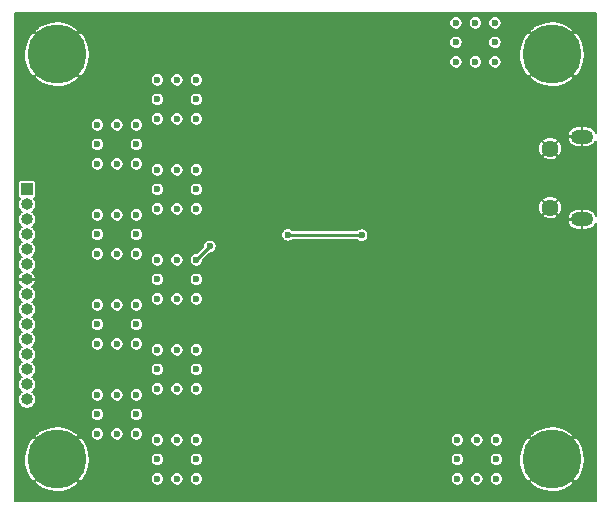
<source format=gbr>
%TF.GenerationSoftware,KiCad,Pcbnew,(5.1.6)-1*%
%TF.CreationDate,2020-08-24T13:49:57+03:00*%
%TF.ProjectId,PC1600SIO,50433136-3030-4534-994f-2e6b69636164,rev?*%
%TF.SameCoordinates,Original*%
%TF.FileFunction,Copper,L2,Bot*%
%TF.FilePolarity,Positive*%
%FSLAX46Y46*%
G04 Gerber Fmt 4.6, Leading zero omitted, Abs format (unit mm)*
G04 Created by KiCad (PCBNEW (5.1.6)-1) date 2020-08-24 13:49:57*
%MOMM*%
%LPD*%
G01*
G04 APERTURE LIST*
%TA.AperFunction,ComponentPad*%
%ADD10O,1.000000X1.000000*%
%TD*%
%TA.AperFunction,ComponentPad*%
%ADD11R,1.000000X1.000000*%
%TD*%
%TA.AperFunction,ComponentPad*%
%ADD12O,1.900000X1.200000*%
%TD*%
%TA.AperFunction,ComponentPad*%
%ADD13C,1.450000*%
%TD*%
%TA.AperFunction,ComponentPad*%
%ADD14C,5.000000*%
%TD*%
%TA.AperFunction,ViaPad*%
%ADD15C,0.600000*%
%TD*%
%TA.AperFunction,Conductor*%
%ADD16C,0.250000*%
%TD*%
%TA.AperFunction,Conductor*%
%ADD17C,0.150000*%
%TD*%
G04 APERTURE END LIST*
D10*
%TO.P,J1,15*%
%TO.N,N/C*%
X93980000Y-143510000D03*
%TO.P,J1,14*%
%TO.N,DTRCalc*%
X93980000Y-142240000D03*
%TO.P,J1,13*%
%TO.N,N/C*%
X93980000Y-140970000D03*
%TO.P,J1,12*%
X93980000Y-139700000D03*
%TO.P,J1,11*%
%TO.N,RRCalc*%
X93980000Y-138430000D03*
%TO.P,J1,10*%
%TO.N,VCCCalc*%
X93980000Y-137160000D03*
%TO.P,J1,9*%
%TO.N,N/C*%
X93980000Y-135890000D03*
%TO.P,J1,8*%
%TO.N,CDCalc*%
X93980000Y-134620000D03*
%TO.P,J1,7*%
%TO.N,GND*%
X93980000Y-133350000D03*
%TO.P,J1,6*%
%TO.N,N/C*%
X93980000Y-132080000D03*
%TO.P,J1,5*%
%TO.N,CTSCalc*%
X93980000Y-130810000D03*
%TO.P,J1,4*%
%TO.N,RTSCalc*%
X93980000Y-129540000D03*
%TO.P,J1,3*%
%TO.N,RXDCalc*%
X93980000Y-128270000D03*
%TO.P,J1,2*%
%TO.N,TXDCalc*%
X93980000Y-127000000D03*
D11*
%TO.P,J1,1*%
%TO.N,FG*%
X93980000Y-125730000D03*
%TD*%
D12*
%TO.P,J8,6*%
%TO.N,GND*%
X140969500Y-121270000D03*
X140969500Y-128270000D03*
D13*
X138269500Y-122270000D03*
X138269500Y-127270000D03*
%TD*%
D14*
%TO.P,H4,1*%
%TO.N,GND*%
X138430000Y-114300000D03*
%TD*%
%TO.P,H3,1*%
%TO.N,GND*%
X138430000Y-148590000D03*
%TD*%
%TO.P,H2,1*%
%TO.N,GND*%
X96520000Y-148590000D03*
%TD*%
%TO.P,H1,1*%
%TO.N,GND*%
X96520000Y-114300000D03*
%TD*%
D15*
%TO.N,GND*%
X129032000Y-114935000D03*
X125730000Y-114935000D03*
X125730000Y-111633000D03*
X125730000Y-113284000D03*
X129032000Y-113284000D03*
X129032000Y-111633000D03*
X127381000Y-111633000D03*
%TO.N,+3V3*%
X130302000Y-111633000D03*
X130302000Y-113284000D03*
X130302000Y-114935000D03*
X133604000Y-114935000D03*
X133604000Y-113284000D03*
X133604000Y-111633000D03*
X131953000Y-111633000D03*
%TO.N,+5V*%
X133731000Y-150241000D03*
X132080000Y-150241000D03*
X130429000Y-150241000D03*
X130429000Y-148590000D03*
X133731000Y-148590000D03*
X133731000Y-146939000D03*
X130429000Y-146939000D03*
X132080000Y-146939000D03*
%TO.N,GND*%
X127190500Y-150241000D03*
X125476000Y-148590000D03*
X125476000Y-150241000D03*
X128778000Y-150241000D03*
X128778000Y-148590000D03*
X128778000Y-146939000D03*
X125476000Y-146939000D03*
%TO.N,DTRCalc*%
X108331000Y-150241000D03*
X106680000Y-150241000D03*
X105029000Y-150241000D03*
X108331000Y-148590000D03*
X108331000Y-146939000D03*
X106680000Y-146939000D03*
X105029000Y-146939000D03*
%TO.N,RRCalc*%
X103251000Y-146431000D03*
X99949000Y-146431000D03*
X101600000Y-146431000D03*
X99949000Y-144780000D03*
X103251000Y-143129000D03*
X101600000Y-143129000D03*
%TO.N,VCCCalc*%
X108331000Y-142621000D03*
X106680000Y-142621000D03*
X105029000Y-142621000D03*
X108331000Y-140970000D03*
X108331000Y-139319000D03*
X105029000Y-139319000D03*
X106680000Y-139319000D03*
%TO.N,CDCalc*%
X103251000Y-138811000D03*
X101600000Y-138811000D03*
X99949000Y-138811000D03*
X99949000Y-135509000D03*
X103251000Y-137160000D03*
X103251000Y-135509000D03*
X101600000Y-135509000D03*
%TO.N,CTSCalc*%
X108331000Y-135001000D03*
X106680000Y-135001000D03*
X105029000Y-135001000D03*
X108331000Y-131699000D03*
X106680000Y-131699000D03*
X105029000Y-131699000D03*
%TO.N,RTSCalc*%
X103251000Y-131191000D03*
X101600000Y-131191000D03*
X99949000Y-131191000D03*
X99949000Y-127889000D03*
X103251000Y-127889000D03*
X101600000Y-127889000D03*
%TO.N,RXDCalc*%
X108331000Y-127381000D03*
X106680000Y-127381000D03*
X105029000Y-127381000D03*
X105029000Y-124079000D03*
X108331000Y-124079000D03*
X106680000Y-124079000D03*
%TO.N,TXDCalc*%
X99949000Y-120269000D03*
X99949000Y-123571000D03*
X101600000Y-123571000D03*
X103251000Y-123571000D03*
X103251000Y-120269000D03*
X101600000Y-120269000D03*
%TO.N,FG*%
X108331000Y-118110000D03*
X108331000Y-119761000D03*
X106680000Y-119761000D03*
X105029000Y-119761000D03*
X105029000Y-116459000D03*
X108331000Y-116459000D03*
X106680000Y-116459000D03*
%TO.N,GND*%
X95885000Y-141414000D03*
X98044000Y-130746000D03*
X125915420Y-132171440D03*
X124157740Y-130134360D03*
X117609620Y-124414280D03*
X127173000Y-146893000D03*
X127363000Y-114953000D03*
%TO.N,+3V3*%
X131953000Y-114935000D03*
%TO.N,DTRCalc*%
X105029000Y-148590000D03*
%TO.N,RRCalc*%
X103251000Y-144780000D03*
X99949000Y-143129000D03*
%TO.N,VCCCalc*%
X105029000Y-140970000D03*
%TO.N,CDCalc*%
X99949000Y-137160000D03*
%TO.N,CTSCalc*%
X108331000Y-133350000D03*
X105029000Y-133350000D03*
X109474000Y-130556000D03*
%TO.N,RTSCalc*%
X103251000Y-129540000D03*
X99949000Y-129540000D03*
%TO.N,RXDCalc*%
X108331000Y-125730000D03*
X105029000Y-125730000D03*
%TO.N,TXDCalc*%
X103251000Y-121920000D03*
X99949000Y-121920000D03*
%TO.N,FG*%
X105029000Y-118110000D03*
%TO.N,Net-(R2-Pad1)*%
X116070380Y-129578100D03*
X122318780Y-129606040D03*
%TD*%
D16*
%TO.N,CTSCalc*%
X108331000Y-131699000D02*
X109474000Y-130556000D01*
%TO.N,Net-(R2-Pad1)*%
X116070380Y-129578100D02*
X122290840Y-129578100D01*
X122290840Y-129578100D02*
X122318780Y-129606040D01*
%TD*%
D17*
%TO.N,GND*%
G36*
X142130500Y-120944281D02*
G01*
X142060925Y-120804663D01*
X141955896Y-120668959D01*
X141826411Y-120556353D01*
X141677445Y-120471172D01*
X141514724Y-120416690D01*
X141344500Y-120395000D01*
X140994500Y-120395000D01*
X140994500Y-121245000D01*
X141014500Y-121245000D01*
X141014500Y-121295000D01*
X140994500Y-121295000D01*
X140994500Y-122145000D01*
X141344500Y-122145000D01*
X141514724Y-122123310D01*
X141677445Y-122068828D01*
X141826411Y-121983647D01*
X141955896Y-121871041D01*
X142060925Y-121735337D01*
X142130500Y-121595719D01*
X142130500Y-127944281D01*
X142060925Y-127804663D01*
X141955896Y-127668959D01*
X141826411Y-127556353D01*
X141677445Y-127471172D01*
X141514724Y-127416690D01*
X141344500Y-127395000D01*
X140994500Y-127395000D01*
X140994500Y-128245000D01*
X141014500Y-128245000D01*
X141014500Y-128295000D01*
X140994500Y-128295000D01*
X140994500Y-129145000D01*
X141344500Y-129145000D01*
X141514724Y-129123310D01*
X141677445Y-129068828D01*
X141826411Y-128983647D01*
X141955896Y-128871041D01*
X142060925Y-128735337D01*
X142130500Y-128595719D01*
X142130501Y-152100000D01*
X93010000Y-152100000D01*
X93010000Y-150530698D01*
X94614657Y-150530698D01*
X94901295Y-150860489D01*
X95375348Y-151132656D01*
X95893390Y-151307109D01*
X96435511Y-151377147D01*
X96980880Y-151340076D01*
X97508537Y-151197321D01*
X97998206Y-150954368D01*
X98138705Y-150860489D01*
X98425343Y-150530698D01*
X96520000Y-148625355D01*
X94614657Y-150530698D01*
X93010000Y-150530698D01*
X93010000Y-148505511D01*
X93732853Y-148505511D01*
X93769924Y-149050880D01*
X93912679Y-149578537D01*
X94155632Y-150068206D01*
X94249511Y-150208705D01*
X94579302Y-150495343D01*
X96484645Y-148590000D01*
X96555355Y-148590000D01*
X98460698Y-150495343D01*
X98790489Y-150208705D01*
X98804462Y-150184367D01*
X104454000Y-150184367D01*
X104454000Y-150297633D01*
X104476097Y-150408721D01*
X104519442Y-150513365D01*
X104582368Y-150607541D01*
X104662459Y-150687632D01*
X104756635Y-150750558D01*
X104861279Y-150793903D01*
X104972367Y-150816000D01*
X105085633Y-150816000D01*
X105196721Y-150793903D01*
X105301365Y-150750558D01*
X105395541Y-150687632D01*
X105475632Y-150607541D01*
X105538558Y-150513365D01*
X105581903Y-150408721D01*
X105604000Y-150297633D01*
X105604000Y-150184367D01*
X106105000Y-150184367D01*
X106105000Y-150297633D01*
X106127097Y-150408721D01*
X106170442Y-150513365D01*
X106233368Y-150607541D01*
X106313459Y-150687632D01*
X106407635Y-150750558D01*
X106512279Y-150793903D01*
X106623367Y-150816000D01*
X106736633Y-150816000D01*
X106847721Y-150793903D01*
X106952365Y-150750558D01*
X107046541Y-150687632D01*
X107126632Y-150607541D01*
X107189558Y-150513365D01*
X107232903Y-150408721D01*
X107255000Y-150297633D01*
X107255000Y-150184367D01*
X107756000Y-150184367D01*
X107756000Y-150297633D01*
X107778097Y-150408721D01*
X107821442Y-150513365D01*
X107884368Y-150607541D01*
X107964459Y-150687632D01*
X108058635Y-150750558D01*
X108163279Y-150793903D01*
X108274367Y-150816000D01*
X108387633Y-150816000D01*
X108498721Y-150793903D01*
X108603365Y-150750558D01*
X108697541Y-150687632D01*
X108777632Y-150607541D01*
X108840558Y-150513365D01*
X108883903Y-150408721D01*
X108906000Y-150297633D01*
X108906000Y-150184367D01*
X129854000Y-150184367D01*
X129854000Y-150297633D01*
X129876097Y-150408721D01*
X129919442Y-150513365D01*
X129982368Y-150607541D01*
X130062459Y-150687632D01*
X130156635Y-150750558D01*
X130261279Y-150793903D01*
X130372367Y-150816000D01*
X130485633Y-150816000D01*
X130596721Y-150793903D01*
X130701365Y-150750558D01*
X130795541Y-150687632D01*
X130875632Y-150607541D01*
X130938558Y-150513365D01*
X130981903Y-150408721D01*
X131004000Y-150297633D01*
X131004000Y-150184367D01*
X131505000Y-150184367D01*
X131505000Y-150297633D01*
X131527097Y-150408721D01*
X131570442Y-150513365D01*
X131633368Y-150607541D01*
X131713459Y-150687632D01*
X131807635Y-150750558D01*
X131912279Y-150793903D01*
X132023367Y-150816000D01*
X132136633Y-150816000D01*
X132247721Y-150793903D01*
X132352365Y-150750558D01*
X132446541Y-150687632D01*
X132526632Y-150607541D01*
X132589558Y-150513365D01*
X132632903Y-150408721D01*
X132655000Y-150297633D01*
X132655000Y-150184367D01*
X133156000Y-150184367D01*
X133156000Y-150297633D01*
X133178097Y-150408721D01*
X133221442Y-150513365D01*
X133284368Y-150607541D01*
X133364459Y-150687632D01*
X133458635Y-150750558D01*
X133563279Y-150793903D01*
X133674367Y-150816000D01*
X133787633Y-150816000D01*
X133898721Y-150793903D01*
X134003365Y-150750558D01*
X134097541Y-150687632D01*
X134177632Y-150607541D01*
X134228976Y-150530698D01*
X136524657Y-150530698D01*
X136811295Y-150860489D01*
X137285348Y-151132656D01*
X137803390Y-151307109D01*
X138345511Y-151377147D01*
X138890880Y-151340076D01*
X139418537Y-151197321D01*
X139908206Y-150954368D01*
X140048705Y-150860489D01*
X140335343Y-150530698D01*
X138430000Y-148625355D01*
X136524657Y-150530698D01*
X134228976Y-150530698D01*
X134240558Y-150513365D01*
X134283903Y-150408721D01*
X134306000Y-150297633D01*
X134306000Y-150184367D01*
X134283903Y-150073279D01*
X134240558Y-149968635D01*
X134177632Y-149874459D01*
X134097541Y-149794368D01*
X134003365Y-149731442D01*
X133898721Y-149688097D01*
X133787633Y-149666000D01*
X133674367Y-149666000D01*
X133563279Y-149688097D01*
X133458635Y-149731442D01*
X133364459Y-149794368D01*
X133284368Y-149874459D01*
X133221442Y-149968635D01*
X133178097Y-150073279D01*
X133156000Y-150184367D01*
X132655000Y-150184367D01*
X132632903Y-150073279D01*
X132589558Y-149968635D01*
X132526632Y-149874459D01*
X132446541Y-149794368D01*
X132352365Y-149731442D01*
X132247721Y-149688097D01*
X132136633Y-149666000D01*
X132023367Y-149666000D01*
X131912279Y-149688097D01*
X131807635Y-149731442D01*
X131713459Y-149794368D01*
X131633368Y-149874459D01*
X131570442Y-149968635D01*
X131527097Y-150073279D01*
X131505000Y-150184367D01*
X131004000Y-150184367D01*
X130981903Y-150073279D01*
X130938558Y-149968635D01*
X130875632Y-149874459D01*
X130795541Y-149794368D01*
X130701365Y-149731442D01*
X130596721Y-149688097D01*
X130485633Y-149666000D01*
X130372367Y-149666000D01*
X130261279Y-149688097D01*
X130156635Y-149731442D01*
X130062459Y-149794368D01*
X129982368Y-149874459D01*
X129919442Y-149968635D01*
X129876097Y-150073279D01*
X129854000Y-150184367D01*
X108906000Y-150184367D01*
X108883903Y-150073279D01*
X108840558Y-149968635D01*
X108777632Y-149874459D01*
X108697541Y-149794368D01*
X108603365Y-149731442D01*
X108498721Y-149688097D01*
X108387633Y-149666000D01*
X108274367Y-149666000D01*
X108163279Y-149688097D01*
X108058635Y-149731442D01*
X107964459Y-149794368D01*
X107884368Y-149874459D01*
X107821442Y-149968635D01*
X107778097Y-150073279D01*
X107756000Y-150184367D01*
X107255000Y-150184367D01*
X107232903Y-150073279D01*
X107189558Y-149968635D01*
X107126632Y-149874459D01*
X107046541Y-149794368D01*
X106952365Y-149731442D01*
X106847721Y-149688097D01*
X106736633Y-149666000D01*
X106623367Y-149666000D01*
X106512279Y-149688097D01*
X106407635Y-149731442D01*
X106313459Y-149794368D01*
X106233368Y-149874459D01*
X106170442Y-149968635D01*
X106127097Y-150073279D01*
X106105000Y-150184367D01*
X105604000Y-150184367D01*
X105581903Y-150073279D01*
X105538558Y-149968635D01*
X105475632Y-149874459D01*
X105395541Y-149794368D01*
X105301365Y-149731442D01*
X105196721Y-149688097D01*
X105085633Y-149666000D01*
X104972367Y-149666000D01*
X104861279Y-149688097D01*
X104756635Y-149731442D01*
X104662459Y-149794368D01*
X104582368Y-149874459D01*
X104519442Y-149968635D01*
X104476097Y-150073279D01*
X104454000Y-150184367D01*
X98804462Y-150184367D01*
X99062656Y-149734652D01*
X99237109Y-149216610D01*
X99307147Y-148674489D01*
X99297555Y-148533367D01*
X104454000Y-148533367D01*
X104454000Y-148646633D01*
X104476097Y-148757721D01*
X104519442Y-148862365D01*
X104582368Y-148956541D01*
X104662459Y-149036632D01*
X104756635Y-149099558D01*
X104861279Y-149142903D01*
X104972367Y-149165000D01*
X105085633Y-149165000D01*
X105196721Y-149142903D01*
X105301365Y-149099558D01*
X105395541Y-149036632D01*
X105475632Y-148956541D01*
X105538558Y-148862365D01*
X105581903Y-148757721D01*
X105604000Y-148646633D01*
X105604000Y-148533367D01*
X107756000Y-148533367D01*
X107756000Y-148646633D01*
X107778097Y-148757721D01*
X107821442Y-148862365D01*
X107884368Y-148956541D01*
X107964459Y-149036632D01*
X108058635Y-149099558D01*
X108163279Y-149142903D01*
X108274367Y-149165000D01*
X108387633Y-149165000D01*
X108498721Y-149142903D01*
X108603365Y-149099558D01*
X108697541Y-149036632D01*
X108777632Y-148956541D01*
X108840558Y-148862365D01*
X108883903Y-148757721D01*
X108906000Y-148646633D01*
X108906000Y-148533367D01*
X129854000Y-148533367D01*
X129854000Y-148646633D01*
X129876097Y-148757721D01*
X129919442Y-148862365D01*
X129982368Y-148956541D01*
X130062459Y-149036632D01*
X130156635Y-149099558D01*
X130261279Y-149142903D01*
X130372367Y-149165000D01*
X130485633Y-149165000D01*
X130596721Y-149142903D01*
X130701365Y-149099558D01*
X130795541Y-149036632D01*
X130875632Y-148956541D01*
X130938558Y-148862365D01*
X130981903Y-148757721D01*
X131004000Y-148646633D01*
X131004000Y-148533367D01*
X133156000Y-148533367D01*
X133156000Y-148646633D01*
X133178097Y-148757721D01*
X133221442Y-148862365D01*
X133284368Y-148956541D01*
X133364459Y-149036632D01*
X133458635Y-149099558D01*
X133563279Y-149142903D01*
X133674367Y-149165000D01*
X133787633Y-149165000D01*
X133898721Y-149142903D01*
X134003365Y-149099558D01*
X134097541Y-149036632D01*
X134177632Y-148956541D01*
X134240558Y-148862365D01*
X134283903Y-148757721D01*
X134306000Y-148646633D01*
X134306000Y-148533367D01*
X134300460Y-148505511D01*
X135642853Y-148505511D01*
X135679924Y-149050880D01*
X135822679Y-149578537D01*
X136065632Y-150068206D01*
X136159511Y-150208705D01*
X136489302Y-150495343D01*
X138394645Y-148590000D01*
X138465355Y-148590000D01*
X140370698Y-150495343D01*
X140700489Y-150208705D01*
X140972656Y-149734652D01*
X141147109Y-149216610D01*
X141217147Y-148674489D01*
X141180076Y-148129120D01*
X141037321Y-147601463D01*
X140794368Y-147111794D01*
X140700489Y-146971295D01*
X140370698Y-146684657D01*
X138465355Y-148590000D01*
X138394645Y-148590000D01*
X136489302Y-146684657D01*
X136159511Y-146971295D01*
X135887344Y-147445348D01*
X135712891Y-147963390D01*
X135642853Y-148505511D01*
X134300460Y-148505511D01*
X134283903Y-148422279D01*
X134240558Y-148317635D01*
X134177632Y-148223459D01*
X134097541Y-148143368D01*
X134003365Y-148080442D01*
X133898721Y-148037097D01*
X133787633Y-148015000D01*
X133674367Y-148015000D01*
X133563279Y-148037097D01*
X133458635Y-148080442D01*
X133364459Y-148143368D01*
X133284368Y-148223459D01*
X133221442Y-148317635D01*
X133178097Y-148422279D01*
X133156000Y-148533367D01*
X131004000Y-148533367D01*
X130981903Y-148422279D01*
X130938558Y-148317635D01*
X130875632Y-148223459D01*
X130795541Y-148143368D01*
X130701365Y-148080442D01*
X130596721Y-148037097D01*
X130485633Y-148015000D01*
X130372367Y-148015000D01*
X130261279Y-148037097D01*
X130156635Y-148080442D01*
X130062459Y-148143368D01*
X129982368Y-148223459D01*
X129919442Y-148317635D01*
X129876097Y-148422279D01*
X129854000Y-148533367D01*
X108906000Y-148533367D01*
X108883903Y-148422279D01*
X108840558Y-148317635D01*
X108777632Y-148223459D01*
X108697541Y-148143368D01*
X108603365Y-148080442D01*
X108498721Y-148037097D01*
X108387633Y-148015000D01*
X108274367Y-148015000D01*
X108163279Y-148037097D01*
X108058635Y-148080442D01*
X107964459Y-148143368D01*
X107884368Y-148223459D01*
X107821442Y-148317635D01*
X107778097Y-148422279D01*
X107756000Y-148533367D01*
X105604000Y-148533367D01*
X105581903Y-148422279D01*
X105538558Y-148317635D01*
X105475632Y-148223459D01*
X105395541Y-148143368D01*
X105301365Y-148080442D01*
X105196721Y-148037097D01*
X105085633Y-148015000D01*
X104972367Y-148015000D01*
X104861279Y-148037097D01*
X104756635Y-148080442D01*
X104662459Y-148143368D01*
X104582368Y-148223459D01*
X104519442Y-148317635D01*
X104476097Y-148422279D01*
X104454000Y-148533367D01*
X99297555Y-148533367D01*
X99270076Y-148129120D01*
X99127321Y-147601463D01*
X98884368Y-147111794D01*
X98790489Y-146971295D01*
X98460698Y-146684657D01*
X96555355Y-148590000D01*
X96484645Y-148590000D01*
X94579302Y-146684657D01*
X94249511Y-146971295D01*
X93977344Y-147445348D01*
X93802891Y-147963390D01*
X93732853Y-148505511D01*
X93010000Y-148505511D01*
X93010000Y-146649302D01*
X94614657Y-146649302D01*
X96520000Y-148554645D01*
X98425343Y-146649302D01*
X98186384Y-146374367D01*
X99374000Y-146374367D01*
X99374000Y-146487633D01*
X99396097Y-146598721D01*
X99439442Y-146703365D01*
X99502368Y-146797541D01*
X99582459Y-146877632D01*
X99676635Y-146940558D01*
X99781279Y-146983903D01*
X99892367Y-147006000D01*
X100005633Y-147006000D01*
X100116721Y-146983903D01*
X100221365Y-146940558D01*
X100315541Y-146877632D01*
X100395632Y-146797541D01*
X100458558Y-146703365D01*
X100501903Y-146598721D01*
X100524000Y-146487633D01*
X100524000Y-146374367D01*
X101025000Y-146374367D01*
X101025000Y-146487633D01*
X101047097Y-146598721D01*
X101090442Y-146703365D01*
X101153368Y-146797541D01*
X101233459Y-146877632D01*
X101327635Y-146940558D01*
X101432279Y-146983903D01*
X101543367Y-147006000D01*
X101656633Y-147006000D01*
X101767721Y-146983903D01*
X101872365Y-146940558D01*
X101966541Y-146877632D01*
X102046632Y-146797541D01*
X102109558Y-146703365D01*
X102152903Y-146598721D01*
X102175000Y-146487633D01*
X102175000Y-146374367D01*
X102676000Y-146374367D01*
X102676000Y-146487633D01*
X102698097Y-146598721D01*
X102741442Y-146703365D01*
X102804368Y-146797541D01*
X102884459Y-146877632D01*
X102978635Y-146940558D01*
X103083279Y-146983903D01*
X103194367Y-147006000D01*
X103307633Y-147006000D01*
X103418721Y-146983903D01*
X103523365Y-146940558D01*
X103610454Y-146882367D01*
X104454000Y-146882367D01*
X104454000Y-146995633D01*
X104476097Y-147106721D01*
X104519442Y-147211365D01*
X104582368Y-147305541D01*
X104662459Y-147385632D01*
X104756635Y-147448558D01*
X104861279Y-147491903D01*
X104972367Y-147514000D01*
X105085633Y-147514000D01*
X105196721Y-147491903D01*
X105301365Y-147448558D01*
X105395541Y-147385632D01*
X105475632Y-147305541D01*
X105538558Y-147211365D01*
X105581903Y-147106721D01*
X105604000Y-146995633D01*
X105604000Y-146882367D01*
X106105000Y-146882367D01*
X106105000Y-146995633D01*
X106127097Y-147106721D01*
X106170442Y-147211365D01*
X106233368Y-147305541D01*
X106313459Y-147385632D01*
X106407635Y-147448558D01*
X106512279Y-147491903D01*
X106623367Y-147514000D01*
X106736633Y-147514000D01*
X106847721Y-147491903D01*
X106952365Y-147448558D01*
X107046541Y-147385632D01*
X107126632Y-147305541D01*
X107189558Y-147211365D01*
X107232903Y-147106721D01*
X107255000Y-146995633D01*
X107255000Y-146882367D01*
X107756000Y-146882367D01*
X107756000Y-146995633D01*
X107778097Y-147106721D01*
X107821442Y-147211365D01*
X107884368Y-147305541D01*
X107964459Y-147385632D01*
X108058635Y-147448558D01*
X108163279Y-147491903D01*
X108274367Y-147514000D01*
X108387633Y-147514000D01*
X108498721Y-147491903D01*
X108603365Y-147448558D01*
X108697541Y-147385632D01*
X108777632Y-147305541D01*
X108840558Y-147211365D01*
X108883903Y-147106721D01*
X108906000Y-146995633D01*
X108906000Y-146882367D01*
X129854000Y-146882367D01*
X129854000Y-146995633D01*
X129876097Y-147106721D01*
X129919442Y-147211365D01*
X129982368Y-147305541D01*
X130062459Y-147385632D01*
X130156635Y-147448558D01*
X130261279Y-147491903D01*
X130372367Y-147514000D01*
X130485633Y-147514000D01*
X130596721Y-147491903D01*
X130701365Y-147448558D01*
X130795541Y-147385632D01*
X130875632Y-147305541D01*
X130938558Y-147211365D01*
X130981903Y-147106721D01*
X131004000Y-146995633D01*
X131004000Y-146882367D01*
X131505000Y-146882367D01*
X131505000Y-146995633D01*
X131527097Y-147106721D01*
X131570442Y-147211365D01*
X131633368Y-147305541D01*
X131713459Y-147385632D01*
X131807635Y-147448558D01*
X131912279Y-147491903D01*
X132023367Y-147514000D01*
X132136633Y-147514000D01*
X132247721Y-147491903D01*
X132352365Y-147448558D01*
X132446541Y-147385632D01*
X132526632Y-147305541D01*
X132589558Y-147211365D01*
X132632903Y-147106721D01*
X132655000Y-146995633D01*
X132655000Y-146882367D01*
X133156000Y-146882367D01*
X133156000Y-146995633D01*
X133178097Y-147106721D01*
X133221442Y-147211365D01*
X133284368Y-147305541D01*
X133364459Y-147385632D01*
X133458635Y-147448558D01*
X133563279Y-147491903D01*
X133674367Y-147514000D01*
X133787633Y-147514000D01*
X133898721Y-147491903D01*
X134003365Y-147448558D01*
X134097541Y-147385632D01*
X134177632Y-147305541D01*
X134240558Y-147211365D01*
X134283903Y-147106721D01*
X134306000Y-146995633D01*
X134306000Y-146882367D01*
X134283903Y-146771279D01*
X134240558Y-146666635D01*
X134228977Y-146649302D01*
X136524657Y-146649302D01*
X138430000Y-148554645D01*
X140335343Y-146649302D01*
X140048705Y-146319511D01*
X139574652Y-146047344D01*
X139056610Y-145872891D01*
X138514489Y-145802853D01*
X137969120Y-145839924D01*
X137441463Y-145982679D01*
X136951794Y-146225632D01*
X136811295Y-146319511D01*
X136524657Y-146649302D01*
X134228977Y-146649302D01*
X134177632Y-146572459D01*
X134097541Y-146492368D01*
X134003365Y-146429442D01*
X133898721Y-146386097D01*
X133787633Y-146364000D01*
X133674367Y-146364000D01*
X133563279Y-146386097D01*
X133458635Y-146429442D01*
X133364459Y-146492368D01*
X133284368Y-146572459D01*
X133221442Y-146666635D01*
X133178097Y-146771279D01*
X133156000Y-146882367D01*
X132655000Y-146882367D01*
X132632903Y-146771279D01*
X132589558Y-146666635D01*
X132526632Y-146572459D01*
X132446541Y-146492368D01*
X132352365Y-146429442D01*
X132247721Y-146386097D01*
X132136633Y-146364000D01*
X132023367Y-146364000D01*
X131912279Y-146386097D01*
X131807635Y-146429442D01*
X131713459Y-146492368D01*
X131633368Y-146572459D01*
X131570442Y-146666635D01*
X131527097Y-146771279D01*
X131505000Y-146882367D01*
X131004000Y-146882367D01*
X130981903Y-146771279D01*
X130938558Y-146666635D01*
X130875632Y-146572459D01*
X130795541Y-146492368D01*
X130701365Y-146429442D01*
X130596721Y-146386097D01*
X130485633Y-146364000D01*
X130372367Y-146364000D01*
X130261279Y-146386097D01*
X130156635Y-146429442D01*
X130062459Y-146492368D01*
X129982368Y-146572459D01*
X129919442Y-146666635D01*
X129876097Y-146771279D01*
X129854000Y-146882367D01*
X108906000Y-146882367D01*
X108883903Y-146771279D01*
X108840558Y-146666635D01*
X108777632Y-146572459D01*
X108697541Y-146492368D01*
X108603365Y-146429442D01*
X108498721Y-146386097D01*
X108387633Y-146364000D01*
X108274367Y-146364000D01*
X108163279Y-146386097D01*
X108058635Y-146429442D01*
X107964459Y-146492368D01*
X107884368Y-146572459D01*
X107821442Y-146666635D01*
X107778097Y-146771279D01*
X107756000Y-146882367D01*
X107255000Y-146882367D01*
X107232903Y-146771279D01*
X107189558Y-146666635D01*
X107126632Y-146572459D01*
X107046541Y-146492368D01*
X106952365Y-146429442D01*
X106847721Y-146386097D01*
X106736633Y-146364000D01*
X106623367Y-146364000D01*
X106512279Y-146386097D01*
X106407635Y-146429442D01*
X106313459Y-146492368D01*
X106233368Y-146572459D01*
X106170442Y-146666635D01*
X106127097Y-146771279D01*
X106105000Y-146882367D01*
X105604000Y-146882367D01*
X105581903Y-146771279D01*
X105538558Y-146666635D01*
X105475632Y-146572459D01*
X105395541Y-146492368D01*
X105301365Y-146429442D01*
X105196721Y-146386097D01*
X105085633Y-146364000D01*
X104972367Y-146364000D01*
X104861279Y-146386097D01*
X104756635Y-146429442D01*
X104662459Y-146492368D01*
X104582368Y-146572459D01*
X104519442Y-146666635D01*
X104476097Y-146771279D01*
X104454000Y-146882367D01*
X103610454Y-146882367D01*
X103617541Y-146877632D01*
X103697632Y-146797541D01*
X103760558Y-146703365D01*
X103803903Y-146598721D01*
X103826000Y-146487633D01*
X103826000Y-146374367D01*
X103803903Y-146263279D01*
X103760558Y-146158635D01*
X103697632Y-146064459D01*
X103617541Y-145984368D01*
X103523365Y-145921442D01*
X103418721Y-145878097D01*
X103307633Y-145856000D01*
X103194367Y-145856000D01*
X103083279Y-145878097D01*
X102978635Y-145921442D01*
X102884459Y-145984368D01*
X102804368Y-146064459D01*
X102741442Y-146158635D01*
X102698097Y-146263279D01*
X102676000Y-146374367D01*
X102175000Y-146374367D01*
X102152903Y-146263279D01*
X102109558Y-146158635D01*
X102046632Y-146064459D01*
X101966541Y-145984368D01*
X101872365Y-145921442D01*
X101767721Y-145878097D01*
X101656633Y-145856000D01*
X101543367Y-145856000D01*
X101432279Y-145878097D01*
X101327635Y-145921442D01*
X101233459Y-145984368D01*
X101153368Y-146064459D01*
X101090442Y-146158635D01*
X101047097Y-146263279D01*
X101025000Y-146374367D01*
X100524000Y-146374367D01*
X100501903Y-146263279D01*
X100458558Y-146158635D01*
X100395632Y-146064459D01*
X100315541Y-145984368D01*
X100221365Y-145921442D01*
X100116721Y-145878097D01*
X100005633Y-145856000D01*
X99892367Y-145856000D01*
X99781279Y-145878097D01*
X99676635Y-145921442D01*
X99582459Y-145984368D01*
X99502368Y-146064459D01*
X99439442Y-146158635D01*
X99396097Y-146263279D01*
X99374000Y-146374367D01*
X98186384Y-146374367D01*
X98138705Y-146319511D01*
X97664652Y-146047344D01*
X97146610Y-145872891D01*
X96604489Y-145802853D01*
X96059120Y-145839924D01*
X95531463Y-145982679D01*
X95041794Y-146225632D01*
X94901295Y-146319511D01*
X94614657Y-146649302D01*
X93010000Y-146649302D01*
X93010000Y-144723367D01*
X99374000Y-144723367D01*
X99374000Y-144836633D01*
X99396097Y-144947721D01*
X99439442Y-145052365D01*
X99502368Y-145146541D01*
X99582459Y-145226632D01*
X99676635Y-145289558D01*
X99781279Y-145332903D01*
X99892367Y-145355000D01*
X100005633Y-145355000D01*
X100116721Y-145332903D01*
X100221365Y-145289558D01*
X100315541Y-145226632D01*
X100395632Y-145146541D01*
X100458558Y-145052365D01*
X100501903Y-144947721D01*
X100524000Y-144836633D01*
X100524000Y-144723367D01*
X102676000Y-144723367D01*
X102676000Y-144836633D01*
X102698097Y-144947721D01*
X102741442Y-145052365D01*
X102804368Y-145146541D01*
X102884459Y-145226632D01*
X102978635Y-145289558D01*
X103083279Y-145332903D01*
X103194367Y-145355000D01*
X103307633Y-145355000D01*
X103418721Y-145332903D01*
X103523365Y-145289558D01*
X103617541Y-145226632D01*
X103697632Y-145146541D01*
X103760558Y-145052365D01*
X103803903Y-144947721D01*
X103826000Y-144836633D01*
X103826000Y-144723367D01*
X103803903Y-144612279D01*
X103760558Y-144507635D01*
X103697632Y-144413459D01*
X103617541Y-144333368D01*
X103523365Y-144270442D01*
X103418721Y-144227097D01*
X103307633Y-144205000D01*
X103194367Y-144205000D01*
X103083279Y-144227097D01*
X102978635Y-144270442D01*
X102884459Y-144333368D01*
X102804368Y-144413459D01*
X102741442Y-144507635D01*
X102698097Y-144612279D01*
X102676000Y-144723367D01*
X100524000Y-144723367D01*
X100501903Y-144612279D01*
X100458558Y-144507635D01*
X100395632Y-144413459D01*
X100315541Y-144333368D01*
X100221365Y-144270442D01*
X100116721Y-144227097D01*
X100005633Y-144205000D01*
X99892367Y-144205000D01*
X99781279Y-144227097D01*
X99676635Y-144270442D01*
X99582459Y-144333368D01*
X99502368Y-144413459D01*
X99439442Y-144507635D01*
X99396097Y-144612279D01*
X99374000Y-144723367D01*
X93010000Y-144723367D01*
X93010000Y-134543669D01*
X93205000Y-134543669D01*
X93205000Y-134696331D01*
X93234783Y-134846059D01*
X93293204Y-134987100D01*
X93378018Y-135114034D01*
X93485966Y-135221982D01*
X93535381Y-135255000D01*
X93485966Y-135288018D01*
X93378018Y-135395966D01*
X93293204Y-135522900D01*
X93234783Y-135663941D01*
X93205000Y-135813669D01*
X93205000Y-135966331D01*
X93234783Y-136116059D01*
X93293204Y-136257100D01*
X93378018Y-136384034D01*
X93485966Y-136491982D01*
X93535381Y-136525000D01*
X93485966Y-136558018D01*
X93378018Y-136665966D01*
X93293204Y-136792900D01*
X93234783Y-136933941D01*
X93205000Y-137083669D01*
X93205000Y-137236331D01*
X93234783Y-137386059D01*
X93293204Y-137527100D01*
X93378018Y-137654034D01*
X93485966Y-137761982D01*
X93535381Y-137795000D01*
X93485966Y-137828018D01*
X93378018Y-137935966D01*
X93293204Y-138062900D01*
X93234783Y-138203941D01*
X93205000Y-138353669D01*
X93205000Y-138506331D01*
X93234783Y-138656059D01*
X93293204Y-138797100D01*
X93378018Y-138924034D01*
X93485966Y-139031982D01*
X93535381Y-139065000D01*
X93485966Y-139098018D01*
X93378018Y-139205966D01*
X93293204Y-139332900D01*
X93234783Y-139473941D01*
X93205000Y-139623669D01*
X93205000Y-139776331D01*
X93234783Y-139926059D01*
X93293204Y-140067100D01*
X93378018Y-140194034D01*
X93485966Y-140301982D01*
X93535381Y-140335000D01*
X93485966Y-140368018D01*
X93378018Y-140475966D01*
X93293204Y-140602900D01*
X93234783Y-140743941D01*
X93205000Y-140893669D01*
X93205000Y-141046331D01*
X93234783Y-141196059D01*
X93293204Y-141337100D01*
X93378018Y-141464034D01*
X93485966Y-141571982D01*
X93535381Y-141605000D01*
X93485966Y-141638018D01*
X93378018Y-141745966D01*
X93293204Y-141872900D01*
X93234783Y-142013941D01*
X93205000Y-142163669D01*
X93205000Y-142316331D01*
X93234783Y-142466059D01*
X93293204Y-142607100D01*
X93378018Y-142734034D01*
X93485966Y-142841982D01*
X93535381Y-142875000D01*
X93485966Y-142908018D01*
X93378018Y-143015966D01*
X93293204Y-143142900D01*
X93234783Y-143283941D01*
X93205000Y-143433669D01*
X93205000Y-143586331D01*
X93234783Y-143736059D01*
X93293204Y-143877100D01*
X93378018Y-144004034D01*
X93485966Y-144111982D01*
X93612900Y-144196796D01*
X93753941Y-144255217D01*
X93903669Y-144285000D01*
X94056331Y-144285000D01*
X94206059Y-144255217D01*
X94347100Y-144196796D01*
X94474034Y-144111982D01*
X94581982Y-144004034D01*
X94666796Y-143877100D01*
X94725217Y-143736059D01*
X94755000Y-143586331D01*
X94755000Y-143433669D01*
X94725217Y-143283941D01*
X94666796Y-143142900D01*
X94619668Y-143072367D01*
X99374000Y-143072367D01*
X99374000Y-143185633D01*
X99396097Y-143296721D01*
X99439442Y-143401365D01*
X99502368Y-143495541D01*
X99582459Y-143575632D01*
X99676635Y-143638558D01*
X99781279Y-143681903D01*
X99892367Y-143704000D01*
X100005633Y-143704000D01*
X100116721Y-143681903D01*
X100221365Y-143638558D01*
X100315541Y-143575632D01*
X100395632Y-143495541D01*
X100458558Y-143401365D01*
X100501903Y-143296721D01*
X100524000Y-143185633D01*
X100524000Y-143072367D01*
X101025000Y-143072367D01*
X101025000Y-143185633D01*
X101047097Y-143296721D01*
X101090442Y-143401365D01*
X101153368Y-143495541D01*
X101233459Y-143575632D01*
X101327635Y-143638558D01*
X101432279Y-143681903D01*
X101543367Y-143704000D01*
X101656633Y-143704000D01*
X101767721Y-143681903D01*
X101872365Y-143638558D01*
X101966541Y-143575632D01*
X102046632Y-143495541D01*
X102109558Y-143401365D01*
X102152903Y-143296721D01*
X102175000Y-143185633D01*
X102175000Y-143072367D01*
X102676000Y-143072367D01*
X102676000Y-143185633D01*
X102698097Y-143296721D01*
X102741442Y-143401365D01*
X102804368Y-143495541D01*
X102884459Y-143575632D01*
X102978635Y-143638558D01*
X103083279Y-143681903D01*
X103194367Y-143704000D01*
X103307633Y-143704000D01*
X103418721Y-143681903D01*
X103523365Y-143638558D01*
X103617541Y-143575632D01*
X103697632Y-143495541D01*
X103760558Y-143401365D01*
X103803903Y-143296721D01*
X103826000Y-143185633D01*
X103826000Y-143072367D01*
X103803903Y-142961279D01*
X103760558Y-142856635D01*
X103697632Y-142762459D01*
X103617541Y-142682368D01*
X103523365Y-142619442D01*
X103418721Y-142576097D01*
X103359751Y-142564367D01*
X104454000Y-142564367D01*
X104454000Y-142677633D01*
X104476097Y-142788721D01*
X104519442Y-142893365D01*
X104582368Y-142987541D01*
X104662459Y-143067632D01*
X104756635Y-143130558D01*
X104861279Y-143173903D01*
X104972367Y-143196000D01*
X105085633Y-143196000D01*
X105196721Y-143173903D01*
X105301365Y-143130558D01*
X105395541Y-143067632D01*
X105475632Y-142987541D01*
X105538558Y-142893365D01*
X105581903Y-142788721D01*
X105604000Y-142677633D01*
X105604000Y-142564367D01*
X106105000Y-142564367D01*
X106105000Y-142677633D01*
X106127097Y-142788721D01*
X106170442Y-142893365D01*
X106233368Y-142987541D01*
X106313459Y-143067632D01*
X106407635Y-143130558D01*
X106512279Y-143173903D01*
X106623367Y-143196000D01*
X106736633Y-143196000D01*
X106847721Y-143173903D01*
X106952365Y-143130558D01*
X107046541Y-143067632D01*
X107126632Y-142987541D01*
X107189558Y-142893365D01*
X107232903Y-142788721D01*
X107255000Y-142677633D01*
X107255000Y-142564367D01*
X107756000Y-142564367D01*
X107756000Y-142677633D01*
X107778097Y-142788721D01*
X107821442Y-142893365D01*
X107884368Y-142987541D01*
X107964459Y-143067632D01*
X108058635Y-143130558D01*
X108163279Y-143173903D01*
X108274367Y-143196000D01*
X108387633Y-143196000D01*
X108498721Y-143173903D01*
X108603365Y-143130558D01*
X108697541Y-143067632D01*
X108777632Y-142987541D01*
X108840558Y-142893365D01*
X108883903Y-142788721D01*
X108906000Y-142677633D01*
X108906000Y-142564367D01*
X108883903Y-142453279D01*
X108840558Y-142348635D01*
X108777632Y-142254459D01*
X108697541Y-142174368D01*
X108603365Y-142111442D01*
X108498721Y-142068097D01*
X108387633Y-142046000D01*
X108274367Y-142046000D01*
X108163279Y-142068097D01*
X108058635Y-142111442D01*
X107964459Y-142174368D01*
X107884368Y-142254459D01*
X107821442Y-142348635D01*
X107778097Y-142453279D01*
X107756000Y-142564367D01*
X107255000Y-142564367D01*
X107232903Y-142453279D01*
X107189558Y-142348635D01*
X107126632Y-142254459D01*
X107046541Y-142174368D01*
X106952365Y-142111442D01*
X106847721Y-142068097D01*
X106736633Y-142046000D01*
X106623367Y-142046000D01*
X106512279Y-142068097D01*
X106407635Y-142111442D01*
X106313459Y-142174368D01*
X106233368Y-142254459D01*
X106170442Y-142348635D01*
X106127097Y-142453279D01*
X106105000Y-142564367D01*
X105604000Y-142564367D01*
X105581903Y-142453279D01*
X105538558Y-142348635D01*
X105475632Y-142254459D01*
X105395541Y-142174368D01*
X105301365Y-142111442D01*
X105196721Y-142068097D01*
X105085633Y-142046000D01*
X104972367Y-142046000D01*
X104861279Y-142068097D01*
X104756635Y-142111442D01*
X104662459Y-142174368D01*
X104582368Y-142254459D01*
X104519442Y-142348635D01*
X104476097Y-142453279D01*
X104454000Y-142564367D01*
X103359751Y-142564367D01*
X103307633Y-142554000D01*
X103194367Y-142554000D01*
X103083279Y-142576097D01*
X102978635Y-142619442D01*
X102884459Y-142682368D01*
X102804368Y-142762459D01*
X102741442Y-142856635D01*
X102698097Y-142961279D01*
X102676000Y-143072367D01*
X102175000Y-143072367D01*
X102152903Y-142961279D01*
X102109558Y-142856635D01*
X102046632Y-142762459D01*
X101966541Y-142682368D01*
X101872365Y-142619442D01*
X101767721Y-142576097D01*
X101656633Y-142554000D01*
X101543367Y-142554000D01*
X101432279Y-142576097D01*
X101327635Y-142619442D01*
X101233459Y-142682368D01*
X101153368Y-142762459D01*
X101090442Y-142856635D01*
X101047097Y-142961279D01*
X101025000Y-143072367D01*
X100524000Y-143072367D01*
X100501903Y-142961279D01*
X100458558Y-142856635D01*
X100395632Y-142762459D01*
X100315541Y-142682368D01*
X100221365Y-142619442D01*
X100116721Y-142576097D01*
X100005633Y-142554000D01*
X99892367Y-142554000D01*
X99781279Y-142576097D01*
X99676635Y-142619442D01*
X99582459Y-142682368D01*
X99502368Y-142762459D01*
X99439442Y-142856635D01*
X99396097Y-142961279D01*
X99374000Y-143072367D01*
X94619668Y-143072367D01*
X94581982Y-143015966D01*
X94474034Y-142908018D01*
X94424619Y-142875000D01*
X94474034Y-142841982D01*
X94581982Y-142734034D01*
X94666796Y-142607100D01*
X94725217Y-142466059D01*
X94755000Y-142316331D01*
X94755000Y-142163669D01*
X94725217Y-142013941D01*
X94666796Y-141872900D01*
X94581982Y-141745966D01*
X94474034Y-141638018D01*
X94424619Y-141605000D01*
X94474034Y-141571982D01*
X94581982Y-141464034D01*
X94666796Y-141337100D01*
X94725217Y-141196059D01*
X94755000Y-141046331D01*
X94755000Y-140913367D01*
X104454000Y-140913367D01*
X104454000Y-141026633D01*
X104476097Y-141137721D01*
X104519442Y-141242365D01*
X104582368Y-141336541D01*
X104662459Y-141416632D01*
X104756635Y-141479558D01*
X104861279Y-141522903D01*
X104972367Y-141545000D01*
X105085633Y-141545000D01*
X105196721Y-141522903D01*
X105301365Y-141479558D01*
X105395541Y-141416632D01*
X105475632Y-141336541D01*
X105538558Y-141242365D01*
X105581903Y-141137721D01*
X105604000Y-141026633D01*
X105604000Y-140913367D01*
X107756000Y-140913367D01*
X107756000Y-141026633D01*
X107778097Y-141137721D01*
X107821442Y-141242365D01*
X107884368Y-141336541D01*
X107964459Y-141416632D01*
X108058635Y-141479558D01*
X108163279Y-141522903D01*
X108274367Y-141545000D01*
X108387633Y-141545000D01*
X108498721Y-141522903D01*
X108603365Y-141479558D01*
X108697541Y-141416632D01*
X108777632Y-141336541D01*
X108840558Y-141242365D01*
X108883903Y-141137721D01*
X108906000Y-141026633D01*
X108906000Y-140913367D01*
X108883903Y-140802279D01*
X108840558Y-140697635D01*
X108777632Y-140603459D01*
X108697541Y-140523368D01*
X108603365Y-140460442D01*
X108498721Y-140417097D01*
X108387633Y-140395000D01*
X108274367Y-140395000D01*
X108163279Y-140417097D01*
X108058635Y-140460442D01*
X107964459Y-140523368D01*
X107884368Y-140603459D01*
X107821442Y-140697635D01*
X107778097Y-140802279D01*
X107756000Y-140913367D01*
X105604000Y-140913367D01*
X105581903Y-140802279D01*
X105538558Y-140697635D01*
X105475632Y-140603459D01*
X105395541Y-140523368D01*
X105301365Y-140460442D01*
X105196721Y-140417097D01*
X105085633Y-140395000D01*
X104972367Y-140395000D01*
X104861279Y-140417097D01*
X104756635Y-140460442D01*
X104662459Y-140523368D01*
X104582368Y-140603459D01*
X104519442Y-140697635D01*
X104476097Y-140802279D01*
X104454000Y-140913367D01*
X94755000Y-140913367D01*
X94755000Y-140893669D01*
X94725217Y-140743941D01*
X94666796Y-140602900D01*
X94581982Y-140475966D01*
X94474034Y-140368018D01*
X94424619Y-140335000D01*
X94474034Y-140301982D01*
X94581982Y-140194034D01*
X94666796Y-140067100D01*
X94725217Y-139926059D01*
X94755000Y-139776331D01*
X94755000Y-139623669D01*
X94725217Y-139473941D01*
X94666796Y-139332900D01*
X94581982Y-139205966D01*
X94474034Y-139098018D01*
X94424619Y-139065000D01*
X94474034Y-139031982D01*
X94581982Y-138924034D01*
X94666796Y-138797100D01*
X94684496Y-138754367D01*
X99374000Y-138754367D01*
X99374000Y-138867633D01*
X99396097Y-138978721D01*
X99439442Y-139083365D01*
X99502368Y-139177541D01*
X99582459Y-139257632D01*
X99676635Y-139320558D01*
X99781279Y-139363903D01*
X99892367Y-139386000D01*
X100005633Y-139386000D01*
X100116721Y-139363903D01*
X100221365Y-139320558D01*
X100315541Y-139257632D01*
X100395632Y-139177541D01*
X100458558Y-139083365D01*
X100501903Y-138978721D01*
X100524000Y-138867633D01*
X100524000Y-138754367D01*
X101025000Y-138754367D01*
X101025000Y-138867633D01*
X101047097Y-138978721D01*
X101090442Y-139083365D01*
X101153368Y-139177541D01*
X101233459Y-139257632D01*
X101327635Y-139320558D01*
X101432279Y-139363903D01*
X101543367Y-139386000D01*
X101656633Y-139386000D01*
X101767721Y-139363903D01*
X101872365Y-139320558D01*
X101966541Y-139257632D01*
X102046632Y-139177541D01*
X102109558Y-139083365D01*
X102152903Y-138978721D01*
X102175000Y-138867633D01*
X102175000Y-138754367D01*
X102676000Y-138754367D01*
X102676000Y-138867633D01*
X102698097Y-138978721D01*
X102741442Y-139083365D01*
X102804368Y-139177541D01*
X102884459Y-139257632D01*
X102978635Y-139320558D01*
X103083279Y-139363903D01*
X103194367Y-139386000D01*
X103307633Y-139386000D01*
X103418721Y-139363903D01*
X103523365Y-139320558D01*
X103610454Y-139262367D01*
X104454000Y-139262367D01*
X104454000Y-139375633D01*
X104476097Y-139486721D01*
X104519442Y-139591365D01*
X104582368Y-139685541D01*
X104662459Y-139765632D01*
X104756635Y-139828558D01*
X104861279Y-139871903D01*
X104972367Y-139894000D01*
X105085633Y-139894000D01*
X105196721Y-139871903D01*
X105301365Y-139828558D01*
X105395541Y-139765632D01*
X105475632Y-139685541D01*
X105538558Y-139591365D01*
X105581903Y-139486721D01*
X105604000Y-139375633D01*
X105604000Y-139262367D01*
X106105000Y-139262367D01*
X106105000Y-139375633D01*
X106127097Y-139486721D01*
X106170442Y-139591365D01*
X106233368Y-139685541D01*
X106313459Y-139765632D01*
X106407635Y-139828558D01*
X106512279Y-139871903D01*
X106623367Y-139894000D01*
X106736633Y-139894000D01*
X106847721Y-139871903D01*
X106952365Y-139828558D01*
X107046541Y-139765632D01*
X107126632Y-139685541D01*
X107189558Y-139591365D01*
X107232903Y-139486721D01*
X107255000Y-139375633D01*
X107255000Y-139262367D01*
X107756000Y-139262367D01*
X107756000Y-139375633D01*
X107778097Y-139486721D01*
X107821442Y-139591365D01*
X107884368Y-139685541D01*
X107964459Y-139765632D01*
X108058635Y-139828558D01*
X108163279Y-139871903D01*
X108274367Y-139894000D01*
X108387633Y-139894000D01*
X108498721Y-139871903D01*
X108603365Y-139828558D01*
X108697541Y-139765632D01*
X108777632Y-139685541D01*
X108840558Y-139591365D01*
X108883903Y-139486721D01*
X108906000Y-139375633D01*
X108906000Y-139262367D01*
X108883903Y-139151279D01*
X108840558Y-139046635D01*
X108777632Y-138952459D01*
X108697541Y-138872368D01*
X108603365Y-138809442D01*
X108498721Y-138766097D01*
X108387633Y-138744000D01*
X108274367Y-138744000D01*
X108163279Y-138766097D01*
X108058635Y-138809442D01*
X107964459Y-138872368D01*
X107884368Y-138952459D01*
X107821442Y-139046635D01*
X107778097Y-139151279D01*
X107756000Y-139262367D01*
X107255000Y-139262367D01*
X107232903Y-139151279D01*
X107189558Y-139046635D01*
X107126632Y-138952459D01*
X107046541Y-138872368D01*
X106952365Y-138809442D01*
X106847721Y-138766097D01*
X106736633Y-138744000D01*
X106623367Y-138744000D01*
X106512279Y-138766097D01*
X106407635Y-138809442D01*
X106313459Y-138872368D01*
X106233368Y-138952459D01*
X106170442Y-139046635D01*
X106127097Y-139151279D01*
X106105000Y-139262367D01*
X105604000Y-139262367D01*
X105581903Y-139151279D01*
X105538558Y-139046635D01*
X105475632Y-138952459D01*
X105395541Y-138872368D01*
X105301365Y-138809442D01*
X105196721Y-138766097D01*
X105085633Y-138744000D01*
X104972367Y-138744000D01*
X104861279Y-138766097D01*
X104756635Y-138809442D01*
X104662459Y-138872368D01*
X104582368Y-138952459D01*
X104519442Y-139046635D01*
X104476097Y-139151279D01*
X104454000Y-139262367D01*
X103610454Y-139262367D01*
X103617541Y-139257632D01*
X103697632Y-139177541D01*
X103760558Y-139083365D01*
X103803903Y-138978721D01*
X103826000Y-138867633D01*
X103826000Y-138754367D01*
X103803903Y-138643279D01*
X103760558Y-138538635D01*
X103697632Y-138444459D01*
X103617541Y-138364368D01*
X103523365Y-138301442D01*
X103418721Y-138258097D01*
X103307633Y-138236000D01*
X103194367Y-138236000D01*
X103083279Y-138258097D01*
X102978635Y-138301442D01*
X102884459Y-138364368D01*
X102804368Y-138444459D01*
X102741442Y-138538635D01*
X102698097Y-138643279D01*
X102676000Y-138754367D01*
X102175000Y-138754367D01*
X102152903Y-138643279D01*
X102109558Y-138538635D01*
X102046632Y-138444459D01*
X101966541Y-138364368D01*
X101872365Y-138301442D01*
X101767721Y-138258097D01*
X101656633Y-138236000D01*
X101543367Y-138236000D01*
X101432279Y-138258097D01*
X101327635Y-138301442D01*
X101233459Y-138364368D01*
X101153368Y-138444459D01*
X101090442Y-138538635D01*
X101047097Y-138643279D01*
X101025000Y-138754367D01*
X100524000Y-138754367D01*
X100501903Y-138643279D01*
X100458558Y-138538635D01*
X100395632Y-138444459D01*
X100315541Y-138364368D01*
X100221365Y-138301442D01*
X100116721Y-138258097D01*
X100005633Y-138236000D01*
X99892367Y-138236000D01*
X99781279Y-138258097D01*
X99676635Y-138301442D01*
X99582459Y-138364368D01*
X99502368Y-138444459D01*
X99439442Y-138538635D01*
X99396097Y-138643279D01*
X99374000Y-138754367D01*
X94684496Y-138754367D01*
X94725217Y-138656059D01*
X94755000Y-138506331D01*
X94755000Y-138353669D01*
X94725217Y-138203941D01*
X94666796Y-138062900D01*
X94581982Y-137935966D01*
X94474034Y-137828018D01*
X94424619Y-137795000D01*
X94474034Y-137761982D01*
X94581982Y-137654034D01*
X94666796Y-137527100D01*
X94725217Y-137386059D01*
X94755000Y-137236331D01*
X94755000Y-137103367D01*
X99374000Y-137103367D01*
X99374000Y-137216633D01*
X99396097Y-137327721D01*
X99439442Y-137432365D01*
X99502368Y-137526541D01*
X99582459Y-137606632D01*
X99676635Y-137669558D01*
X99781279Y-137712903D01*
X99892367Y-137735000D01*
X100005633Y-137735000D01*
X100116721Y-137712903D01*
X100221365Y-137669558D01*
X100315541Y-137606632D01*
X100395632Y-137526541D01*
X100458558Y-137432365D01*
X100501903Y-137327721D01*
X100524000Y-137216633D01*
X100524000Y-137103367D01*
X102676000Y-137103367D01*
X102676000Y-137216633D01*
X102698097Y-137327721D01*
X102741442Y-137432365D01*
X102804368Y-137526541D01*
X102884459Y-137606632D01*
X102978635Y-137669558D01*
X103083279Y-137712903D01*
X103194367Y-137735000D01*
X103307633Y-137735000D01*
X103418721Y-137712903D01*
X103523365Y-137669558D01*
X103617541Y-137606632D01*
X103697632Y-137526541D01*
X103760558Y-137432365D01*
X103803903Y-137327721D01*
X103826000Y-137216633D01*
X103826000Y-137103367D01*
X103803903Y-136992279D01*
X103760558Y-136887635D01*
X103697632Y-136793459D01*
X103617541Y-136713368D01*
X103523365Y-136650442D01*
X103418721Y-136607097D01*
X103307633Y-136585000D01*
X103194367Y-136585000D01*
X103083279Y-136607097D01*
X102978635Y-136650442D01*
X102884459Y-136713368D01*
X102804368Y-136793459D01*
X102741442Y-136887635D01*
X102698097Y-136992279D01*
X102676000Y-137103367D01*
X100524000Y-137103367D01*
X100501903Y-136992279D01*
X100458558Y-136887635D01*
X100395632Y-136793459D01*
X100315541Y-136713368D01*
X100221365Y-136650442D01*
X100116721Y-136607097D01*
X100005633Y-136585000D01*
X99892367Y-136585000D01*
X99781279Y-136607097D01*
X99676635Y-136650442D01*
X99582459Y-136713368D01*
X99502368Y-136793459D01*
X99439442Y-136887635D01*
X99396097Y-136992279D01*
X99374000Y-137103367D01*
X94755000Y-137103367D01*
X94755000Y-137083669D01*
X94725217Y-136933941D01*
X94666796Y-136792900D01*
X94581982Y-136665966D01*
X94474034Y-136558018D01*
X94424619Y-136525000D01*
X94474034Y-136491982D01*
X94581982Y-136384034D01*
X94666796Y-136257100D01*
X94725217Y-136116059D01*
X94755000Y-135966331D01*
X94755000Y-135813669D01*
X94725217Y-135663941D01*
X94666796Y-135522900D01*
X94619668Y-135452367D01*
X99374000Y-135452367D01*
X99374000Y-135565633D01*
X99396097Y-135676721D01*
X99439442Y-135781365D01*
X99502368Y-135875541D01*
X99582459Y-135955632D01*
X99676635Y-136018558D01*
X99781279Y-136061903D01*
X99892367Y-136084000D01*
X100005633Y-136084000D01*
X100116721Y-136061903D01*
X100221365Y-136018558D01*
X100315541Y-135955632D01*
X100395632Y-135875541D01*
X100458558Y-135781365D01*
X100501903Y-135676721D01*
X100524000Y-135565633D01*
X100524000Y-135452367D01*
X101025000Y-135452367D01*
X101025000Y-135565633D01*
X101047097Y-135676721D01*
X101090442Y-135781365D01*
X101153368Y-135875541D01*
X101233459Y-135955632D01*
X101327635Y-136018558D01*
X101432279Y-136061903D01*
X101543367Y-136084000D01*
X101656633Y-136084000D01*
X101767721Y-136061903D01*
X101872365Y-136018558D01*
X101966541Y-135955632D01*
X102046632Y-135875541D01*
X102109558Y-135781365D01*
X102152903Y-135676721D01*
X102175000Y-135565633D01*
X102175000Y-135452367D01*
X102676000Y-135452367D01*
X102676000Y-135565633D01*
X102698097Y-135676721D01*
X102741442Y-135781365D01*
X102804368Y-135875541D01*
X102884459Y-135955632D01*
X102978635Y-136018558D01*
X103083279Y-136061903D01*
X103194367Y-136084000D01*
X103307633Y-136084000D01*
X103418721Y-136061903D01*
X103523365Y-136018558D01*
X103617541Y-135955632D01*
X103697632Y-135875541D01*
X103760558Y-135781365D01*
X103803903Y-135676721D01*
X103826000Y-135565633D01*
X103826000Y-135452367D01*
X103803903Y-135341279D01*
X103760558Y-135236635D01*
X103697632Y-135142459D01*
X103617541Y-135062368D01*
X103523365Y-134999442D01*
X103418721Y-134956097D01*
X103359751Y-134944367D01*
X104454000Y-134944367D01*
X104454000Y-135057633D01*
X104476097Y-135168721D01*
X104519442Y-135273365D01*
X104582368Y-135367541D01*
X104662459Y-135447632D01*
X104756635Y-135510558D01*
X104861279Y-135553903D01*
X104972367Y-135576000D01*
X105085633Y-135576000D01*
X105196721Y-135553903D01*
X105301365Y-135510558D01*
X105395541Y-135447632D01*
X105475632Y-135367541D01*
X105538558Y-135273365D01*
X105581903Y-135168721D01*
X105604000Y-135057633D01*
X105604000Y-134944367D01*
X106105000Y-134944367D01*
X106105000Y-135057633D01*
X106127097Y-135168721D01*
X106170442Y-135273365D01*
X106233368Y-135367541D01*
X106313459Y-135447632D01*
X106407635Y-135510558D01*
X106512279Y-135553903D01*
X106623367Y-135576000D01*
X106736633Y-135576000D01*
X106847721Y-135553903D01*
X106952365Y-135510558D01*
X107046541Y-135447632D01*
X107126632Y-135367541D01*
X107189558Y-135273365D01*
X107232903Y-135168721D01*
X107255000Y-135057633D01*
X107255000Y-134944367D01*
X107756000Y-134944367D01*
X107756000Y-135057633D01*
X107778097Y-135168721D01*
X107821442Y-135273365D01*
X107884368Y-135367541D01*
X107964459Y-135447632D01*
X108058635Y-135510558D01*
X108163279Y-135553903D01*
X108274367Y-135576000D01*
X108387633Y-135576000D01*
X108498721Y-135553903D01*
X108603365Y-135510558D01*
X108697541Y-135447632D01*
X108777632Y-135367541D01*
X108840558Y-135273365D01*
X108883903Y-135168721D01*
X108906000Y-135057633D01*
X108906000Y-134944367D01*
X108883903Y-134833279D01*
X108840558Y-134728635D01*
X108777632Y-134634459D01*
X108697541Y-134554368D01*
X108603365Y-134491442D01*
X108498721Y-134448097D01*
X108387633Y-134426000D01*
X108274367Y-134426000D01*
X108163279Y-134448097D01*
X108058635Y-134491442D01*
X107964459Y-134554368D01*
X107884368Y-134634459D01*
X107821442Y-134728635D01*
X107778097Y-134833279D01*
X107756000Y-134944367D01*
X107255000Y-134944367D01*
X107232903Y-134833279D01*
X107189558Y-134728635D01*
X107126632Y-134634459D01*
X107046541Y-134554368D01*
X106952365Y-134491442D01*
X106847721Y-134448097D01*
X106736633Y-134426000D01*
X106623367Y-134426000D01*
X106512279Y-134448097D01*
X106407635Y-134491442D01*
X106313459Y-134554368D01*
X106233368Y-134634459D01*
X106170442Y-134728635D01*
X106127097Y-134833279D01*
X106105000Y-134944367D01*
X105604000Y-134944367D01*
X105581903Y-134833279D01*
X105538558Y-134728635D01*
X105475632Y-134634459D01*
X105395541Y-134554368D01*
X105301365Y-134491442D01*
X105196721Y-134448097D01*
X105085633Y-134426000D01*
X104972367Y-134426000D01*
X104861279Y-134448097D01*
X104756635Y-134491442D01*
X104662459Y-134554368D01*
X104582368Y-134634459D01*
X104519442Y-134728635D01*
X104476097Y-134833279D01*
X104454000Y-134944367D01*
X103359751Y-134944367D01*
X103307633Y-134934000D01*
X103194367Y-134934000D01*
X103083279Y-134956097D01*
X102978635Y-134999442D01*
X102884459Y-135062368D01*
X102804368Y-135142459D01*
X102741442Y-135236635D01*
X102698097Y-135341279D01*
X102676000Y-135452367D01*
X102175000Y-135452367D01*
X102152903Y-135341279D01*
X102109558Y-135236635D01*
X102046632Y-135142459D01*
X101966541Y-135062368D01*
X101872365Y-134999442D01*
X101767721Y-134956097D01*
X101656633Y-134934000D01*
X101543367Y-134934000D01*
X101432279Y-134956097D01*
X101327635Y-134999442D01*
X101233459Y-135062368D01*
X101153368Y-135142459D01*
X101090442Y-135236635D01*
X101047097Y-135341279D01*
X101025000Y-135452367D01*
X100524000Y-135452367D01*
X100501903Y-135341279D01*
X100458558Y-135236635D01*
X100395632Y-135142459D01*
X100315541Y-135062368D01*
X100221365Y-134999442D01*
X100116721Y-134956097D01*
X100005633Y-134934000D01*
X99892367Y-134934000D01*
X99781279Y-134956097D01*
X99676635Y-134999442D01*
X99582459Y-135062368D01*
X99502368Y-135142459D01*
X99439442Y-135236635D01*
X99396097Y-135341279D01*
X99374000Y-135452367D01*
X94619668Y-135452367D01*
X94581982Y-135395966D01*
X94474034Y-135288018D01*
X94424619Y-135255000D01*
X94474034Y-135221982D01*
X94581982Y-135114034D01*
X94666796Y-134987100D01*
X94725217Y-134846059D01*
X94755000Y-134696331D01*
X94755000Y-134543669D01*
X94725217Y-134393941D01*
X94666796Y-134252900D01*
X94581982Y-134125966D01*
X94474034Y-134018018D01*
X94422834Y-133983807D01*
X94524156Y-133901836D01*
X94621358Y-133785073D01*
X94693913Y-133651590D01*
X94739033Y-133506518D01*
X94741150Y-133495866D01*
X94685807Y-133375000D01*
X94005000Y-133375000D01*
X94005000Y-133395000D01*
X93955000Y-133395000D01*
X93955000Y-133375000D01*
X93274193Y-133375000D01*
X93218850Y-133495866D01*
X93220967Y-133506518D01*
X93266087Y-133651590D01*
X93338642Y-133785073D01*
X93435844Y-133901836D01*
X93537166Y-133983807D01*
X93485966Y-134018018D01*
X93378018Y-134125966D01*
X93293204Y-134252900D01*
X93234783Y-134393941D01*
X93205000Y-134543669D01*
X93010000Y-134543669D01*
X93010000Y-125230000D01*
X93203670Y-125230000D01*
X93203670Y-126230000D01*
X93208980Y-126283909D01*
X93224704Y-126335747D01*
X93250240Y-126383521D01*
X93284605Y-126425395D01*
X93326479Y-126459760D01*
X93374253Y-126485296D01*
X93393001Y-126490983D01*
X93378018Y-126505966D01*
X93293204Y-126632900D01*
X93234783Y-126773941D01*
X93205000Y-126923669D01*
X93205000Y-127076331D01*
X93234783Y-127226059D01*
X93293204Y-127367100D01*
X93378018Y-127494034D01*
X93485966Y-127601982D01*
X93535381Y-127635000D01*
X93485966Y-127668018D01*
X93378018Y-127775966D01*
X93293204Y-127902900D01*
X93234783Y-128043941D01*
X93205000Y-128193669D01*
X93205000Y-128346331D01*
X93234783Y-128496059D01*
X93293204Y-128637100D01*
X93378018Y-128764034D01*
X93485966Y-128871982D01*
X93535381Y-128905000D01*
X93485966Y-128938018D01*
X93378018Y-129045966D01*
X93293204Y-129172900D01*
X93234783Y-129313941D01*
X93205000Y-129463669D01*
X93205000Y-129616331D01*
X93234783Y-129766059D01*
X93293204Y-129907100D01*
X93378018Y-130034034D01*
X93485966Y-130141982D01*
X93535381Y-130175000D01*
X93485966Y-130208018D01*
X93378018Y-130315966D01*
X93293204Y-130442900D01*
X93234783Y-130583941D01*
X93205000Y-130733669D01*
X93205000Y-130886331D01*
X93234783Y-131036059D01*
X93293204Y-131177100D01*
X93378018Y-131304034D01*
X93485966Y-131411982D01*
X93535381Y-131445000D01*
X93485966Y-131478018D01*
X93378018Y-131585966D01*
X93293204Y-131712900D01*
X93234783Y-131853941D01*
X93205000Y-132003669D01*
X93205000Y-132156331D01*
X93234783Y-132306059D01*
X93293204Y-132447100D01*
X93378018Y-132574034D01*
X93485966Y-132681982D01*
X93537166Y-132716193D01*
X93435844Y-132798164D01*
X93338642Y-132914927D01*
X93266087Y-133048410D01*
X93220967Y-133193482D01*
X93218850Y-133204134D01*
X93274193Y-133325000D01*
X93955000Y-133325000D01*
X93955000Y-133305000D01*
X94005000Y-133305000D01*
X94005000Y-133325000D01*
X94685807Y-133325000D01*
X94700291Y-133293367D01*
X104454000Y-133293367D01*
X104454000Y-133406633D01*
X104476097Y-133517721D01*
X104519442Y-133622365D01*
X104582368Y-133716541D01*
X104662459Y-133796632D01*
X104756635Y-133859558D01*
X104861279Y-133902903D01*
X104972367Y-133925000D01*
X105085633Y-133925000D01*
X105196721Y-133902903D01*
X105301365Y-133859558D01*
X105395541Y-133796632D01*
X105475632Y-133716541D01*
X105538558Y-133622365D01*
X105581903Y-133517721D01*
X105604000Y-133406633D01*
X105604000Y-133293367D01*
X107756000Y-133293367D01*
X107756000Y-133406633D01*
X107778097Y-133517721D01*
X107821442Y-133622365D01*
X107884368Y-133716541D01*
X107964459Y-133796632D01*
X108058635Y-133859558D01*
X108163279Y-133902903D01*
X108274367Y-133925000D01*
X108387633Y-133925000D01*
X108498721Y-133902903D01*
X108603365Y-133859558D01*
X108697541Y-133796632D01*
X108777632Y-133716541D01*
X108840558Y-133622365D01*
X108883903Y-133517721D01*
X108906000Y-133406633D01*
X108906000Y-133293367D01*
X108883903Y-133182279D01*
X108840558Y-133077635D01*
X108777632Y-132983459D01*
X108697541Y-132903368D01*
X108603365Y-132840442D01*
X108498721Y-132797097D01*
X108387633Y-132775000D01*
X108274367Y-132775000D01*
X108163279Y-132797097D01*
X108058635Y-132840442D01*
X107964459Y-132903368D01*
X107884368Y-132983459D01*
X107821442Y-133077635D01*
X107778097Y-133182279D01*
X107756000Y-133293367D01*
X105604000Y-133293367D01*
X105581903Y-133182279D01*
X105538558Y-133077635D01*
X105475632Y-132983459D01*
X105395541Y-132903368D01*
X105301365Y-132840442D01*
X105196721Y-132797097D01*
X105085633Y-132775000D01*
X104972367Y-132775000D01*
X104861279Y-132797097D01*
X104756635Y-132840442D01*
X104662459Y-132903368D01*
X104582368Y-132983459D01*
X104519442Y-133077635D01*
X104476097Y-133182279D01*
X104454000Y-133293367D01*
X94700291Y-133293367D01*
X94741150Y-133204134D01*
X94739033Y-133193482D01*
X94693913Y-133048410D01*
X94621358Y-132914927D01*
X94524156Y-132798164D01*
X94422834Y-132716193D01*
X94474034Y-132681982D01*
X94581982Y-132574034D01*
X94666796Y-132447100D01*
X94725217Y-132306059D01*
X94755000Y-132156331D01*
X94755000Y-132003669D01*
X94725217Y-131853941D01*
X94666796Y-131712900D01*
X94581982Y-131585966D01*
X94474034Y-131478018D01*
X94424619Y-131445000D01*
X94474034Y-131411982D01*
X94581982Y-131304034D01*
X94666796Y-131177100D01*
X94684496Y-131134367D01*
X99374000Y-131134367D01*
X99374000Y-131247633D01*
X99396097Y-131358721D01*
X99439442Y-131463365D01*
X99502368Y-131557541D01*
X99582459Y-131637632D01*
X99676635Y-131700558D01*
X99781279Y-131743903D01*
X99892367Y-131766000D01*
X100005633Y-131766000D01*
X100116721Y-131743903D01*
X100221365Y-131700558D01*
X100315541Y-131637632D01*
X100395632Y-131557541D01*
X100458558Y-131463365D01*
X100501903Y-131358721D01*
X100524000Y-131247633D01*
X100524000Y-131134367D01*
X101025000Y-131134367D01*
X101025000Y-131247633D01*
X101047097Y-131358721D01*
X101090442Y-131463365D01*
X101153368Y-131557541D01*
X101233459Y-131637632D01*
X101327635Y-131700558D01*
X101432279Y-131743903D01*
X101543367Y-131766000D01*
X101656633Y-131766000D01*
X101767721Y-131743903D01*
X101872365Y-131700558D01*
X101966541Y-131637632D01*
X102046632Y-131557541D01*
X102109558Y-131463365D01*
X102152903Y-131358721D01*
X102175000Y-131247633D01*
X102175000Y-131134367D01*
X102676000Y-131134367D01*
X102676000Y-131247633D01*
X102698097Y-131358721D01*
X102741442Y-131463365D01*
X102804368Y-131557541D01*
X102884459Y-131637632D01*
X102978635Y-131700558D01*
X103083279Y-131743903D01*
X103194367Y-131766000D01*
X103307633Y-131766000D01*
X103418721Y-131743903D01*
X103523365Y-131700558D01*
X103610454Y-131642367D01*
X104454000Y-131642367D01*
X104454000Y-131755633D01*
X104476097Y-131866721D01*
X104519442Y-131971365D01*
X104582368Y-132065541D01*
X104662459Y-132145632D01*
X104756635Y-132208558D01*
X104861279Y-132251903D01*
X104972367Y-132274000D01*
X105085633Y-132274000D01*
X105196721Y-132251903D01*
X105301365Y-132208558D01*
X105395541Y-132145632D01*
X105475632Y-132065541D01*
X105538558Y-131971365D01*
X105581903Y-131866721D01*
X105604000Y-131755633D01*
X105604000Y-131642367D01*
X106105000Y-131642367D01*
X106105000Y-131755633D01*
X106127097Y-131866721D01*
X106170442Y-131971365D01*
X106233368Y-132065541D01*
X106313459Y-132145632D01*
X106407635Y-132208558D01*
X106512279Y-132251903D01*
X106623367Y-132274000D01*
X106736633Y-132274000D01*
X106847721Y-132251903D01*
X106952365Y-132208558D01*
X107046541Y-132145632D01*
X107126632Y-132065541D01*
X107189558Y-131971365D01*
X107232903Y-131866721D01*
X107255000Y-131755633D01*
X107255000Y-131642367D01*
X107756000Y-131642367D01*
X107756000Y-131755633D01*
X107778097Y-131866721D01*
X107821442Y-131971365D01*
X107884368Y-132065541D01*
X107964459Y-132145632D01*
X108058635Y-132208558D01*
X108163279Y-132251903D01*
X108274367Y-132274000D01*
X108387633Y-132274000D01*
X108498721Y-132251903D01*
X108603365Y-132208558D01*
X108697541Y-132145632D01*
X108777632Y-132065541D01*
X108840558Y-131971365D01*
X108883903Y-131866721D01*
X108906000Y-131755633D01*
X108906000Y-131689685D01*
X109464686Y-131131000D01*
X109530633Y-131131000D01*
X109641721Y-131108903D01*
X109746365Y-131065558D01*
X109840541Y-131002632D01*
X109920632Y-130922541D01*
X109983558Y-130828365D01*
X110026903Y-130723721D01*
X110049000Y-130612633D01*
X110049000Y-130499367D01*
X110026903Y-130388279D01*
X109983558Y-130283635D01*
X109920632Y-130189459D01*
X109840541Y-130109368D01*
X109746365Y-130046442D01*
X109641721Y-130003097D01*
X109530633Y-129981000D01*
X109417367Y-129981000D01*
X109306279Y-130003097D01*
X109201635Y-130046442D01*
X109107459Y-130109368D01*
X109027368Y-130189459D01*
X108964442Y-130283635D01*
X108921097Y-130388279D01*
X108899000Y-130499367D01*
X108899000Y-130565314D01*
X108340315Y-131124000D01*
X108274367Y-131124000D01*
X108163279Y-131146097D01*
X108058635Y-131189442D01*
X107964459Y-131252368D01*
X107884368Y-131332459D01*
X107821442Y-131426635D01*
X107778097Y-131531279D01*
X107756000Y-131642367D01*
X107255000Y-131642367D01*
X107232903Y-131531279D01*
X107189558Y-131426635D01*
X107126632Y-131332459D01*
X107046541Y-131252368D01*
X106952365Y-131189442D01*
X106847721Y-131146097D01*
X106736633Y-131124000D01*
X106623367Y-131124000D01*
X106512279Y-131146097D01*
X106407635Y-131189442D01*
X106313459Y-131252368D01*
X106233368Y-131332459D01*
X106170442Y-131426635D01*
X106127097Y-131531279D01*
X106105000Y-131642367D01*
X105604000Y-131642367D01*
X105581903Y-131531279D01*
X105538558Y-131426635D01*
X105475632Y-131332459D01*
X105395541Y-131252368D01*
X105301365Y-131189442D01*
X105196721Y-131146097D01*
X105085633Y-131124000D01*
X104972367Y-131124000D01*
X104861279Y-131146097D01*
X104756635Y-131189442D01*
X104662459Y-131252368D01*
X104582368Y-131332459D01*
X104519442Y-131426635D01*
X104476097Y-131531279D01*
X104454000Y-131642367D01*
X103610454Y-131642367D01*
X103617541Y-131637632D01*
X103697632Y-131557541D01*
X103760558Y-131463365D01*
X103803903Y-131358721D01*
X103826000Y-131247633D01*
X103826000Y-131134367D01*
X103803903Y-131023279D01*
X103760558Y-130918635D01*
X103697632Y-130824459D01*
X103617541Y-130744368D01*
X103523365Y-130681442D01*
X103418721Y-130638097D01*
X103307633Y-130616000D01*
X103194367Y-130616000D01*
X103083279Y-130638097D01*
X102978635Y-130681442D01*
X102884459Y-130744368D01*
X102804368Y-130824459D01*
X102741442Y-130918635D01*
X102698097Y-131023279D01*
X102676000Y-131134367D01*
X102175000Y-131134367D01*
X102152903Y-131023279D01*
X102109558Y-130918635D01*
X102046632Y-130824459D01*
X101966541Y-130744368D01*
X101872365Y-130681442D01*
X101767721Y-130638097D01*
X101656633Y-130616000D01*
X101543367Y-130616000D01*
X101432279Y-130638097D01*
X101327635Y-130681442D01*
X101233459Y-130744368D01*
X101153368Y-130824459D01*
X101090442Y-130918635D01*
X101047097Y-131023279D01*
X101025000Y-131134367D01*
X100524000Y-131134367D01*
X100501903Y-131023279D01*
X100458558Y-130918635D01*
X100395632Y-130824459D01*
X100315541Y-130744368D01*
X100221365Y-130681442D01*
X100116721Y-130638097D01*
X100005633Y-130616000D01*
X99892367Y-130616000D01*
X99781279Y-130638097D01*
X99676635Y-130681442D01*
X99582459Y-130744368D01*
X99502368Y-130824459D01*
X99439442Y-130918635D01*
X99396097Y-131023279D01*
X99374000Y-131134367D01*
X94684496Y-131134367D01*
X94725217Y-131036059D01*
X94755000Y-130886331D01*
X94755000Y-130733669D01*
X94725217Y-130583941D01*
X94666796Y-130442900D01*
X94581982Y-130315966D01*
X94474034Y-130208018D01*
X94424619Y-130175000D01*
X94474034Y-130141982D01*
X94581982Y-130034034D01*
X94666796Y-129907100D01*
X94725217Y-129766059D01*
X94755000Y-129616331D01*
X94755000Y-129483367D01*
X99374000Y-129483367D01*
X99374000Y-129596633D01*
X99396097Y-129707721D01*
X99439442Y-129812365D01*
X99502368Y-129906541D01*
X99582459Y-129986632D01*
X99676635Y-130049558D01*
X99781279Y-130092903D01*
X99892367Y-130115000D01*
X100005633Y-130115000D01*
X100116721Y-130092903D01*
X100221365Y-130049558D01*
X100315541Y-129986632D01*
X100395632Y-129906541D01*
X100458558Y-129812365D01*
X100501903Y-129707721D01*
X100524000Y-129596633D01*
X100524000Y-129483367D01*
X102676000Y-129483367D01*
X102676000Y-129596633D01*
X102698097Y-129707721D01*
X102741442Y-129812365D01*
X102804368Y-129906541D01*
X102884459Y-129986632D01*
X102978635Y-130049558D01*
X103083279Y-130092903D01*
X103194367Y-130115000D01*
X103307633Y-130115000D01*
X103418721Y-130092903D01*
X103523365Y-130049558D01*
X103617541Y-129986632D01*
X103697632Y-129906541D01*
X103760558Y-129812365D01*
X103803903Y-129707721D01*
X103826000Y-129596633D01*
X103826000Y-129521467D01*
X115495380Y-129521467D01*
X115495380Y-129634733D01*
X115517477Y-129745821D01*
X115560822Y-129850465D01*
X115623748Y-129944641D01*
X115703839Y-130024732D01*
X115798015Y-130087658D01*
X115902659Y-130131003D01*
X116013747Y-130153100D01*
X116127013Y-130153100D01*
X116238101Y-130131003D01*
X116342745Y-130087658D01*
X116436921Y-130024732D01*
X116483553Y-129978100D01*
X121877667Y-129978100D01*
X121952239Y-130052672D01*
X122046415Y-130115598D01*
X122151059Y-130158943D01*
X122262147Y-130181040D01*
X122375413Y-130181040D01*
X122486501Y-130158943D01*
X122591145Y-130115598D01*
X122685321Y-130052672D01*
X122765412Y-129972581D01*
X122828338Y-129878405D01*
X122871683Y-129773761D01*
X122893780Y-129662673D01*
X122893780Y-129549407D01*
X122871683Y-129438319D01*
X122828338Y-129333675D01*
X122765412Y-129239499D01*
X122685321Y-129159408D01*
X122591145Y-129096482D01*
X122486501Y-129053137D01*
X122375413Y-129031040D01*
X122262147Y-129031040D01*
X122151059Y-129053137D01*
X122046415Y-129096482D01*
X121952239Y-129159408D01*
X121933547Y-129178100D01*
X116483553Y-129178100D01*
X116436921Y-129131468D01*
X116342745Y-129068542D01*
X116238101Y-129025197D01*
X116127013Y-129003100D01*
X116013747Y-129003100D01*
X115902659Y-129025197D01*
X115798015Y-129068542D01*
X115703839Y-129131468D01*
X115623748Y-129211559D01*
X115560822Y-129305735D01*
X115517477Y-129410379D01*
X115495380Y-129521467D01*
X103826000Y-129521467D01*
X103826000Y-129483367D01*
X103803903Y-129372279D01*
X103760558Y-129267635D01*
X103697632Y-129173459D01*
X103617541Y-129093368D01*
X103523365Y-129030442D01*
X103418721Y-128987097D01*
X103307633Y-128965000D01*
X103194367Y-128965000D01*
X103083279Y-128987097D01*
X102978635Y-129030442D01*
X102884459Y-129093368D01*
X102804368Y-129173459D01*
X102741442Y-129267635D01*
X102698097Y-129372279D01*
X102676000Y-129483367D01*
X100524000Y-129483367D01*
X100501903Y-129372279D01*
X100458558Y-129267635D01*
X100395632Y-129173459D01*
X100315541Y-129093368D01*
X100221365Y-129030442D01*
X100116721Y-128987097D01*
X100005633Y-128965000D01*
X99892367Y-128965000D01*
X99781279Y-128987097D01*
X99676635Y-129030442D01*
X99582459Y-129093368D01*
X99502368Y-129173459D01*
X99439442Y-129267635D01*
X99396097Y-129372279D01*
X99374000Y-129483367D01*
X94755000Y-129483367D01*
X94755000Y-129463669D01*
X94725217Y-129313941D01*
X94666796Y-129172900D01*
X94581982Y-129045966D01*
X94474034Y-128938018D01*
X94424619Y-128905000D01*
X94474034Y-128871982D01*
X94581982Y-128764034D01*
X94666796Y-128637100D01*
X94725217Y-128496059D01*
X94755000Y-128346331D01*
X94755000Y-128193669D01*
X94725217Y-128043941D01*
X94666796Y-127902900D01*
X94619668Y-127832367D01*
X99374000Y-127832367D01*
X99374000Y-127945633D01*
X99396097Y-128056721D01*
X99439442Y-128161365D01*
X99502368Y-128255541D01*
X99582459Y-128335632D01*
X99676635Y-128398558D01*
X99781279Y-128441903D01*
X99892367Y-128464000D01*
X100005633Y-128464000D01*
X100116721Y-128441903D01*
X100221365Y-128398558D01*
X100315541Y-128335632D01*
X100395632Y-128255541D01*
X100458558Y-128161365D01*
X100501903Y-128056721D01*
X100524000Y-127945633D01*
X100524000Y-127832367D01*
X101025000Y-127832367D01*
X101025000Y-127945633D01*
X101047097Y-128056721D01*
X101090442Y-128161365D01*
X101153368Y-128255541D01*
X101233459Y-128335632D01*
X101327635Y-128398558D01*
X101432279Y-128441903D01*
X101543367Y-128464000D01*
X101656633Y-128464000D01*
X101767721Y-128441903D01*
X101872365Y-128398558D01*
X101966541Y-128335632D01*
X102046632Y-128255541D01*
X102109558Y-128161365D01*
X102152903Y-128056721D01*
X102175000Y-127945633D01*
X102175000Y-127832367D01*
X102676000Y-127832367D01*
X102676000Y-127945633D01*
X102698097Y-128056721D01*
X102741442Y-128161365D01*
X102804368Y-128255541D01*
X102884459Y-128335632D01*
X102978635Y-128398558D01*
X103083279Y-128441903D01*
X103194367Y-128464000D01*
X103307633Y-128464000D01*
X103418721Y-128441903D01*
X103443795Y-128431517D01*
X139759536Y-128431517D01*
X139801539Y-128581751D01*
X139878075Y-128735337D01*
X139983104Y-128871041D01*
X140112589Y-128983647D01*
X140261555Y-129068828D01*
X140424276Y-129123310D01*
X140594500Y-129145000D01*
X140944500Y-129145000D01*
X140944500Y-128295000D01*
X139813638Y-128295000D01*
X139759536Y-128431517D01*
X103443795Y-128431517D01*
X103523365Y-128398558D01*
X103617541Y-128335632D01*
X103697632Y-128255541D01*
X103760558Y-128161365D01*
X103803903Y-128056721D01*
X103826000Y-127945633D01*
X103826000Y-127832367D01*
X103803903Y-127721279D01*
X103760558Y-127616635D01*
X103697632Y-127522459D01*
X103617541Y-127442368D01*
X103523365Y-127379442D01*
X103418721Y-127336097D01*
X103359751Y-127324367D01*
X104454000Y-127324367D01*
X104454000Y-127437633D01*
X104476097Y-127548721D01*
X104519442Y-127653365D01*
X104582368Y-127747541D01*
X104662459Y-127827632D01*
X104756635Y-127890558D01*
X104861279Y-127933903D01*
X104972367Y-127956000D01*
X105085633Y-127956000D01*
X105196721Y-127933903D01*
X105301365Y-127890558D01*
X105395541Y-127827632D01*
X105475632Y-127747541D01*
X105538558Y-127653365D01*
X105581903Y-127548721D01*
X105604000Y-127437633D01*
X105604000Y-127324367D01*
X106105000Y-127324367D01*
X106105000Y-127437633D01*
X106127097Y-127548721D01*
X106170442Y-127653365D01*
X106233368Y-127747541D01*
X106313459Y-127827632D01*
X106407635Y-127890558D01*
X106512279Y-127933903D01*
X106623367Y-127956000D01*
X106736633Y-127956000D01*
X106847721Y-127933903D01*
X106952365Y-127890558D01*
X107046541Y-127827632D01*
X107126632Y-127747541D01*
X107189558Y-127653365D01*
X107232903Y-127548721D01*
X107255000Y-127437633D01*
X107255000Y-127324367D01*
X107756000Y-127324367D01*
X107756000Y-127437633D01*
X107778097Y-127548721D01*
X107821442Y-127653365D01*
X107884368Y-127747541D01*
X107964459Y-127827632D01*
X108058635Y-127890558D01*
X108163279Y-127933903D01*
X108274367Y-127956000D01*
X108387633Y-127956000D01*
X108421034Y-127949356D01*
X137625499Y-127949356D01*
X137699278Y-128097375D01*
X137871648Y-128192722D01*
X138059306Y-128252609D01*
X138255042Y-128274735D01*
X138451335Y-128258250D01*
X138640639Y-128203787D01*
X138815681Y-128113438D01*
X138823096Y-128108483D01*
X139759536Y-128108483D01*
X139813638Y-128245000D01*
X140944500Y-128245000D01*
X140944500Y-127395000D01*
X140594500Y-127395000D01*
X140424276Y-127416690D01*
X140261555Y-127471172D01*
X140112589Y-127556353D01*
X139983104Y-127668959D01*
X139878075Y-127804663D01*
X139801539Y-127958249D01*
X139759536Y-128108483D01*
X138823096Y-128108483D01*
X138839722Y-128097375D01*
X138913501Y-127949356D01*
X138269500Y-127305355D01*
X137625499Y-127949356D01*
X108421034Y-127949356D01*
X108498721Y-127933903D01*
X108603365Y-127890558D01*
X108697541Y-127827632D01*
X108777632Y-127747541D01*
X108840558Y-127653365D01*
X108883903Y-127548721D01*
X108906000Y-127437633D01*
X108906000Y-127324367D01*
X108892310Y-127255542D01*
X137264765Y-127255542D01*
X137281250Y-127451835D01*
X137335713Y-127641139D01*
X137426062Y-127816181D01*
X137442125Y-127840222D01*
X137590144Y-127914001D01*
X138234145Y-127270000D01*
X138304855Y-127270000D01*
X138948856Y-127914001D01*
X139096875Y-127840222D01*
X139192222Y-127667852D01*
X139252109Y-127480194D01*
X139274235Y-127284458D01*
X139257750Y-127088165D01*
X139203287Y-126898861D01*
X139112938Y-126723819D01*
X139096875Y-126699778D01*
X138948856Y-126625999D01*
X138304855Y-127270000D01*
X138234145Y-127270000D01*
X137590144Y-126625999D01*
X137442125Y-126699778D01*
X137346778Y-126872148D01*
X137286891Y-127059806D01*
X137264765Y-127255542D01*
X108892310Y-127255542D01*
X108883903Y-127213279D01*
X108840558Y-127108635D01*
X108777632Y-127014459D01*
X108697541Y-126934368D01*
X108603365Y-126871442D01*
X108498721Y-126828097D01*
X108387633Y-126806000D01*
X108274367Y-126806000D01*
X108163279Y-126828097D01*
X108058635Y-126871442D01*
X107964459Y-126934368D01*
X107884368Y-127014459D01*
X107821442Y-127108635D01*
X107778097Y-127213279D01*
X107756000Y-127324367D01*
X107255000Y-127324367D01*
X107232903Y-127213279D01*
X107189558Y-127108635D01*
X107126632Y-127014459D01*
X107046541Y-126934368D01*
X106952365Y-126871442D01*
X106847721Y-126828097D01*
X106736633Y-126806000D01*
X106623367Y-126806000D01*
X106512279Y-126828097D01*
X106407635Y-126871442D01*
X106313459Y-126934368D01*
X106233368Y-127014459D01*
X106170442Y-127108635D01*
X106127097Y-127213279D01*
X106105000Y-127324367D01*
X105604000Y-127324367D01*
X105581903Y-127213279D01*
X105538558Y-127108635D01*
X105475632Y-127014459D01*
X105395541Y-126934368D01*
X105301365Y-126871442D01*
X105196721Y-126828097D01*
X105085633Y-126806000D01*
X104972367Y-126806000D01*
X104861279Y-126828097D01*
X104756635Y-126871442D01*
X104662459Y-126934368D01*
X104582368Y-127014459D01*
X104519442Y-127108635D01*
X104476097Y-127213279D01*
X104454000Y-127324367D01*
X103359751Y-127324367D01*
X103307633Y-127314000D01*
X103194367Y-127314000D01*
X103083279Y-127336097D01*
X102978635Y-127379442D01*
X102884459Y-127442368D01*
X102804368Y-127522459D01*
X102741442Y-127616635D01*
X102698097Y-127721279D01*
X102676000Y-127832367D01*
X102175000Y-127832367D01*
X102152903Y-127721279D01*
X102109558Y-127616635D01*
X102046632Y-127522459D01*
X101966541Y-127442368D01*
X101872365Y-127379442D01*
X101767721Y-127336097D01*
X101656633Y-127314000D01*
X101543367Y-127314000D01*
X101432279Y-127336097D01*
X101327635Y-127379442D01*
X101233459Y-127442368D01*
X101153368Y-127522459D01*
X101090442Y-127616635D01*
X101047097Y-127721279D01*
X101025000Y-127832367D01*
X100524000Y-127832367D01*
X100501903Y-127721279D01*
X100458558Y-127616635D01*
X100395632Y-127522459D01*
X100315541Y-127442368D01*
X100221365Y-127379442D01*
X100116721Y-127336097D01*
X100005633Y-127314000D01*
X99892367Y-127314000D01*
X99781279Y-127336097D01*
X99676635Y-127379442D01*
X99582459Y-127442368D01*
X99502368Y-127522459D01*
X99439442Y-127616635D01*
X99396097Y-127721279D01*
X99374000Y-127832367D01*
X94619668Y-127832367D01*
X94581982Y-127775966D01*
X94474034Y-127668018D01*
X94424619Y-127635000D01*
X94474034Y-127601982D01*
X94581982Y-127494034D01*
X94666796Y-127367100D01*
X94725217Y-127226059D01*
X94755000Y-127076331D01*
X94755000Y-126923669D01*
X94725217Y-126773941D01*
X94666796Y-126632900D01*
X94638562Y-126590644D01*
X137625499Y-126590644D01*
X138269500Y-127234645D01*
X138913501Y-126590644D01*
X138839722Y-126442625D01*
X138667352Y-126347278D01*
X138479694Y-126287391D01*
X138283958Y-126265265D01*
X138087665Y-126281750D01*
X137898361Y-126336213D01*
X137723319Y-126426562D01*
X137699278Y-126442625D01*
X137625499Y-126590644D01*
X94638562Y-126590644D01*
X94581982Y-126505966D01*
X94566999Y-126490983D01*
X94585747Y-126485296D01*
X94633521Y-126459760D01*
X94675395Y-126425395D01*
X94709760Y-126383521D01*
X94735296Y-126335747D01*
X94751020Y-126283909D01*
X94756330Y-126230000D01*
X94756330Y-125673367D01*
X104454000Y-125673367D01*
X104454000Y-125786633D01*
X104476097Y-125897721D01*
X104519442Y-126002365D01*
X104582368Y-126096541D01*
X104662459Y-126176632D01*
X104756635Y-126239558D01*
X104861279Y-126282903D01*
X104972367Y-126305000D01*
X105085633Y-126305000D01*
X105196721Y-126282903D01*
X105301365Y-126239558D01*
X105395541Y-126176632D01*
X105475632Y-126096541D01*
X105538558Y-126002365D01*
X105581903Y-125897721D01*
X105604000Y-125786633D01*
X105604000Y-125673367D01*
X107756000Y-125673367D01*
X107756000Y-125786633D01*
X107778097Y-125897721D01*
X107821442Y-126002365D01*
X107884368Y-126096541D01*
X107964459Y-126176632D01*
X108058635Y-126239558D01*
X108163279Y-126282903D01*
X108274367Y-126305000D01*
X108387633Y-126305000D01*
X108498721Y-126282903D01*
X108603365Y-126239558D01*
X108697541Y-126176632D01*
X108777632Y-126096541D01*
X108840558Y-126002365D01*
X108883903Y-125897721D01*
X108906000Y-125786633D01*
X108906000Y-125673367D01*
X108883903Y-125562279D01*
X108840558Y-125457635D01*
X108777632Y-125363459D01*
X108697541Y-125283368D01*
X108603365Y-125220442D01*
X108498721Y-125177097D01*
X108387633Y-125155000D01*
X108274367Y-125155000D01*
X108163279Y-125177097D01*
X108058635Y-125220442D01*
X107964459Y-125283368D01*
X107884368Y-125363459D01*
X107821442Y-125457635D01*
X107778097Y-125562279D01*
X107756000Y-125673367D01*
X105604000Y-125673367D01*
X105581903Y-125562279D01*
X105538558Y-125457635D01*
X105475632Y-125363459D01*
X105395541Y-125283368D01*
X105301365Y-125220442D01*
X105196721Y-125177097D01*
X105085633Y-125155000D01*
X104972367Y-125155000D01*
X104861279Y-125177097D01*
X104756635Y-125220442D01*
X104662459Y-125283368D01*
X104582368Y-125363459D01*
X104519442Y-125457635D01*
X104476097Y-125562279D01*
X104454000Y-125673367D01*
X94756330Y-125673367D01*
X94756330Y-125230000D01*
X94751020Y-125176091D01*
X94735296Y-125124253D01*
X94709760Y-125076479D01*
X94675395Y-125034605D01*
X94633521Y-125000240D01*
X94585747Y-124974704D01*
X94533909Y-124958980D01*
X94480000Y-124953670D01*
X93480000Y-124953670D01*
X93426091Y-124958980D01*
X93374253Y-124974704D01*
X93326479Y-125000240D01*
X93284605Y-125034605D01*
X93250240Y-125076479D01*
X93224704Y-125124253D01*
X93208980Y-125176091D01*
X93203670Y-125230000D01*
X93010000Y-125230000D01*
X93010000Y-123514367D01*
X99374000Y-123514367D01*
X99374000Y-123627633D01*
X99396097Y-123738721D01*
X99439442Y-123843365D01*
X99502368Y-123937541D01*
X99582459Y-124017632D01*
X99676635Y-124080558D01*
X99781279Y-124123903D01*
X99892367Y-124146000D01*
X100005633Y-124146000D01*
X100116721Y-124123903D01*
X100221365Y-124080558D01*
X100315541Y-124017632D01*
X100395632Y-123937541D01*
X100458558Y-123843365D01*
X100501903Y-123738721D01*
X100524000Y-123627633D01*
X100524000Y-123514367D01*
X101025000Y-123514367D01*
X101025000Y-123627633D01*
X101047097Y-123738721D01*
X101090442Y-123843365D01*
X101153368Y-123937541D01*
X101233459Y-124017632D01*
X101327635Y-124080558D01*
X101432279Y-124123903D01*
X101543367Y-124146000D01*
X101656633Y-124146000D01*
X101767721Y-124123903D01*
X101872365Y-124080558D01*
X101966541Y-124017632D01*
X102046632Y-123937541D01*
X102109558Y-123843365D01*
X102152903Y-123738721D01*
X102175000Y-123627633D01*
X102175000Y-123514367D01*
X102676000Y-123514367D01*
X102676000Y-123627633D01*
X102698097Y-123738721D01*
X102741442Y-123843365D01*
X102804368Y-123937541D01*
X102884459Y-124017632D01*
X102978635Y-124080558D01*
X103083279Y-124123903D01*
X103194367Y-124146000D01*
X103307633Y-124146000D01*
X103418721Y-124123903D01*
X103523365Y-124080558D01*
X103610454Y-124022367D01*
X104454000Y-124022367D01*
X104454000Y-124135633D01*
X104476097Y-124246721D01*
X104519442Y-124351365D01*
X104582368Y-124445541D01*
X104662459Y-124525632D01*
X104756635Y-124588558D01*
X104861279Y-124631903D01*
X104972367Y-124654000D01*
X105085633Y-124654000D01*
X105196721Y-124631903D01*
X105301365Y-124588558D01*
X105395541Y-124525632D01*
X105475632Y-124445541D01*
X105538558Y-124351365D01*
X105581903Y-124246721D01*
X105604000Y-124135633D01*
X105604000Y-124022367D01*
X106105000Y-124022367D01*
X106105000Y-124135633D01*
X106127097Y-124246721D01*
X106170442Y-124351365D01*
X106233368Y-124445541D01*
X106313459Y-124525632D01*
X106407635Y-124588558D01*
X106512279Y-124631903D01*
X106623367Y-124654000D01*
X106736633Y-124654000D01*
X106847721Y-124631903D01*
X106952365Y-124588558D01*
X107046541Y-124525632D01*
X107126632Y-124445541D01*
X107189558Y-124351365D01*
X107232903Y-124246721D01*
X107255000Y-124135633D01*
X107255000Y-124022367D01*
X107756000Y-124022367D01*
X107756000Y-124135633D01*
X107778097Y-124246721D01*
X107821442Y-124351365D01*
X107884368Y-124445541D01*
X107964459Y-124525632D01*
X108058635Y-124588558D01*
X108163279Y-124631903D01*
X108274367Y-124654000D01*
X108387633Y-124654000D01*
X108498721Y-124631903D01*
X108603365Y-124588558D01*
X108697541Y-124525632D01*
X108777632Y-124445541D01*
X108840558Y-124351365D01*
X108883903Y-124246721D01*
X108906000Y-124135633D01*
X108906000Y-124022367D01*
X108883903Y-123911279D01*
X108840558Y-123806635D01*
X108777632Y-123712459D01*
X108697541Y-123632368D01*
X108603365Y-123569442D01*
X108498721Y-123526097D01*
X108387633Y-123504000D01*
X108274367Y-123504000D01*
X108163279Y-123526097D01*
X108058635Y-123569442D01*
X107964459Y-123632368D01*
X107884368Y-123712459D01*
X107821442Y-123806635D01*
X107778097Y-123911279D01*
X107756000Y-124022367D01*
X107255000Y-124022367D01*
X107232903Y-123911279D01*
X107189558Y-123806635D01*
X107126632Y-123712459D01*
X107046541Y-123632368D01*
X106952365Y-123569442D01*
X106847721Y-123526097D01*
X106736633Y-123504000D01*
X106623367Y-123504000D01*
X106512279Y-123526097D01*
X106407635Y-123569442D01*
X106313459Y-123632368D01*
X106233368Y-123712459D01*
X106170442Y-123806635D01*
X106127097Y-123911279D01*
X106105000Y-124022367D01*
X105604000Y-124022367D01*
X105581903Y-123911279D01*
X105538558Y-123806635D01*
X105475632Y-123712459D01*
X105395541Y-123632368D01*
X105301365Y-123569442D01*
X105196721Y-123526097D01*
X105085633Y-123504000D01*
X104972367Y-123504000D01*
X104861279Y-123526097D01*
X104756635Y-123569442D01*
X104662459Y-123632368D01*
X104582368Y-123712459D01*
X104519442Y-123806635D01*
X104476097Y-123911279D01*
X104454000Y-124022367D01*
X103610454Y-124022367D01*
X103617541Y-124017632D01*
X103697632Y-123937541D01*
X103760558Y-123843365D01*
X103803903Y-123738721D01*
X103826000Y-123627633D01*
X103826000Y-123514367D01*
X103803903Y-123403279D01*
X103760558Y-123298635D01*
X103697632Y-123204459D01*
X103617541Y-123124368D01*
X103523365Y-123061442D01*
X103418721Y-123018097D01*
X103307633Y-122996000D01*
X103194367Y-122996000D01*
X103083279Y-123018097D01*
X102978635Y-123061442D01*
X102884459Y-123124368D01*
X102804368Y-123204459D01*
X102741442Y-123298635D01*
X102698097Y-123403279D01*
X102676000Y-123514367D01*
X102175000Y-123514367D01*
X102152903Y-123403279D01*
X102109558Y-123298635D01*
X102046632Y-123204459D01*
X101966541Y-123124368D01*
X101872365Y-123061442D01*
X101767721Y-123018097D01*
X101656633Y-122996000D01*
X101543367Y-122996000D01*
X101432279Y-123018097D01*
X101327635Y-123061442D01*
X101233459Y-123124368D01*
X101153368Y-123204459D01*
X101090442Y-123298635D01*
X101047097Y-123403279D01*
X101025000Y-123514367D01*
X100524000Y-123514367D01*
X100501903Y-123403279D01*
X100458558Y-123298635D01*
X100395632Y-123204459D01*
X100315541Y-123124368D01*
X100221365Y-123061442D01*
X100116721Y-123018097D01*
X100005633Y-122996000D01*
X99892367Y-122996000D01*
X99781279Y-123018097D01*
X99676635Y-123061442D01*
X99582459Y-123124368D01*
X99502368Y-123204459D01*
X99439442Y-123298635D01*
X99396097Y-123403279D01*
X99374000Y-123514367D01*
X93010000Y-123514367D01*
X93010000Y-122949356D01*
X137625499Y-122949356D01*
X137699278Y-123097375D01*
X137871648Y-123192722D01*
X138059306Y-123252609D01*
X138255042Y-123274735D01*
X138451335Y-123258250D01*
X138640639Y-123203787D01*
X138815681Y-123113438D01*
X138839722Y-123097375D01*
X138913501Y-122949356D01*
X138269500Y-122305355D01*
X137625499Y-122949356D01*
X93010000Y-122949356D01*
X93010000Y-121863367D01*
X99374000Y-121863367D01*
X99374000Y-121976633D01*
X99396097Y-122087721D01*
X99439442Y-122192365D01*
X99502368Y-122286541D01*
X99582459Y-122366632D01*
X99676635Y-122429558D01*
X99781279Y-122472903D01*
X99892367Y-122495000D01*
X100005633Y-122495000D01*
X100116721Y-122472903D01*
X100221365Y-122429558D01*
X100315541Y-122366632D01*
X100395632Y-122286541D01*
X100458558Y-122192365D01*
X100501903Y-122087721D01*
X100524000Y-121976633D01*
X100524000Y-121863367D01*
X102676000Y-121863367D01*
X102676000Y-121976633D01*
X102698097Y-122087721D01*
X102741442Y-122192365D01*
X102804368Y-122286541D01*
X102884459Y-122366632D01*
X102978635Y-122429558D01*
X103083279Y-122472903D01*
X103194367Y-122495000D01*
X103307633Y-122495000D01*
X103418721Y-122472903D01*
X103523365Y-122429558D01*
X103617541Y-122366632D01*
X103697632Y-122286541D01*
X103718344Y-122255542D01*
X137264765Y-122255542D01*
X137281250Y-122451835D01*
X137335713Y-122641139D01*
X137426062Y-122816181D01*
X137442125Y-122840222D01*
X137590144Y-122914001D01*
X138234145Y-122270000D01*
X138304855Y-122270000D01*
X138948856Y-122914001D01*
X139096875Y-122840222D01*
X139192222Y-122667852D01*
X139252109Y-122480194D01*
X139274235Y-122284458D01*
X139257750Y-122088165D01*
X139203287Y-121898861D01*
X139112938Y-121723819D01*
X139096875Y-121699778D01*
X138948856Y-121625999D01*
X138304855Y-122270000D01*
X138234145Y-122270000D01*
X137590144Y-121625999D01*
X137442125Y-121699778D01*
X137346778Y-121872148D01*
X137286891Y-122059806D01*
X137264765Y-122255542D01*
X103718344Y-122255542D01*
X103760558Y-122192365D01*
X103803903Y-122087721D01*
X103826000Y-121976633D01*
X103826000Y-121863367D01*
X103803903Y-121752279D01*
X103760558Y-121647635D01*
X103722479Y-121590644D01*
X137625499Y-121590644D01*
X138269500Y-122234645D01*
X138913501Y-121590644D01*
X138839722Y-121442625D01*
X138819641Y-121431517D01*
X139759536Y-121431517D01*
X139801539Y-121581751D01*
X139878075Y-121735337D01*
X139983104Y-121871041D01*
X140112589Y-121983647D01*
X140261555Y-122068828D01*
X140424276Y-122123310D01*
X140594500Y-122145000D01*
X140944500Y-122145000D01*
X140944500Y-121295000D01*
X139813638Y-121295000D01*
X139759536Y-121431517D01*
X138819641Y-121431517D01*
X138667352Y-121347278D01*
X138479694Y-121287391D01*
X138283958Y-121265265D01*
X138087665Y-121281750D01*
X137898361Y-121336213D01*
X137723319Y-121426562D01*
X137699278Y-121442625D01*
X137625499Y-121590644D01*
X103722479Y-121590644D01*
X103697632Y-121553459D01*
X103617541Y-121473368D01*
X103523365Y-121410442D01*
X103418721Y-121367097D01*
X103307633Y-121345000D01*
X103194367Y-121345000D01*
X103083279Y-121367097D01*
X102978635Y-121410442D01*
X102884459Y-121473368D01*
X102804368Y-121553459D01*
X102741442Y-121647635D01*
X102698097Y-121752279D01*
X102676000Y-121863367D01*
X100524000Y-121863367D01*
X100501903Y-121752279D01*
X100458558Y-121647635D01*
X100395632Y-121553459D01*
X100315541Y-121473368D01*
X100221365Y-121410442D01*
X100116721Y-121367097D01*
X100005633Y-121345000D01*
X99892367Y-121345000D01*
X99781279Y-121367097D01*
X99676635Y-121410442D01*
X99582459Y-121473368D01*
X99502368Y-121553459D01*
X99439442Y-121647635D01*
X99396097Y-121752279D01*
X99374000Y-121863367D01*
X93010000Y-121863367D01*
X93010000Y-121108483D01*
X139759536Y-121108483D01*
X139813638Y-121245000D01*
X140944500Y-121245000D01*
X140944500Y-120395000D01*
X140594500Y-120395000D01*
X140424276Y-120416690D01*
X140261555Y-120471172D01*
X140112589Y-120556353D01*
X139983104Y-120668959D01*
X139878075Y-120804663D01*
X139801539Y-120958249D01*
X139759536Y-121108483D01*
X93010000Y-121108483D01*
X93010000Y-120212367D01*
X99374000Y-120212367D01*
X99374000Y-120325633D01*
X99396097Y-120436721D01*
X99439442Y-120541365D01*
X99502368Y-120635541D01*
X99582459Y-120715632D01*
X99676635Y-120778558D01*
X99781279Y-120821903D01*
X99892367Y-120844000D01*
X100005633Y-120844000D01*
X100116721Y-120821903D01*
X100221365Y-120778558D01*
X100315541Y-120715632D01*
X100395632Y-120635541D01*
X100458558Y-120541365D01*
X100501903Y-120436721D01*
X100524000Y-120325633D01*
X100524000Y-120212367D01*
X101025000Y-120212367D01*
X101025000Y-120325633D01*
X101047097Y-120436721D01*
X101090442Y-120541365D01*
X101153368Y-120635541D01*
X101233459Y-120715632D01*
X101327635Y-120778558D01*
X101432279Y-120821903D01*
X101543367Y-120844000D01*
X101656633Y-120844000D01*
X101767721Y-120821903D01*
X101872365Y-120778558D01*
X101966541Y-120715632D01*
X102046632Y-120635541D01*
X102109558Y-120541365D01*
X102152903Y-120436721D01*
X102175000Y-120325633D01*
X102175000Y-120212367D01*
X102676000Y-120212367D01*
X102676000Y-120325633D01*
X102698097Y-120436721D01*
X102741442Y-120541365D01*
X102804368Y-120635541D01*
X102884459Y-120715632D01*
X102978635Y-120778558D01*
X103083279Y-120821903D01*
X103194367Y-120844000D01*
X103307633Y-120844000D01*
X103418721Y-120821903D01*
X103523365Y-120778558D01*
X103617541Y-120715632D01*
X103697632Y-120635541D01*
X103760558Y-120541365D01*
X103803903Y-120436721D01*
X103826000Y-120325633D01*
X103826000Y-120212367D01*
X103803903Y-120101279D01*
X103760558Y-119996635D01*
X103697632Y-119902459D01*
X103617541Y-119822368D01*
X103523365Y-119759442D01*
X103418721Y-119716097D01*
X103359751Y-119704367D01*
X104454000Y-119704367D01*
X104454000Y-119817633D01*
X104476097Y-119928721D01*
X104519442Y-120033365D01*
X104582368Y-120127541D01*
X104662459Y-120207632D01*
X104756635Y-120270558D01*
X104861279Y-120313903D01*
X104972367Y-120336000D01*
X105085633Y-120336000D01*
X105196721Y-120313903D01*
X105301365Y-120270558D01*
X105395541Y-120207632D01*
X105475632Y-120127541D01*
X105538558Y-120033365D01*
X105581903Y-119928721D01*
X105604000Y-119817633D01*
X105604000Y-119704367D01*
X106105000Y-119704367D01*
X106105000Y-119817633D01*
X106127097Y-119928721D01*
X106170442Y-120033365D01*
X106233368Y-120127541D01*
X106313459Y-120207632D01*
X106407635Y-120270558D01*
X106512279Y-120313903D01*
X106623367Y-120336000D01*
X106736633Y-120336000D01*
X106847721Y-120313903D01*
X106952365Y-120270558D01*
X107046541Y-120207632D01*
X107126632Y-120127541D01*
X107189558Y-120033365D01*
X107232903Y-119928721D01*
X107255000Y-119817633D01*
X107255000Y-119704367D01*
X107756000Y-119704367D01*
X107756000Y-119817633D01*
X107778097Y-119928721D01*
X107821442Y-120033365D01*
X107884368Y-120127541D01*
X107964459Y-120207632D01*
X108058635Y-120270558D01*
X108163279Y-120313903D01*
X108274367Y-120336000D01*
X108387633Y-120336000D01*
X108498721Y-120313903D01*
X108603365Y-120270558D01*
X108697541Y-120207632D01*
X108777632Y-120127541D01*
X108840558Y-120033365D01*
X108883903Y-119928721D01*
X108906000Y-119817633D01*
X108906000Y-119704367D01*
X108883903Y-119593279D01*
X108840558Y-119488635D01*
X108777632Y-119394459D01*
X108697541Y-119314368D01*
X108603365Y-119251442D01*
X108498721Y-119208097D01*
X108387633Y-119186000D01*
X108274367Y-119186000D01*
X108163279Y-119208097D01*
X108058635Y-119251442D01*
X107964459Y-119314368D01*
X107884368Y-119394459D01*
X107821442Y-119488635D01*
X107778097Y-119593279D01*
X107756000Y-119704367D01*
X107255000Y-119704367D01*
X107232903Y-119593279D01*
X107189558Y-119488635D01*
X107126632Y-119394459D01*
X107046541Y-119314368D01*
X106952365Y-119251442D01*
X106847721Y-119208097D01*
X106736633Y-119186000D01*
X106623367Y-119186000D01*
X106512279Y-119208097D01*
X106407635Y-119251442D01*
X106313459Y-119314368D01*
X106233368Y-119394459D01*
X106170442Y-119488635D01*
X106127097Y-119593279D01*
X106105000Y-119704367D01*
X105604000Y-119704367D01*
X105581903Y-119593279D01*
X105538558Y-119488635D01*
X105475632Y-119394459D01*
X105395541Y-119314368D01*
X105301365Y-119251442D01*
X105196721Y-119208097D01*
X105085633Y-119186000D01*
X104972367Y-119186000D01*
X104861279Y-119208097D01*
X104756635Y-119251442D01*
X104662459Y-119314368D01*
X104582368Y-119394459D01*
X104519442Y-119488635D01*
X104476097Y-119593279D01*
X104454000Y-119704367D01*
X103359751Y-119704367D01*
X103307633Y-119694000D01*
X103194367Y-119694000D01*
X103083279Y-119716097D01*
X102978635Y-119759442D01*
X102884459Y-119822368D01*
X102804368Y-119902459D01*
X102741442Y-119996635D01*
X102698097Y-120101279D01*
X102676000Y-120212367D01*
X102175000Y-120212367D01*
X102152903Y-120101279D01*
X102109558Y-119996635D01*
X102046632Y-119902459D01*
X101966541Y-119822368D01*
X101872365Y-119759442D01*
X101767721Y-119716097D01*
X101656633Y-119694000D01*
X101543367Y-119694000D01*
X101432279Y-119716097D01*
X101327635Y-119759442D01*
X101233459Y-119822368D01*
X101153368Y-119902459D01*
X101090442Y-119996635D01*
X101047097Y-120101279D01*
X101025000Y-120212367D01*
X100524000Y-120212367D01*
X100501903Y-120101279D01*
X100458558Y-119996635D01*
X100395632Y-119902459D01*
X100315541Y-119822368D01*
X100221365Y-119759442D01*
X100116721Y-119716097D01*
X100005633Y-119694000D01*
X99892367Y-119694000D01*
X99781279Y-119716097D01*
X99676635Y-119759442D01*
X99582459Y-119822368D01*
X99502368Y-119902459D01*
X99439442Y-119996635D01*
X99396097Y-120101279D01*
X99374000Y-120212367D01*
X93010000Y-120212367D01*
X93010000Y-118053367D01*
X104454000Y-118053367D01*
X104454000Y-118166633D01*
X104476097Y-118277721D01*
X104519442Y-118382365D01*
X104582368Y-118476541D01*
X104662459Y-118556632D01*
X104756635Y-118619558D01*
X104861279Y-118662903D01*
X104972367Y-118685000D01*
X105085633Y-118685000D01*
X105196721Y-118662903D01*
X105301365Y-118619558D01*
X105395541Y-118556632D01*
X105475632Y-118476541D01*
X105538558Y-118382365D01*
X105581903Y-118277721D01*
X105604000Y-118166633D01*
X105604000Y-118053367D01*
X107756000Y-118053367D01*
X107756000Y-118166633D01*
X107778097Y-118277721D01*
X107821442Y-118382365D01*
X107884368Y-118476541D01*
X107964459Y-118556632D01*
X108058635Y-118619558D01*
X108163279Y-118662903D01*
X108274367Y-118685000D01*
X108387633Y-118685000D01*
X108498721Y-118662903D01*
X108603365Y-118619558D01*
X108697541Y-118556632D01*
X108777632Y-118476541D01*
X108840558Y-118382365D01*
X108883903Y-118277721D01*
X108906000Y-118166633D01*
X108906000Y-118053367D01*
X108883903Y-117942279D01*
X108840558Y-117837635D01*
X108777632Y-117743459D01*
X108697541Y-117663368D01*
X108603365Y-117600442D01*
X108498721Y-117557097D01*
X108387633Y-117535000D01*
X108274367Y-117535000D01*
X108163279Y-117557097D01*
X108058635Y-117600442D01*
X107964459Y-117663368D01*
X107884368Y-117743459D01*
X107821442Y-117837635D01*
X107778097Y-117942279D01*
X107756000Y-118053367D01*
X105604000Y-118053367D01*
X105581903Y-117942279D01*
X105538558Y-117837635D01*
X105475632Y-117743459D01*
X105395541Y-117663368D01*
X105301365Y-117600442D01*
X105196721Y-117557097D01*
X105085633Y-117535000D01*
X104972367Y-117535000D01*
X104861279Y-117557097D01*
X104756635Y-117600442D01*
X104662459Y-117663368D01*
X104582368Y-117743459D01*
X104519442Y-117837635D01*
X104476097Y-117942279D01*
X104454000Y-118053367D01*
X93010000Y-118053367D01*
X93010000Y-116240698D01*
X94614657Y-116240698D01*
X94901295Y-116570489D01*
X95375348Y-116842656D01*
X95893390Y-117017109D01*
X96435511Y-117087147D01*
X96980880Y-117050076D01*
X97508537Y-116907321D01*
X97998206Y-116664368D01*
X98138705Y-116570489D01*
X98284828Y-116402367D01*
X104454000Y-116402367D01*
X104454000Y-116515633D01*
X104476097Y-116626721D01*
X104519442Y-116731365D01*
X104582368Y-116825541D01*
X104662459Y-116905632D01*
X104756635Y-116968558D01*
X104861279Y-117011903D01*
X104972367Y-117034000D01*
X105085633Y-117034000D01*
X105196721Y-117011903D01*
X105301365Y-116968558D01*
X105395541Y-116905632D01*
X105475632Y-116825541D01*
X105538558Y-116731365D01*
X105581903Y-116626721D01*
X105604000Y-116515633D01*
X105604000Y-116402367D01*
X106105000Y-116402367D01*
X106105000Y-116515633D01*
X106127097Y-116626721D01*
X106170442Y-116731365D01*
X106233368Y-116825541D01*
X106313459Y-116905632D01*
X106407635Y-116968558D01*
X106512279Y-117011903D01*
X106623367Y-117034000D01*
X106736633Y-117034000D01*
X106847721Y-117011903D01*
X106952365Y-116968558D01*
X107046541Y-116905632D01*
X107126632Y-116825541D01*
X107189558Y-116731365D01*
X107232903Y-116626721D01*
X107255000Y-116515633D01*
X107255000Y-116402367D01*
X107756000Y-116402367D01*
X107756000Y-116515633D01*
X107778097Y-116626721D01*
X107821442Y-116731365D01*
X107884368Y-116825541D01*
X107964459Y-116905632D01*
X108058635Y-116968558D01*
X108163279Y-117011903D01*
X108274367Y-117034000D01*
X108387633Y-117034000D01*
X108498721Y-117011903D01*
X108603365Y-116968558D01*
X108697541Y-116905632D01*
X108777632Y-116825541D01*
X108840558Y-116731365D01*
X108883903Y-116626721D01*
X108906000Y-116515633D01*
X108906000Y-116402367D01*
X108883903Y-116291279D01*
X108862952Y-116240698D01*
X136524657Y-116240698D01*
X136811295Y-116570489D01*
X137285348Y-116842656D01*
X137803390Y-117017109D01*
X138345511Y-117087147D01*
X138890880Y-117050076D01*
X139418537Y-116907321D01*
X139908206Y-116664368D01*
X140048705Y-116570489D01*
X140335343Y-116240698D01*
X138430000Y-114335355D01*
X136524657Y-116240698D01*
X108862952Y-116240698D01*
X108840558Y-116186635D01*
X108777632Y-116092459D01*
X108697541Y-116012368D01*
X108603365Y-115949442D01*
X108498721Y-115906097D01*
X108387633Y-115884000D01*
X108274367Y-115884000D01*
X108163279Y-115906097D01*
X108058635Y-115949442D01*
X107964459Y-116012368D01*
X107884368Y-116092459D01*
X107821442Y-116186635D01*
X107778097Y-116291279D01*
X107756000Y-116402367D01*
X107255000Y-116402367D01*
X107232903Y-116291279D01*
X107189558Y-116186635D01*
X107126632Y-116092459D01*
X107046541Y-116012368D01*
X106952365Y-115949442D01*
X106847721Y-115906097D01*
X106736633Y-115884000D01*
X106623367Y-115884000D01*
X106512279Y-115906097D01*
X106407635Y-115949442D01*
X106313459Y-116012368D01*
X106233368Y-116092459D01*
X106170442Y-116186635D01*
X106127097Y-116291279D01*
X106105000Y-116402367D01*
X105604000Y-116402367D01*
X105581903Y-116291279D01*
X105538558Y-116186635D01*
X105475632Y-116092459D01*
X105395541Y-116012368D01*
X105301365Y-115949442D01*
X105196721Y-115906097D01*
X105085633Y-115884000D01*
X104972367Y-115884000D01*
X104861279Y-115906097D01*
X104756635Y-115949442D01*
X104662459Y-116012368D01*
X104582368Y-116092459D01*
X104519442Y-116186635D01*
X104476097Y-116291279D01*
X104454000Y-116402367D01*
X98284828Y-116402367D01*
X98425343Y-116240698D01*
X96520000Y-114335355D01*
X94614657Y-116240698D01*
X93010000Y-116240698D01*
X93010000Y-114215511D01*
X93732853Y-114215511D01*
X93769924Y-114760880D01*
X93912679Y-115288537D01*
X94155632Y-115778206D01*
X94249511Y-115918705D01*
X94579302Y-116205343D01*
X96484645Y-114300000D01*
X96555355Y-114300000D01*
X98460698Y-116205343D01*
X98790489Y-115918705D01*
X99062656Y-115444652D01*
X99237109Y-114926610D01*
X99243341Y-114878367D01*
X129727000Y-114878367D01*
X129727000Y-114991633D01*
X129749097Y-115102721D01*
X129792442Y-115207365D01*
X129855368Y-115301541D01*
X129935459Y-115381632D01*
X130029635Y-115444558D01*
X130134279Y-115487903D01*
X130245367Y-115510000D01*
X130358633Y-115510000D01*
X130469721Y-115487903D01*
X130574365Y-115444558D01*
X130668541Y-115381632D01*
X130748632Y-115301541D01*
X130811558Y-115207365D01*
X130854903Y-115102721D01*
X130877000Y-114991633D01*
X130877000Y-114878367D01*
X131378000Y-114878367D01*
X131378000Y-114991633D01*
X131400097Y-115102721D01*
X131443442Y-115207365D01*
X131506368Y-115301541D01*
X131586459Y-115381632D01*
X131680635Y-115444558D01*
X131785279Y-115487903D01*
X131896367Y-115510000D01*
X132009633Y-115510000D01*
X132120721Y-115487903D01*
X132225365Y-115444558D01*
X132319541Y-115381632D01*
X132399632Y-115301541D01*
X132462558Y-115207365D01*
X132505903Y-115102721D01*
X132528000Y-114991633D01*
X132528000Y-114878367D01*
X133029000Y-114878367D01*
X133029000Y-114991633D01*
X133051097Y-115102721D01*
X133094442Y-115207365D01*
X133157368Y-115301541D01*
X133237459Y-115381632D01*
X133331635Y-115444558D01*
X133436279Y-115487903D01*
X133547367Y-115510000D01*
X133660633Y-115510000D01*
X133771721Y-115487903D01*
X133876365Y-115444558D01*
X133970541Y-115381632D01*
X134050632Y-115301541D01*
X134113558Y-115207365D01*
X134156903Y-115102721D01*
X134179000Y-114991633D01*
X134179000Y-114878367D01*
X134156903Y-114767279D01*
X134113558Y-114662635D01*
X134050632Y-114568459D01*
X133970541Y-114488368D01*
X133876365Y-114425442D01*
X133771721Y-114382097D01*
X133660633Y-114360000D01*
X133547367Y-114360000D01*
X133436279Y-114382097D01*
X133331635Y-114425442D01*
X133237459Y-114488368D01*
X133157368Y-114568459D01*
X133094442Y-114662635D01*
X133051097Y-114767279D01*
X133029000Y-114878367D01*
X132528000Y-114878367D01*
X132505903Y-114767279D01*
X132462558Y-114662635D01*
X132399632Y-114568459D01*
X132319541Y-114488368D01*
X132225365Y-114425442D01*
X132120721Y-114382097D01*
X132009633Y-114360000D01*
X131896367Y-114360000D01*
X131785279Y-114382097D01*
X131680635Y-114425442D01*
X131586459Y-114488368D01*
X131506368Y-114568459D01*
X131443442Y-114662635D01*
X131400097Y-114767279D01*
X131378000Y-114878367D01*
X130877000Y-114878367D01*
X130854903Y-114767279D01*
X130811558Y-114662635D01*
X130748632Y-114568459D01*
X130668541Y-114488368D01*
X130574365Y-114425442D01*
X130469721Y-114382097D01*
X130358633Y-114360000D01*
X130245367Y-114360000D01*
X130134279Y-114382097D01*
X130029635Y-114425442D01*
X129935459Y-114488368D01*
X129855368Y-114568459D01*
X129792442Y-114662635D01*
X129749097Y-114767279D01*
X129727000Y-114878367D01*
X99243341Y-114878367D01*
X99307147Y-114384489D01*
X99295661Y-114215511D01*
X135642853Y-114215511D01*
X135679924Y-114760880D01*
X135822679Y-115288537D01*
X136065632Y-115778206D01*
X136159511Y-115918705D01*
X136489302Y-116205343D01*
X138394645Y-114300000D01*
X138465355Y-114300000D01*
X140370698Y-116205343D01*
X140700489Y-115918705D01*
X140972656Y-115444652D01*
X141147109Y-114926610D01*
X141217147Y-114384489D01*
X141180076Y-113839120D01*
X141037321Y-113311463D01*
X140794368Y-112821794D01*
X140700489Y-112681295D01*
X140370698Y-112394657D01*
X138465355Y-114300000D01*
X138394645Y-114300000D01*
X136489302Y-112394657D01*
X136159511Y-112681295D01*
X135887344Y-113155348D01*
X135712891Y-113673390D01*
X135642853Y-114215511D01*
X99295661Y-114215511D01*
X99270076Y-113839120D01*
X99127321Y-113311463D01*
X99085597Y-113227367D01*
X129727000Y-113227367D01*
X129727000Y-113340633D01*
X129749097Y-113451721D01*
X129792442Y-113556365D01*
X129855368Y-113650541D01*
X129935459Y-113730632D01*
X130029635Y-113793558D01*
X130134279Y-113836903D01*
X130245367Y-113859000D01*
X130358633Y-113859000D01*
X130469721Y-113836903D01*
X130574365Y-113793558D01*
X130668541Y-113730632D01*
X130748632Y-113650541D01*
X130811558Y-113556365D01*
X130854903Y-113451721D01*
X130877000Y-113340633D01*
X130877000Y-113227367D01*
X133029000Y-113227367D01*
X133029000Y-113340633D01*
X133051097Y-113451721D01*
X133094442Y-113556365D01*
X133157368Y-113650541D01*
X133237459Y-113730632D01*
X133331635Y-113793558D01*
X133436279Y-113836903D01*
X133547367Y-113859000D01*
X133660633Y-113859000D01*
X133771721Y-113836903D01*
X133876365Y-113793558D01*
X133970541Y-113730632D01*
X134050632Y-113650541D01*
X134113558Y-113556365D01*
X134156903Y-113451721D01*
X134179000Y-113340633D01*
X134179000Y-113227367D01*
X134156903Y-113116279D01*
X134113558Y-113011635D01*
X134050632Y-112917459D01*
X133970541Y-112837368D01*
X133876365Y-112774442D01*
X133771721Y-112731097D01*
X133660633Y-112709000D01*
X133547367Y-112709000D01*
X133436279Y-112731097D01*
X133331635Y-112774442D01*
X133237459Y-112837368D01*
X133157368Y-112917459D01*
X133094442Y-113011635D01*
X133051097Y-113116279D01*
X133029000Y-113227367D01*
X130877000Y-113227367D01*
X130854903Y-113116279D01*
X130811558Y-113011635D01*
X130748632Y-112917459D01*
X130668541Y-112837368D01*
X130574365Y-112774442D01*
X130469721Y-112731097D01*
X130358633Y-112709000D01*
X130245367Y-112709000D01*
X130134279Y-112731097D01*
X130029635Y-112774442D01*
X129935459Y-112837368D01*
X129855368Y-112917459D01*
X129792442Y-113011635D01*
X129749097Y-113116279D01*
X129727000Y-113227367D01*
X99085597Y-113227367D01*
X98884368Y-112821794D01*
X98790489Y-112681295D01*
X98460698Y-112394657D01*
X96555355Y-114300000D01*
X96484645Y-114300000D01*
X94579302Y-112394657D01*
X94249511Y-112681295D01*
X93977344Y-113155348D01*
X93802891Y-113673390D01*
X93732853Y-114215511D01*
X93010000Y-114215511D01*
X93010000Y-112359302D01*
X94614657Y-112359302D01*
X96520000Y-114264645D01*
X98425343Y-112359302D01*
X136524657Y-112359302D01*
X138430000Y-114264645D01*
X140335343Y-112359302D01*
X140048705Y-112029511D01*
X139574652Y-111757344D01*
X139056610Y-111582891D01*
X138514489Y-111512853D01*
X137969120Y-111549924D01*
X137441463Y-111692679D01*
X136951794Y-111935632D01*
X136811295Y-112029511D01*
X136524657Y-112359302D01*
X98425343Y-112359302D01*
X98138705Y-112029511D01*
X97664652Y-111757344D01*
X97146610Y-111582891D01*
X97096112Y-111576367D01*
X129727000Y-111576367D01*
X129727000Y-111689633D01*
X129749097Y-111800721D01*
X129792442Y-111905365D01*
X129855368Y-111999541D01*
X129935459Y-112079632D01*
X130029635Y-112142558D01*
X130134279Y-112185903D01*
X130245367Y-112208000D01*
X130358633Y-112208000D01*
X130469721Y-112185903D01*
X130574365Y-112142558D01*
X130668541Y-112079632D01*
X130748632Y-111999541D01*
X130811558Y-111905365D01*
X130854903Y-111800721D01*
X130877000Y-111689633D01*
X130877000Y-111576367D01*
X131378000Y-111576367D01*
X131378000Y-111689633D01*
X131400097Y-111800721D01*
X131443442Y-111905365D01*
X131506368Y-111999541D01*
X131586459Y-112079632D01*
X131680635Y-112142558D01*
X131785279Y-112185903D01*
X131896367Y-112208000D01*
X132009633Y-112208000D01*
X132120721Y-112185903D01*
X132225365Y-112142558D01*
X132319541Y-112079632D01*
X132399632Y-111999541D01*
X132462558Y-111905365D01*
X132505903Y-111800721D01*
X132528000Y-111689633D01*
X132528000Y-111576367D01*
X133029000Y-111576367D01*
X133029000Y-111689633D01*
X133051097Y-111800721D01*
X133094442Y-111905365D01*
X133157368Y-111999541D01*
X133237459Y-112079632D01*
X133331635Y-112142558D01*
X133436279Y-112185903D01*
X133547367Y-112208000D01*
X133660633Y-112208000D01*
X133771721Y-112185903D01*
X133876365Y-112142558D01*
X133970541Y-112079632D01*
X134050632Y-111999541D01*
X134113558Y-111905365D01*
X134156903Y-111800721D01*
X134179000Y-111689633D01*
X134179000Y-111576367D01*
X134156903Y-111465279D01*
X134113558Y-111360635D01*
X134050632Y-111266459D01*
X133970541Y-111186368D01*
X133876365Y-111123442D01*
X133771721Y-111080097D01*
X133660633Y-111058000D01*
X133547367Y-111058000D01*
X133436279Y-111080097D01*
X133331635Y-111123442D01*
X133237459Y-111186368D01*
X133157368Y-111266459D01*
X133094442Y-111360635D01*
X133051097Y-111465279D01*
X133029000Y-111576367D01*
X132528000Y-111576367D01*
X132505903Y-111465279D01*
X132462558Y-111360635D01*
X132399632Y-111266459D01*
X132319541Y-111186368D01*
X132225365Y-111123442D01*
X132120721Y-111080097D01*
X132009633Y-111058000D01*
X131896367Y-111058000D01*
X131785279Y-111080097D01*
X131680635Y-111123442D01*
X131586459Y-111186368D01*
X131506368Y-111266459D01*
X131443442Y-111360635D01*
X131400097Y-111465279D01*
X131378000Y-111576367D01*
X130877000Y-111576367D01*
X130854903Y-111465279D01*
X130811558Y-111360635D01*
X130748632Y-111266459D01*
X130668541Y-111186368D01*
X130574365Y-111123442D01*
X130469721Y-111080097D01*
X130358633Y-111058000D01*
X130245367Y-111058000D01*
X130134279Y-111080097D01*
X130029635Y-111123442D01*
X129935459Y-111186368D01*
X129855368Y-111266459D01*
X129792442Y-111360635D01*
X129749097Y-111465279D01*
X129727000Y-111576367D01*
X97096112Y-111576367D01*
X96604489Y-111512853D01*
X96059120Y-111549924D01*
X95531463Y-111692679D01*
X95041794Y-111935632D01*
X94901295Y-112029511D01*
X94614657Y-112359302D01*
X93010000Y-112359302D01*
X93010000Y-110790000D01*
X142130500Y-110790000D01*
X142130500Y-120944281D01*
G37*
X142130500Y-120944281D02*
X142060925Y-120804663D01*
X141955896Y-120668959D01*
X141826411Y-120556353D01*
X141677445Y-120471172D01*
X141514724Y-120416690D01*
X141344500Y-120395000D01*
X140994500Y-120395000D01*
X140994500Y-121245000D01*
X141014500Y-121245000D01*
X141014500Y-121295000D01*
X140994500Y-121295000D01*
X140994500Y-122145000D01*
X141344500Y-122145000D01*
X141514724Y-122123310D01*
X141677445Y-122068828D01*
X141826411Y-121983647D01*
X141955896Y-121871041D01*
X142060925Y-121735337D01*
X142130500Y-121595719D01*
X142130500Y-127944281D01*
X142060925Y-127804663D01*
X141955896Y-127668959D01*
X141826411Y-127556353D01*
X141677445Y-127471172D01*
X141514724Y-127416690D01*
X141344500Y-127395000D01*
X140994500Y-127395000D01*
X140994500Y-128245000D01*
X141014500Y-128245000D01*
X141014500Y-128295000D01*
X140994500Y-128295000D01*
X140994500Y-129145000D01*
X141344500Y-129145000D01*
X141514724Y-129123310D01*
X141677445Y-129068828D01*
X141826411Y-128983647D01*
X141955896Y-128871041D01*
X142060925Y-128735337D01*
X142130500Y-128595719D01*
X142130501Y-152100000D01*
X93010000Y-152100000D01*
X93010000Y-150530698D01*
X94614657Y-150530698D01*
X94901295Y-150860489D01*
X95375348Y-151132656D01*
X95893390Y-151307109D01*
X96435511Y-151377147D01*
X96980880Y-151340076D01*
X97508537Y-151197321D01*
X97998206Y-150954368D01*
X98138705Y-150860489D01*
X98425343Y-150530698D01*
X96520000Y-148625355D01*
X94614657Y-150530698D01*
X93010000Y-150530698D01*
X93010000Y-148505511D01*
X93732853Y-148505511D01*
X93769924Y-149050880D01*
X93912679Y-149578537D01*
X94155632Y-150068206D01*
X94249511Y-150208705D01*
X94579302Y-150495343D01*
X96484645Y-148590000D01*
X96555355Y-148590000D01*
X98460698Y-150495343D01*
X98790489Y-150208705D01*
X98804462Y-150184367D01*
X104454000Y-150184367D01*
X104454000Y-150297633D01*
X104476097Y-150408721D01*
X104519442Y-150513365D01*
X104582368Y-150607541D01*
X104662459Y-150687632D01*
X104756635Y-150750558D01*
X104861279Y-150793903D01*
X104972367Y-150816000D01*
X105085633Y-150816000D01*
X105196721Y-150793903D01*
X105301365Y-150750558D01*
X105395541Y-150687632D01*
X105475632Y-150607541D01*
X105538558Y-150513365D01*
X105581903Y-150408721D01*
X105604000Y-150297633D01*
X105604000Y-150184367D01*
X106105000Y-150184367D01*
X106105000Y-150297633D01*
X106127097Y-150408721D01*
X106170442Y-150513365D01*
X106233368Y-150607541D01*
X106313459Y-150687632D01*
X106407635Y-150750558D01*
X106512279Y-150793903D01*
X106623367Y-150816000D01*
X106736633Y-150816000D01*
X106847721Y-150793903D01*
X106952365Y-150750558D01*
X107046541Y-150687632D01*
X107126632Y-150607541D01*
X107189558Y-150513365D01*
X107232903Y-150408721D01*
X107255000Y-150297633D01*
X107255000Y-150184367D01*
X107756000Y-150184367D01*
X107756000Y-150297633D01*
X107778097Y-150408721D01*
X107821442Y-150513365D01*
X107884368Y-150607541D01*
X107964459Y-150687632D01*
X108058635Y-150750558D01*
X108163279Y-150793903D01*
X108274367Y-150816000D01*
X108387633Y-150816000D01*
X108498721Y-150793903D01*
X108603365Y-150750558D01*
X108697541Y-150687632D01*
X108777632Y-150607541D01*
X108840558Y-150513365D01*
X108883903Y-150408721D01*
X108906000Y-150297633D01*
X108906000Y-150184367D01*
X129854000Y-150184367D01*
X129854000Y-150297633D01*
X129876097Y-150408721D01*
X129919442Y-150513365D01*
X129982368Y-150607541D01*
X130062459Y-150687632D01*
X130156635Y-150750558D01*
X130261279Y-150793903D01*
X130372367Y-150816000D01*
X130485633Y-150816000D01*
X130596721Y-150793903D01*
X130701365Y-150750558D01*
X130795541Y-150687632D01*
X130875632Y-150607541D01*
X130938558Y-150513365D01*
X130981903Y-150408721D01*
X131004000Y-150297633D01*
X131004000Y-150184367D01*
X131505000Y-150184367D01*
X131505000Y-150297633D01*
X131527097Y-150408721D01*
X131570442Y-150513365D01*
X131633368Y-150607541D01*
X131713459Y-150687632D01*
X131807635Y-150750558D01*
X131912279Y-150793903D01*
X132023367Y-150816000D01*
X132136633Y-150816000D01*
X132247721Y-150793903D01*
X132352365Y-150750558D01*
X132446541Y-150687632D01*
X132526632Y-150607541D01*
X132589558Y-150513365D01*
X132632903Y-150408721D01*
X132655000Y-150297633D01*
X132655000Y-150184367D01*
X133156000Y-150184367D01*
X133156000Y-150297633D01*
X133178097Y-150408721D01*
X133221442Y-150513365D01*
X133284368Y-150607541D01*
X133364459Y-150687632D01*
X133458635Y-150750558D01*
X133563279Y-150793903D01*
X133674367Y-150816000D01*
X133787633Y-150816000D01*
X133898721Y-150793903D01*
X134003365Y-150750558D01*
X134097541Y-150687632D01*
X134177632Y-150607541D01*
X134228976Y-150530698D01*
X136524657Y-150530698D01*
X136811295Y-150860489D01*
X137285348Y-151132656D01*
X137803390Y-151307109D01*
X138345511Y-151377147D01*
X138890880Y-151340076D01*
X139418537Y-151197321D01*
X139908206Y-150954368D01*
X140048705Y-150860489D01*
X140335343Y-150530698D01*
X138430000Y-148625355D01*
X136524657Y-150530698D01*
X134228976Y-150530698D01*
X134240558Y-150513365D01*
X134283903Y-150408721D01*
X134306000Y-150297633D01*
X134306000Y-150184367D01*
X134283903Y-150073279D01*
X134240558Y-149968635D01*
X134177632Y-149874459D01*
X134097541Y-149794368D01*
X134003365Y-149731442D01*
X133898721Y-149688097D01*
X133787633Y-149666000D01*
X133674367Y-149666000D01*
X133563279Y-149688097D01*
X133458635Y-149731442D01*
X133364459Y-149794368D01*
X133284368Y-149874459D01*
X133221442Y-149968635D01*
X133178097Y-150073279D01*
X133156000Y-150184367D01*
X132655000Y-150184367D01*
X132632903Y-150073279D01*
X132589558Y-149968635D01*
X132526632Y-149874459D01*
X132446541Y-149794368D01*
X132352365Y-149731442D01*
X132247721Y-149688097D01*
X132136633Y-149666000D01*
X132023367Y-149666000D01*
X131912279Y-149688097D01*
X131807635Y-149731442D01*
X131713459Y-149794368D01*
X131633368Y-149874459D01*
X131570442Y-149968635D01*
X131527097Y-150073279D01*
X131505000Y-150184367D01*
X131004000Y-150184367D01*
X130981903Y-150073279D01*
X130938558Y-149968635D01*
X130875632Y-149874459D01*
X130795541Y-149794368D01*
X130701365Y-149731442D01*
X130596721Y-149688097D01*
X130485633Y-149666000D01*
X130372367Y-149666000D01*
X130261279Y-149688097D01*
X130156635Y-149731442D01*
X130062459Y-149794368D01*
X129982368Y-149874459D01*
X129919442Y-149968635D01*
X129876097Y-150073279D01*
X129854000Y-150184367D01*
X108906000Y-150184367D01*
X108883903Y-150073279D01*
X108840558Y-149968635D01*
X108777632Y-149874459D01*
X108697541Y-149794368D01*
X108603365Y-149731442D01*
X108498721Y-149688097D01*
X108387633Y-149666000D01*
X108274367Y-149666000D01*
X108163279Y-149688097D01*
X108058635Y-149731442D01*
X107964459Y-149794368D01*
X107884368Y-149874459D01*
X107821442Y-149968635D01*
X107778097Y-150073279D01*
X107756000Y-150184367D01*
X107255000Y-150184367D01*
X107232903Y-150073279D01*
X107189558Y-149968635D01*
X107126632Y-149874459D01*
X107046541Y-149794368D01*
X106952365Y-149731442D01*
X106847721Y-149688097D01*
X106736633Y-149666000D01*
X106623367Y-149666000D01*
X106512279Y-149688097D01*
X106407635Y-149731442D01*
X106313459Y-149794368D01*
X106233368Y-149874459D01*
X106170442Y-149968635D01*
X106127097Y-150073279D01*
X106105000Y-150184367D01*
X105604000Y-150184367D01*
X105581903Y-150073279D01*
X105538558Y-149968635D01*
X105475632Y-149874459D01*
X105395541Y-149794368D01*
X105301365Y-149731442D01*
X105196721Y-149688097D01*
X105085633Y-149666000D01*
X104972367Y-149666000D01*
X104861279Y-149688097D01*
X104756635Y-149731442D01*
X104662459Y-149794368D01*
X104582368Y-149874459D01*
X104519442Y-149968635D01*
X104476097Y-150073279D01*
X104454000Y-150184367D01*
X98804462Y-150184367D01*
X99062656Y-149734652D01*
X99237109Y-149216610D01*
X99307147Y-148674489D01*
X99297555Y-148533367D01*
X104454000Y-148533367D01*
X104454000Y-148646633D01*
X104476097Y-148757721D01*
X104519442Y-148862365D01*
X104582368Y-148956541D01*
X104662459Y-149036632D01*
X104756635Y-149099558D01*
X104861279Y-149142903D01*
X104972367Y-149165000D01*
X105085633Y-149165000D01*
X105196721Y-149142903D01*
X105301365Y-149099558D01*
X105395541Y-149036632D01*
X105475632Y-148956541D01*
X105538558Y-148862365D01*
X105581903Y-148757721D01*
X105604000Y-148646633D01*
X105604000Y-148533367D01*
X107756000Y-148533367D01*
X107756000Y-148646633D01*
X107778097Y-148757721D01*
X107821442Y-148862365D01*
X107884368Y-148956541D01*
X107964459Y-149036632D01*
X108058635Y-149099558D01*
X108163279Y-149142903D01*
X108274367Y-149165000D01*
X108387633Y-149165000D01*
X108498721Y-149142903D01*
X108603365Y-149099558D01*
X108697541Y-149036632D01*
X108777632Y-148956541D01*
X108840558Y-148862365D01*
X108883903Y-148757721D01*
X108906000Y-148646633D01*
X108906000Y-148533367D01*
X129854000Y-148533367D01*
X129854000Y-148646633D01*
X129876097Y-148757721D01*
X129919442Y-148862365D01*
X129982368Y-148956541D01*
X130062459Y-149036632D01*
X130156635Y-149099558D01*
X130261279Y-149142903D01*
X130372367Y-149165000D01*
X130485633Y-149165000D01*
X130596721Y-149142903D01*
X130701365Y-149099558D01*
X130795541Y-149036632D01*
X130875632Y-148956541D01*
X130938558Y-148862365D01*
X130981903Y-148757721D01*
X131004000Y-148646633D01*
X131004000Y-148533367D01*
X133156000Y-148533367D01*
X133156000Y-148646633D01*
X133178097Y-148757721D01*
X133221442Y-148862365D01*
X133284368Y-148956541D01*
X133364459Y-149036632D01*
X133458635Y-149099558D01*
X133563279Y-149142903D01*
X133674367Y-149165000D01*
X133787633Y-149165000D01*
X133898721Y-149142903D01*
X134003365Y-149099558D01*
X134097541Y-149036632D01*
X134177632Y-148956541D01*
X134240558Y-148862365D01*
X134283903Y-148757721D01*
X134306000Y-148646633D01*
X134306000Y-148533367D01*
X134300460Y-148505511D01*
X135642853Y-148505511D01*
X135679924Y-149050880D01*
X135822679Y-149578537D01*
X136065632Y-150068206D01*
X136159511Y-150208705D01*
X136489302Y-150495343D01*
X138394645Y-148590000D01*
X138465355Y-148590000D01*
X140370698Y-150495343D01*
X140700489Y-150208705D01*
X140972656Y-149734652D01*
X141147109Y-149216610D01*
X141217147Y-148674489D01*
X141180076Y-148129120D01*
X141037321Y-147601463D01*
X140794368Y-147111794D01*
X140700489Y-146971295D01*
X140370698Y-146684657D01*
X138465355Y-148590000D01*
X138394645Y-148590000D01*
X136489302Y-146684657D01*
X136159511Y-146971295D01*
X135887344Y-147445348D01*
X135712891Y-147963390D01*
X135642853Y-148505511D01*
X134300460Y-148505511D01*
X134283903Y-148422279D01*
X134240558Y-148317635D01*
X134177632Y-148223459D01*
X134097541Y-148143368D01*
X134003365Y-148080442D01*
X133898721Y-148037097D01*
X133787633Y-148015000D01*
X133674367Y-148015000D01*
X133563279Y-148037097D01*
X133458635Y-148080442D01*
X133364459Y-148143368D01*
X133284368Y-148223459D01*
X133221442Y-148317635D01*
X133178097Y-148422279D01*
X133156000Y-148533367D01*
X131004000Y-148533367D01*
X130981903Y-148422279D01*
X130938558Y-148317635D01*
X130875632Y-148223459D01*
X130795541Y-148143368D01*
X130701365Y-148080442D01*
X130596721Y-148037097D01*
X130485633Y-148015000D01*
X130372367Y-148015000D01*
X130261279Y-148037097D01*
X130156635Y-148080442D01*
X130062459Y-148143368D01*
X129982368Y-148223459D01*
X129919442Y-148317635D01*
X129876097Y-148422279D01*
X129854000Y-148533367D01*
X108906000Y-148533367D01*
X108883903Y-148422279D01*
X108840558Y-148317635D01*
X108777632Y-148223459D01*
X108697541Y-148143368D01*
X108603365Y-148080442D01*
X108498721Y-148037097D01*
X108387633Y-148015000D01*
X108274367Y-148015000D01*
X108163279Y-148037097D01*
X108058635Y-148080442D01*
X107964459Y-148143368D01*
X107884368Y-148223459D01*
X107821442Y-148317635D01*
X107778097Y-148422279D01*
X107756000Y-148533367D01*
X105604000Y-148533367D01*
X105581903Y-148422279D01*
X105538558Y-148317635D01*
X105475632Y-148223459D01*
X105395541Y-148143368D01*
X105301365Y-148080442D01*
X105196721Y-148037097D01*
X105085633Y-148015000D01*
X104972367Y-148015000D01*
X104861279Y-148037097D01*
X104756635Y-148080442D01*
X104662459Y-148143368D01*
X104582368Y-148223459D01*
X104519442Y-148317635D01*
X104476097Y-148422279D01*
X104454000Y-148533367D01*
X99297555Y-148533367D01*
X99270076Y-148129120D01*
X99127321Y-147601463D01*
X98884368Y-147111794D01*
X98790489Y-146971295D01*
X98460698Y-146684657D01*
X96555355Y-148590000D01*
X96484645Y-148590000D01*
X94579302Y-146684657D01*
X94249511Y-146971295D01*
X93977344Y-147445348D01*
X93802891Y-147963390D01*
X93732853Y-148505511D01*
X93010000Y-148505511D01*
X93010000Y-146649302D01*
X94614657Y-146649302D01*
X96520000Y-148554645D01*
X98425343Y-146649302D01*
X98186384Y-146374367D01*
X99374000Y-146374367D01*
X99374000Y-146487633D01*
X99396097Y-146598721D01*
X99439442Y-146703365D01*
X99502368Y-146797541D01*
X99582459Y-146877632D01*
X99676635Y-146940558D01*
X99781279Y-146983903D01*
X99892367Y-147006000D01*
X100005633Y-147006000D01*
X100116721Y-146983903D01*
X100221365Y-146940558D01*
X100315541Y-146877632D01*
X100395632Y-146797541D01*
X100458558Y-146703365D01*
X100501903Y-146598721D01*
X100524000Y-146487633D01*
X100524000Y-146374367D01*
X101025000Y-146374367D01*
X101025000Y-146487633D01*
X101047097Y-146598721D01*
X101090442Y-146703365D01*
X101153368Y-146797541D01*
X101233459Y-146877632D01*
X101327635Y-146940558D01*
X101432279Y-146983903D01*
X101543367Y-147006000D01*
X101656633Y-147006000D01*
X101767721Y-146983903D01*
X101872365Y-146940558D01*
X101966541Y-146877632D01*
X102046632Y-146797541D01*
X102109558Y-146703365D01*
X102152903Y-146598721D01*
X102175000Y-146487633D01*
X102175000Y-146374367D01*
X102676000Y-146374367D01*
X102676000Y-146487633D01*
X102698097Y-146598721D01*
X102741442Y-146703365D01*
X102804368Y-146797541D01*
X102884459Y-146877632D01*
X102978635Y-146940558D01*
X103083279Y-146983903D01*
X103194367Y-147006000D01*
X103307633Y-147006000D01*
X103418721Y-146983903D01*
X103523365Y-146940558D01*
X103610454Y-146882367D01*
X104454000Y-146882367D01*
X104454000Y-146995633D01*
X104476097Y-147106721D01*
X104519442Y-147211365D01*
X104582368Y-147305541D01*
X104662459Y-147385632D01*
X104756635Y-147448558D01*
X104861279Y-147491903D01*
X104972367Y-147514000D01*
X105085633Y-147514000D01*
X105196721Y-147491903D01*
X105301365Y-147448558D01*
X105395541Y-147385632D01*
X105475632Y-147305541D01*
X105538558Y-147211365D01*
X105581903Y-147106721D01*
X105604000Y-146995633D01*
X105604000Y-146882367D01*
X106105000Y-146882367D01*
X106105000Y-146995633D01*
X106127097Y-147106721D01*
X106170442Y-147211365D01*
X106233368Y-147305541D01*
X106313459Y-147385632D01*
X106407635Y-147448558D01*
X106512279Y-147491903D01*
X106623367Y-147514000D01*
X106736633Y-147514000D01*
X106847721Y-147491903D01*
X106952365Y-147448558D01*
X107046541Y-147385632D01*
X107126632Y-147305541D01*
X107189558Y-147211365D01*
X107232903Y-147106721D01*
X107255000Y-146995633D01*
X107255000Y-146882367D01*
X107756000Y-146882367D01*
X107756000Y-146995633D01*
X107778097Y-147106721D01*
X107821442Y-147211365D01*
X107884368Y-147305541D01*
X107964459Y-147385632D01*
X108058635Y-147448558D01*
X108163279Y-147491903D01*
X108274367Y-147514000D01*
X108387633Y-147514000D01*
X108498721Y-147491903D01*
X108603365Y-147448558D01*
X108697541Y-147385632D01*
X108777632Y-147305541D01*
X108840558Y-147211365D01*
X108883903Y-147106721D01*
X108906000Y-146995633D01*
X108906000Y-146882367D01*
X129854000Y-146882367D01*
X129854000Y-146995633D01*
X129876097Y-147106721D01*
X129919442Y-147211365D01*
X129982368Y-147305541D01*
X130062459Y-147385632D01*
X130156635Y-147448558D01*
X130261279Y-147491903D01*
X130372367Y-147514000D01*
X130485633Y-147514000D01*
X130596721Y-147491903D01*
X130701365Y-147448558D01*
X130795541Y-147385632D01*
X130875632Y-147305541D01*
X130938558Y-147211365D01*
X130981903Y-147106721D01*
X131004000Y-146995633D01*
X131004000Y-146882367D01*
X131505000Y-146882367D01*
X131505000Y-146995633D01*
X131527097Y-147106721D01*
X131570442Y-147211365D01*
X131633368Y-147305541D01*
X131713459Y-147385632D01*
X131807635Y-147448558D01*
X131912279Y-147491903D01*
X132023367Y-147514000D01*
X132136633Y-147514000D01*
X132247721Y-147491903D01*
X132352365Y-147448558D01*
X132446541Y-147385632D01*
X132526632Y-147305541D01*
X132589558Y-147211365D01*
X132632903Y-147106721D01*
X132655000Y-146995633D01*
X132655000Y-146882367D01*
X133156000Y-146882367D01*
X133156000Y-146995633D01*
X133178097Y-147106721D01*
X133221442Y-147211365D01*
X133284368Y-147305541D01*
X133364459Y-147385632D01*
X133458635Y-147448558D01*
X133563279Y-147491903D01*
X133674367Y-147514000D01*
X133787633Y-147514000D01*
X133898721Y-147491903D01*
X134003365Y-147448558D01*
X134097541Y-147385632D01*
X134177632Y-147305541D01*
X134240558Y-147211365D01*
X134283903Y-147106721D01*
X134306000Y-146995633D01*
X134306000Y-146882367D01*
X134283903Y-146771279D01*
X134240558Y-146666635D01*
X134228977Y-146649302D01*
X136524657Y-146649302D01*
X138430000Y-148554645D01*
X140335343Y-146649302D01*
X140048705Y-146319511D01*
X139574652Y-146047344D01*
X139056610Y-145872891D01*
X138514489Y-145802853D01*
X137969120Y-145839924D01*
X137441463Y-145982679D01*
X136951794Y-146225632D01*
X136811295Y-146319511D01*
X136524657Y-146649302D01*
X134228977Y-146649302D01*
X134177632Y-146572459D01*
X134097541Y-146492368D01*
X134003365Y-146429442D01*
X133898721Y-146386097D01*
X133787633Y-146364000D01*
X133674367Y-146364000D01*
X133563279Y-146386097D01*
X133458635Y-146429442D01*
X133364459Y-146492368D01*
X133284368Y-146572459D01*
X133221442Y-146666635D01*
X133178097Y-146771279D01*
X133156000Y-146882367D01*
X132655000Y-146882367D01*
X132632903Y-146771279D01*
X132589558Y-146666635D01*
X132526632Y-146572459D01*
X132446541Y-146492368D01*
X132352365Y-146429442D01*
X132247721Y-146386097D01*
X132136633Y-146364000D01*
X132023367Y-146364000D01*
X131912279Y-146386097D01*
X131807635Y-146429442D01*
X131713459Y-146492368D01*
X131633368Y-146572459D01*
X131570442Y-146666635D01*
X131527097Y-146771279D01*
X131505000Y-146882367D01*
X131004000Y-146882367D01*
X130981903Y-146771279D01*
X130938558Y-146666635D01*
X130875632Y-146572459D01*
X130795541Y-146492368D01*
X130701365Y-146429442D01*
X130596721Y-146386097D01*
X130485633Y-146364000D01*
X130372367Y-146364000D01*
X130261279Y-146386097D01*
X130156635Y-146429442D01*
X130062459Y-146492368D01*
X129982368Y-146572459D01*
X129919442Y-146666635D01*
X129876097Y-146771279D01*
X129854000Y-146882367D01*
X108906000Y-146882367D01*
X108883903Y-146771279D01*
X108840558Y-146666635D01*
X108777632Y-146572459D01*
X108697541Y-146492368D01*
X108603365Y-146429442D01*
X108498721Y-146386097D01*
X108387633Y-146364000D01*
X108274367Y-146364000D01*
X108163279Y-146386097D01*
X108058635Y-146429442D01*
X107964459Y-146492368D01*
X107884368Y-146572459D01*
X107821442Y-146666635D01*
X107778097Y-146771279D01*
X107756000Y-146882367D01*
X107255000Y-146882367D01*
X107232903Y-146771279D01*
X107189558Y-146666635D01*
X107126632Y-146572459D01*
X107046541Y-146492368D01*
X106952365Y-146429442D01*
X106847721Y-146386097D01*
X106736633Y-146364000D01*
X106623367Y-146364000D01*
X106512279Y-146386097D01*
X106407635Y-146429442D01*
X106313459Y-146492368D01*
X106233368Y-146572459D01*
X106170442Y-146666635D01*
X106127097Y-146771279D01*
X106105000Y-146882367D01*
X105604000Y-146882367D01*
X105581903Y-146771279D01*
X105538558Y-146666635D01*
X105475632Y-146572459D01*
X105395541Y-146492368D01*
X105301365Y-146429442D01*
X105196721Y-146386097D01*
X105085633Y-146364000D01*
X104972367Y-146364000D01*
X104861279Y-146386097D01*
X104756635Y-146429442D01*
X104662459Y-146492368D01*
X104582368Y-146572459D01*
X104519442Y-146666635D01*
X104476097Y-146771279D01*
X104454000Y-146882367D01*
X103610454Y-146882367D01*
X103617541Y-146877632D01*
X103697632Y-146797541D01*
X103760558Y-146703365D01*
X103803903Y-146598721D01*
X103826000Y-146487633D01*
X103826000Y-146374367D01*
X103803903Y-146263279D01*
X103760558Y-146158635D01*
X103697632Y-146064459D01*
X103617541Y-145984368D01*
X103523365Y-145921442D01*
X103418721Y-145878097D01*
X103307633Y-145856000D01*
X103194367Y-145856000D01*
X103083279Y-145878097D01*
X102978635Y-145921442D01*
X102884459Y-145984368D01*
X102804368Y-146064459D01*
X102741442Y-146158635D01*
X102698097Y-146263279D01*
X102676000Y-146374367D01*
X102175000Y-146374367D01*
X102152903Y-146263279D01*
X102109558Y-146158635D01*
X102046632Y-146064459D01*
X101966541Y-145984368D01*
X101872365Y-145921442D01*
X101767721Y-145878097D01*
X101656633Y-145856000D01*
X101543367Y-145856000D01*
X101432279Y-145878097D01*
X101327635Y-145921442D01*
X101233459Y-145984368D01*
X101153368Y-146064459D01*
X101090442Y-146158635D01*
X101047097Y-146263279D01*
X101025000Y-146374367D01*
X100524000Y-146374367D01*
X100501903Y-146263279D01*
X100458558Y-146158635D01*
X100395632Y-146064459D01*
X100315541Y-145984368D01*
X100221365Y-145921442D01*
X100116721Y-145878097D01*
X100005633Y-145856000D01*
X99892367Y-145856000D01*
X99781279Y-145878097D01*
X99676635Y-145921442D01*
X99582459Y-145984368D01*
X99502368Y-146064459D01*
X99439442Y-146158635D01*
X99396097Y-146263279D01*
X99374000Y-146374367D01*
X98186384Y-146374367D01*
X98138705Y-146319511D01*
X97664652Y-146047344D01*
X97146610Y-145872891D01*
X96604489Y-145802853D01*
X96059120Y-145839924D01*
X95531463Y-145982679D01*
X95041794Y-146225632D01*
X94901295Y-146319511D01*
X94614657Y-146649302D01*
X93010000Y-146649302D01*
X93010000Y-144723367D01*
X99374000Y-144723367D01*
X99374000Y-144836633D01*
X99396097Y-144947721D01*
X99439442Y-145052365D01*
X99502368Y-145146541D01*
X99582459Y-145226632D01*
X99676635Y-145289558D01*
X99781279Y-145332903D01*
X99892367Y-145355000D01*
X100005633Y-145355000D01*
X100116721Y-145332903D01*
X100221365Y-145289558D01*
X100315541Y-145226632D01*
X100395632Y-145146541D01*
X100458558Y-145052365D01*
X100501903Y-144947721D01*
X100524000Y-144836633D01*
X100524000Y-144723367D01*
X102676000Y-144723367D01*
X102676000Y-144836633D01*
X102698097Y-144947721D01*
X102741442Y-145052365D01*
X102804368Y-145146541D01*
X102884459Y-145226632D01*
X102978635Y-145289558D01*
X103083279Y-145332903D01*
X103194367Y-145355000D01*
X103307633Y-145355000D01*
X103418721Y-145332903D01*
X103523365Y-145289558D01*
X103617541Y-145226632D01*
X103697632Y-145146541D01*
X103760558Y-145052365D01*
X103803903Y-144947721D01*
X103826000Y-144836633D01*
X103826000Y-144723367D01*
X103803903Y-144612279D01*
X103760558Y-144507635D01*
X103697632Y-144413459D01*
X103617541Y-144333368D01*
X103523365Y-144270442D01*
X103418721Y-144227097D01*
X103307633Y-144205000D01*
X103194367Y-144205000D01*
X103083279Y-144227097D01*
X102978635Y-144270442D01*
X102884459Y-144333368D01*
X102804368Y-144413459D01*
X102741442Y-144507635D01*
X102698097Y-144612279D01*
X102676000Y-144723367D01*
X100524000Y-144723367D01*
X100501903Y-144612279D01*
X100458558Y-144507635D01*
X100395632Y-144413459D01*
X100315541Y-144333368D01*
X100221365Y-144270442D01*
X100116721Y-144227097D01*
X100005633Y-144205000D01*
X99892367Y-144205000D01*
X99781279Y-144227097D01*
X99676635Y-144270442D01*
X99582459Y-144333368D01*
X99502368Y-144413459D01*
X99439442Y-144507635D01*
X99396097Y-144612279D01*
X99374000Y-144723367D01*
X93010000Y-144723367D01*
X93010000Y-134543669D01*
X93205000Y-134543669D01*
X93205000Y-134696331D01*
X93234783Y-134846059D01*
X93293204Y-134987100D01*
X93378018Y-135114034D01*
X93485966Y-135221982D01*
X93535381Y-135255000D01*
X93485966Y-135288018D01*
X93378018Y-135395966D01*
X93293204Y-135522900D01*
X93234783Y-135663941D01*
X93205000Y-135813669D01*
X93205000Y-135966331D01*
X93234783Y-136116059D01*
X93293204Y-136257100D01*
X93378018Y-136384034D01*
X93485966Y-136491982D01*
X93535381Y-136525000D01*
X93485966Y-136558018D01*
X93378018Y-136665966D01*
X93293204Y-136792900D01*
X93234783Y-136933941D01*
X93205000Y-137083669D01*
X93205000Y-137236331D01*
X93234783Y-137386059D01*
X93293204Y-137527100D01*
X93378018Y-137654034D01*
X93485966Y-137761982D01*
X93535381Y-137795000D01*
X93485966Y-137828018D01*
X93378018Y-137935966D01*
X93293204Y-138062900D01*
X93234783Y-138203941D01*
X93205000Y-138353669D01*
X93205000Y-138506331D01*
X93234783Y-138656059D01*
X93293204Y-138797100D01*
X93378018Y-138924034D01*
X93485966Y-139031982D01*
X93535381Y-139065000D01*
X93485966Y-139098018D01*
X93378018Y-139205966D01*
X93293204Y-139332900D01*
X93234783Y-139473941D01*
X93205000Y-139623669D01*
X93205000Y-139776331D01*
X93234783Y-139926059D01*
X93293204Y-140067100D01*
X93378018Y-140194034D01*
X93485966Y-140301982D01*
X93535381Y-140335000D01*
X93485966Y-140368018D01*
X93378018Y-140475966D01*
X93293204Y-140602900D01*
X93234783Y-140743941D01*
X93205000Y-140893669D01*
X93205000Y-141046331D01*
X93234783Y-141196059D01*
X93293204Y-141337100D01*
X93378018Y-141464034D01*
X93485966Y-141571982D01*
X93535381Y-141605000D01*
X93485966Y-141638018D01*
X93378018Y-141745966D01*
X93293204Y-141872900D01*
X93234783Y-142013941D01*
X93205000Y-142163669D01*
X93205000Y-142316331D01*
X93234783Y-142466059D01*
X93293204Y-142607100D01*
X93378018Y-142734034D01*
X93485966Y-142841982D01*
X93535381Y-142875000D01*
X93485966Y-142908018D01*
X93378018Y-143015966D01*
X93293204Y-143142900D01*
X93234783Y-143283941D01*
X93205000Y-143433669D01*
X93205000Y-143586331D01*
X93234783Y-143736059D01*
X93293204Y-143877100D01*
X93378018Y-144004034D01*
X93485966Y-144111982D01*
X93612900Y-144196796D01*
X93753941Y-144255217D01*
X93903669Y-144285000D01*
X94056331Y-144285000D01*
X94206059Y-144255217D01*
X94347100Y-144196796D01*
X94474034Y-144111982D01*
X94581982Y-144004034D01*
X94666796Y-143877100D01*
X94725217Y-143736059D01*
X94755000Y-143586331D01*
X94755000Y-143433669D01*
X94725217Y-143283941D01*
X94666796Y-143142900D01*
X94619668Y-143072367D01*
X99374000Y-143072367D01*
X99374000Y-143185633D01*
X99396097Y-143296721D01*
X99439442Y-143401365D01*
X99502368Y-143495541D01*
X99582459Y-143575632D01*
X99676635Y-143638558D01*
X99781279Y-143681903D01*
X99892367Y-143704000D01*
X100005633Y-143704000D01*
X100116721Y-143681903D01*
X100221365Y-143638558D01*
X100315541Y-143575632D01*
X100395632Y-143495541D01*
X100458558Y-143401365D01*
X100501903Y-143296721D01*
X100524000Y-143185633D01*
X100524000Y-143072367D01*
X101025000Y-143072367D01*
X101025000Y-143185633D01*
X101047097Y-143296721D01*
X101090442Y-143401365D01*
X101153368Y-143495541D01*
X101233459Y-143575632D01*
X101327635Y-143638558D01*
X101432279Y-143681903D01*
X101543367Y-143704000D01*
X101656633Y-143704000D01*
X101767721Y-143681903D01*
X101872365Y-143638558D01*
X101966541Y-143575632D01*
X102046632Y-143495541D01*
X102109558Y-143401365D01*
X102152903Y-143296721D01*
X102175000Y-143185633D01*
X102175000Y-143072367D01*
X102676000Y-143072367D01*
X102676000Y-143185633D01*
X102698097Y-143296721D01*
X102741442Y-143401365D01*
X102804368Y-143495541D01*
X102884459Y-143575632D01*
X102978635Y-143638558D01*
X103083279Y-143681903D01*
X103194367Y-143704000D01*
X103307633Y-143704000D01*
X103418721Y-143681903D01*
X103523365Y-143638558D01*
X103617541Y-143575632D01*
X103697632Y-143495541D01*
X103760558Y-143401365D01*
X103803903Y-143296721D01*
X103826000Y-143185633D01*
X103826000Y-143072367D01*
X103803903Y-142961279D01*
X103760558Y-142856635D01*
X103697632Y-142762459D01*
X103617541Y-142682368D01*
X103523365Y-142619442D01*
X103418721Y-142576097D01*
X103359751Y-142564367D01*
X104454000Y-142564367D01*
X104454000Y-142677633D01*
X104476097Y-142788721D01*
X104519442Y-142893365D01*
X104582368Y-142987541D01*
X104662459Y-143067632D01*
X104756635Y-143130558D01*
X104861279Y-143173903D01*
X104972367Y-143196000D01*
X105085633Y-143196000D01*
X105196721Y-143173903D01*
X105301365Y-143130558D01*
X105395541Y-143067632D01*
X105475632Y-142987541D01*
X105538558Y-142893365D01*
X105581903Y-142788721D01*
X105604000Y-142677633D01*
X105604000Y-142564367D01*
X106105000Y-142564367D01*
X106105000Y-142677633D01*
X106127097Y-142788721D01*
X106170442Y-142893365D01*
X106233368Y-142987541D01*
X106313459Y-143067632D01*
X106407635Y-143130558D01*
X106512279Y-143173903D01*
X106623367Y-143196000D01*
X106736633Y-143196000D01*
X106847721Y-143173903D01*
X106952365Y-143130558D01*
X107046541Y-143067632D01*
X107126632Y-142987541D01*
X107189558Y-142893365D01*
X107232903Y-142788721D01*
X107255000Y-142677633D01*
X107255000Y-142564367D01*
X107756000Y-142564367D01*
X107756000Y-142677633D01*
X107778097Y-142788721D01*
X107821442Y-142893365D01*
X107884368Y-142987541D01*
X107964459Y-143067632D01*
X108058635Y-143130558D01*
X108163279Y-143173903D01*
X108274367Y-143196000D01*
X108387633Y-143196000D01*
X108498721Y-143173903D01*
X108603365Y-143130558D01*
X108697541Y-143067632D01*
X108777632Y-142987541D01*
X108840558Y-142893365D01*
X108883903Y-142788721D01*
X108906000Y-142677633D01*
X108906000Y-142564367D01*
X108883903Y-142453279D01*
X108840558Y-142348635D01*
X108777632Y-142254459D01*
X108697541Y-142174368D01*
X108603365Y-142111442D01*
X108498721Y-142068097D01*
X108387633Y-142046000D01*
X108274367Y-142046000D01*
X108163279Y-142068097D01*
X108058635Y-142111442D01*
X107964459Y-142174368D01*
X107884368Y-142254459D01*
X107821442Y-142348635D01*
X107778097Y-142453279D01*
X107756000Y-142564367D01*
X107255000Y-142564367D01*
X107232903Y-142453279D01*
X107189558Y-142348635D01*
X107126632Y-142254459D01*
X107046541Y-142174368D01*
X106952365Y-142111442D01*
X106847721Y-142068097D01*
X106736633Y-142046000D01*
X106623367Y-142046000D01*
X106512279Y-142068097D01*
X106407635Y-142111442D01*
X106313459Y-142174368D01*
X106233368Y-142254459D01*
X106170442Y-142348635D01*
X106127097Y-142453279D01*
X106105000Y-142564367D01*
X105604000Y-142564367D01*
X105581903Y-142453279D01*
X105538558Y-142348635D01*
X105475632Y-142254459D01*
X105395541Y-142174368D01*
X105301365Y-142111442D01*
X105196721Y-142068097D01*
X105085633Y-142046000D01*
X104972367Y-142046000D01*
X104861279Y-142068097D01*
X104756635Y-142111442D01*
X104662459Y-142174368D01*
X104582368Y-142254459D01*
X104519442Y-142348635D01*
X104476097Y-142453279D01*
X104454000Y-142564367D01*
X103359751Y-142564367D01*
X103307633Y-142554000D01*
X103194367Y-142554000D01*
X103083279Y-142576097D01*
X102978635Y-142619442D01*
X102884459Y-142682368D01*
X102804368Y-142762459D01*
X102741442Y-142856635D01*
X102698097Y-142961279D01*
X102676000Y-143072367D01*
X102175000Y-143072367D01*
X102152903Y-142961279D01*
X102109558Y-142856635D01*
X102046632Y-142762459D01*
X101966541Y-142682368D01*
X101872365Y-142619442D01*
X101767721Y-142576097D01*
X101656633Y-142554000D01*
X101543367Y-142554000D01*
X101432279Y-142576097D01*
X101327635Y-142619442D01*
X101233459Y-142682368D01*
X101153368Y-142762459D01*
X101090442Y-142856635D01*
X101047097Y-142961279D01*
X101025000Y-143072367D01*
X100524000Y-143072367D01*
X100501903Y-142961279D01*
X100458558Y-142856635D01*
X100395632Y-142762459D01*
X100315541Y-142682368D01*
X100221365Y-142619442D01*
X100116721Y-142576097D01*
X100005633Y-142554000D01*
X99892367Y-142554000D01*
X99781279Y-142576097D01*
X99676635Y-142619442D01*
X99582459Y-142682368D01*
X99502368Y-142762459D01*
X99439442Y-142856635D01*
X99396097Y-142961279D01*
X99374000Y-143072367D01*
X94619668Y-143072367D01*
X94581982Y-143015966D01*
X94474034Y-142908018D01*
X94424619Y-142875000D01*
X94474034Y-142841982D01*
X94581982Y-142734034D01*
X94666796Y-142607100D01*
X94725217Y-142466059D01*
X94755000Y-142316331D01*
X94755000Y-142163669D01*
X94725217Y-142013941D01*
X94666796Y-141872900D01*
X94581982Y-141745966D01*
X94474034Y-141638018D01*
X94424619Y-141605000D01*
X94474034Y-141571982D01*
X94581982Y-141464034D01*
X94666796Y-141337100D01*
X94725217Y-141196059D01*
X94755000Y-141046331D01*
X94755000Y-140913367D01*
X104454000Y-140913367D01*
X104454000Y-141026633D01*
X104476097Y-141137721D01*
X104519442Y-141242365D01*
X104582368Y-141336541D01*
X104662459Y-141416632D01*
X104756635Y-141479558D01*
X104861279Y-141522903D01*
X104972367Y-141545000D01*
X105085633Y-141545000D01*
X105196721Y-141522903D01*
X105301365Y-141479558D01*
X105395541Y-141416632D01*
X105475632Y-141336541D01*
X105538558Y-141242365D01*
X105581903Y-141137721D01*
X105604000Y-141026633D01*
X105604000Y-140913367D01*
X107756000Y-140913367D01*
X107756000Y-141026633D01*
X107778097Y-141137721D01*
X107821442Y-141242365D01*
X107884368Y-141336541D01*
X107964459Y-141416632D01*
X108058635Y-141479558D01*
X108163279Y-141522903D01*
X108274367Y-141545000D01*
X108387633Y-141545000D01*
X108498721Y-141522903D01*
X108603365Y-141479558D01*
X108697541Y-141416632D01*
X108777632Y-141336541D01*
X108840558Y-141242365D01*
X108883903Y-141137721D01*
X108906000Y-141026633D01*
X108906000Y-140913367D01*
X108883903Y-140802279D01*
X108840558Y-140697635D01*
X108777632Y-140603459D01*
X108697541Y-140523368D01*
X108603365Y-140460442D01*
X108498721Y-140417097D01*
X108387633Y-140395000D01*
X108274367Y-140395000D01*
X108163279Y-140417097D01*
X108058635Y-140460442D01*
X107964459Y-140523368D01*
X107884368Y-140603459D01*
X107821442Y-140697635D01*
X107778097Y-140802279D01*
X107756000Y-140913367D01*
X105604000Y-140913367D01*
X105581903Y-140802279D01*
X105538558Y-140697635D01*
X105475632Y-140603459D01*
X105395541Y-140523368D01*
X105301365Y-140460442D01*
X105196721Y-140417097D01*
X105085633Y-140395000D01*
X104972367Y-140395000D01*
X104861279Y-140417097D01*
X104756635Y-140460442D01*
X104662459Y-140523368D01*
X104582368Y-140603459D01*
X104519442Y-140697635D01*
X104476097Y-140802279D01*
X104454000Y-140913367D01*
X94755000Y-140913367D01*
X94755000Y-140893669D01*
X94725217Y-140743941D01*
X94666796Y-140602900D01*
X94581982Y-140475966D01*
X94474034Y-140368018D01*
X94424619Y-140335000D01*
X94474034Y-140301982D01*
X94581982Y-140194034D01*
X94666796Y-140067100D01*
X94725217Y-139926059D01*
X94755000Y-139776331D01*
X94755000Y-139623669D01*
X94725217Y-139473941D01*
X94666796Y-139332900D01*
X94581982Y-139205966D01*
X94474034Y-139098018D01*
X94424619Y-139065000D01*
X94474034Y-139031982D01*
X94581982Y-138924034D01*
X94666796Y-138797100D01*
X94684496Y-138754367D01*
X99374000Y-138754367D01*
X99374000Y-138867633D01*
X99396097Y-138978721D01*
X99439442Y-139083365D01*
X99502368Y-139177541D01*
X99582459Y-139257632D01*
X99676635Y-139320558D01*
X99781279Y-139363903D01*
X99892367Y-139386000D01*
X100005633Y-139386000D01*
X100116721Y-139363903D01*
X100221365Y-139320558D01*
X100315541Y-139257632D01*
X100395632Y-139177541D01*
X100458558Y-139083365D01*
X100501903Y-138978721D01*
X100524000Y-138867633D01*
X100524000Y-138754367D01*
X101025000Y-138754367D01*
X101025000Y-138867633D01*
X101047097Y-138978721D01*
X101090442Y-139083365D01*
X101153368Y-139177541D01*
X101233459Y-139257632D01*
X101327635Y-139320558D01*
X101432279Y-139363903D01*
X101543367Y-139386000D01*
X101656633Y-139386000D01*
X101767721Y-139363903D01*
X101872365Y-139320558D01*
X101966541Y-139257632D01*
X102046632Y-139177541D01*
X102109558Y-139083365D01*
X102152903Y-138978721D01*
X102175000Y-138867633D01*
X102175000Y-138754367D01*
X102676000Y-138754367D01*
X102676000Y-138867633D01*
X102698097Y-138978721D01*
X102741442Y-139083365D01*
X102804368Y-139177541D01*
X102884459Y-139257632D01*
X102978635Y-139320558D01*
X103083279Y-139363903D01*
X103194367Y-139386000D01*
X103307633Y-139386000D01*
X103418721Y-139363903D01*
X103523365Y-139320558D01*
X103610454Y-139262367D01*
X104454000Y-139262367D01*
X104454000Y-139375633D01*
X104476097Y-139486721D01*
X104519442Y-139591365D01*
X104582368Y-139685541D01*
X104662459Y-139765632D01*
X104756635Y-139828558D01*
X104861279Y-139871903D01*
X104972367Y-139894000D01*
X105085633Y-139894000D01*
X105196721Y-139871903D01*
X105301365Y-139828558D01*
X105395541Y-139765632D01*
X105475632Y-139685541D01*
X105538558Y-139591365D01*
X105581903Y-139486721D01*
X105604000Y-139375633D01*
X105604000Y-139262367D01*
X106105000Y-139262367D01*
X106105000Y-139375633D01*
X106127097Y-139486721D01*
X106170442Y-139591365D01*
X106233368Y-139685541D01*
X106313459Y-139765632D01*
X106407635Y-139828558D01*
X106512279Y-139871903D01*
X106623367Y-139894000D01*
X106736633Y-139894000D01*
X106847721Y-139871903D01*
X106952365Y-139828558D01*
X107046541Y-139765632D01*
X107126632Y-139685541D01*
X107189558Y-139591365D01*
X107232903Y-139486721D01*
X107255000Y-139375633D01*
X107255000Y-139262367D01*
X107756000Y-139262367D01*
X107756000Y-139375633D01*
X107778097Y-139486721D01*
X107821442Y-139591365D01*
X107884368Y-139685541D01*
X107964459Y-139765632D01*
X108058635Y-139828558D01*
X108163279Y-139871903D01*
X108274367Y-139894000D01*
X108387633Y-139894000D01*
X108498721Y-139871903D01*
X108603365Y-139828558D01*
X108697541Y-139765632D01*
X108777632Y-139685541D01*
X108840558Y-139591365D01*
X108883903Y-139486721D01*
X108906000Y-139375633D01*
X108906000Y-139262367D01*
X108883903Y-139151279D01*
X108840558Y-139046635D01*
X108777632Y-138952459D01*
X108697541Y-138872368D01*
X108603365Y-138809442D01*
X108498721Y-138766097D01*
X108387633Y-138744000D01*
X108274367Y-138744000D01*
X108163279Y-138766097D01*
X108058635Y-138809442D01*
X107964459Y-138872368D01*
X107884368Y-138952459D01*
X107821442Y-139046635D01*
X107778097Y-139151279D01*
X107756000Y-139262367D01*
X107255000Y-139262367D01*
X107232903Y-139151279D01*
X107189558Y-139046635D01*
X107126632Y-138952459D01*
X107046541Y-138872368D01*
X106952365Y-138809442D01*
X106847721Y-138766097D01*
X106736633Y-138744000D01*
X106623367Y-138744000D01*
X106512279Y-138766097D01*
X106407635Y-138809442D01*
X106313459Y-138872368D01*
X106233368Y-138952459D01*
X106170442Y-139046635D01*
X106127097Y-139151279D01*
X106105000Y-139262367D01*
X105604000Y-139262367D01*
X105581903Y-139151279D01*
X105538558Y-139046635D01*
X105475632Y-138952459D01*
X105395541Y-138872368D01*
X105301365Y-138809442D01*
X105196721Y-138766097D01*
X105085633Y-138744000D01*
X104972367Y-138744000D01*
X104861279Y-138766097D01*
X104756635Y-138809442D01*
X104662459Y-138872368D01*
X104582368Y-138952459D01*
X104519442Y-139046635D01*
X104476097Y-139151279D01*
X104454000Y-139262367D01*
X103610454Y-139262367D01*
X103617541Y-139257632D01*
X103697632Y-139177541D01*
X103760558Y-139083365D01*
X103803903Y-138978721D01*
X103826000Y-138867633D01*
X103826000Y-138754367D01*
X103803903Y-138643279D01*
X103760558Y-138538635D01*
X103697632Y-138444459D01*
X103617541Y-138364368D01*
X103523365Y-138301442D01*
X103418721Y-138258097D01*
X103307633Y-138236000D01*
X103194367Y-138236000D01*
X103083279Y-138258097D01*
X102978635Y-138301442D01*
X102884459Y-138364368D01*
X102804368Y-138444459D01*
X102741442Y-138538635D01*
X102698097Y-138643279D01*
X102676000Y-138754367D01*
X102175000Y-138754367D01*
X102152903Y-138643279D01*
X102109558Y-138538635D01*
X102046632Y-138444459D01*
X101966541Y-138364368D01*
X101872365Y-138301442D01*
X101767721Y-138258097D01*
X101656633Y-138236000D01*
X101543367Y-138236000D01*
X101432279Y-138258097D01*
X101327635Y-138301442D01*
X101233459Y-138364368D01*
X101153368Y-138444459D01*
X101090442Y-138538635D01*
X101047097Y-138643279D01*
X101025000Y-138754367D01*
X100524000Y-138754367D01*
X100501903Y-138643279D01*
X100458558Y-138538635D01*
X100395632Y-138444459D01*
X100315541Y-138364368D01*
X100221365Y-138301442D01*
X100116721Y-138258097D01*
X100005633Y-138236000D01*
X99892367Y-138236000D01*
X99781279Y-138258097D01*
X99676635Y-138301442D01*
X99582459Y-138364368D01*
X99502368Y-138444459D01*
X99439442Y-138538635D01*
X99396097Y-138643279D01*
X99374000Y-138754367D01*
X94684496Y-138754367D01*
X94725217Y-138656059D01*
X94755000Y-138506331D01*
X94755000Y-138353669D01*
X94725217Y-138203941D01*
X94666796Y-138062900D01*
X94581982Y-137935966D01*
X94474034Y-137828018D01*
X94424619Y-137795000D01*
X94474034Y-137761982D01*
X94581982Y-137654034D01*
X94666796Y-137527100D01*
X94725217Y-137386059D01*
X94755000Y-137236331D01*
X94755000Y-137103367D01*
X99374000Y-137103367D01*
X99374000Y-137216633D01*
X99396097Y-137327721D01*
X99439442Y-137432365D01*
X99502368Y-137526541D01*
X99582459Y-137606632D01*
X99676635Y-137669558D01*
X99781279Y-137712903D01*
X99892367Y-137735000D01*
X100005633Y-137735000D01*
X100116721Y-137712903D01*
X100221365Y-137669558D01*
X100315541Y-137606632D01*
X100395632Y-137526541D01*
X100458558Y-137432365D01*
X100501903Y-137327721D01*
X100524000Y-137216633D01*
X100524000Y-137103367D01*
X102676000Y-137103367D01*
X102676000Y-137216633D01*
X102698097Y-137327721D01*
X102741442Y-137432365D01*
X102804368Y-137526541D01*
X102884459Y-137606632D01*
X102978635Y-137669558D01*
X103083279Y-137712903D01*
X103194367Y-137735000D01*
X103307633Y-137735000D01*
X103418721Y-137712903D01*
X103523365Y-137669558D01*
X103617541Y-137606632D01*
X103697632Y-137526541D01*
X103760558Y-137432365D01*
X103803903Y-137327721D01*
X103826000Y-137216633D01*
X103826000Y-137103367D01*
X103803903Y-136992279D01*
X103760558Y-136887635D01*
X103697632Y-136793459D01*
X103617541Y-136713368D01*
X103523365Y-136650442D01*
X103418721Y-136607097D01*
X103307633Y-136585000D01*
X103194367Y-136585000D01*
X103083279Y-136607097D01*
X102978635Y-136650442D01*
X102884459Y-136713368D01*
X102804368Y-136793459D01*
X102741442Y-136887635D01*
X102698097Y-136992279D01*
X102676000Y-137103367D01*
X100524000Y-137103367D01*
X100501903Y-136992279D01*
X100458558Y-136887635D01*
X100395632Y-136793459D01*
X100315541Y-136713368D01*
X100221365Y-136650442D01*
X100116721Y-136607097D01*
X100005633Y-136585000D01*
X99892367Y-136585000D01*
X99781279Y-136607097D01*
X99676635Y-136650442D01*
X99582459Y-136713368D01*
X99502368Y-136793459D01*
X99439442Y-136887635D01*
X99396097Y-136992279D01*
X99374000Y-137103367D01*
X94755000Y-137103367D01*
X94755000Y-137083669D01*
X94725217Y-136933941D01*
X94666796Y-136792900D01*
X94581982Y-136665966D01*
X94474034Y-136558018D01*
X94424619Y-136525000D01*
X94474034Y-136491982D01*
X94581982Y-136384034D01*
X94666796Y-136257100D01*
X94725217Y-136116059D01*
X94755000Y-135966331D01*
X94755000Y-135813669D01*
X94725217Y-135663941D01*
X94666796Y-135522900D01*
X94619668Y-135452367D01*
X99374000Y-135452367D01*
X99374000Y-135565633D01*
X99396097Y-135676721D01*
X99439442Y-135781365D01*
X99502368Y-135875541D01*
X99582459Y-135955632D01*
X99676635Y-136018558D01*
X99781279Y-136061903D01*
X99892367Y-136084000D01*
X100005633Y-136084000D01*
X100116721Y-136061903D01*
X100221365Y-136018558D01*
X100315541Y-135955632D01*
X100395632Y-135875541D01*
X100458558Y-135781365D01*
X100501903Y-135676721D01*
X100524000Y-135565633D01*
X100524000Y-135452367D01*
X101025000Y-135452367D01*
X101025000Y-135565633D01*
X101047097Y-135676721D01*
X101090442Y-135781365D01*
X101153368Y-135875541D01*
X101233459Y-135955632D01*
X101327635Y-136018558D01*
X101432279Y-136061903D01*
X101543367Y-136084000D01*
X101656633Y-136084000D01*
X101767721Y-136061903D01*
X101872365Y-136018558D01*
X101966541Y-135955632D01*
X102046632Y-135875541D01*
X102109558Y-135781365D01*
X102152903Y-135676721D01*
X102175000Y-135565633D01*
X102175000Y-135452367D01*
X102676000Y-135452367D01*
X102676000Y-135565633D01*
X102698097Y-135676721D01*
X102741442Y-135781365D01*
X102804368Y-135875541D01*
X102884459Y-135955632D01*
X102978635Y-136018558D01*
X103083279Y-136061903D01*
X103194367Y-136084000D01*
X103307633Y-136084000D01*
X103418721Y-136061903D01*
X103523365Y-136018558D01*
X103617541Y-135955632D01*
X103697632Y-135875541D01*
X103760558Y-135781365D01*
X103803903Y-135676721D01*
X103826000Y-135565633D01*
X103826000Y-135452367D01*
X103803903Y-135341279D01*
X103760558Y-135236635D01*
X103697632Y-135142459D01*
X103617541Y-135062368D01*
X103523365Y-134999442D01*
X103418721Y-134956097D01*
X103359751Y-134944367D01*
X104454000Y-134944367D01*
X104454000Y-135057633D01*
X104476097Y-135168721D01*
X104519442Y-135273365D01*
X104582368Y-135367541D01*
X104662459Y-135447632D01*
X104756635Y-135510558D01*
X104861279Y-135553903D01*
X104972367Y-135576000D01*
X105085633Y-135576000D01*
X105196721Y-135553903D01*
X105301365Y-135510558D01*
X105395541Y-135447632D01*
X105475632Y-135367541D01*
X105538558Y-135273365D01*
X105581903Y-135168721D01*
X105604000Y-135057633D01*
X105604000Y-134944367D01*
X106105000Y-134944367D01*
X106105000Y-135057633D01*
X106127097Y-135168721D01*
X106170442Y-135273365D01*
X106233368Y-135367541D01*
X106313459Y-135447632D01*
X106407635Y-135510558D01*
X106512279Y-135553903D01*
X106623367Y-135576000D01*
X106736633Y-135576000D01*
X106847721Y-135553903D01*
X106952365Y-135510558D01*
X107046541Y-135447632D01*
X107126632Y-135367541D01*
X107189558Y-135273365D01*
X107232903Y-135168721D01*
X107255000Y-135057633D01*
X107255000Y-134944367D01*
X107756000Y-134944367D01*
X107756000Y-135057633D01*
X107778097Y-135168721D01*
X107821442Y-135273365D01*
X107884368Y-135367541D01*
X107964459Y-135447632D01*
X108058635Y-135510558D01*
X108163279Y-135553903D01*
X108274367Y-135576000D01*
X108387633Y-135576000D01*
X108498721Y-135553903D01*
X108603365Y-135510558D01*
X108697541Y-135447632D01*
X108777632Y-135367541D01*
X108840558Y-135273365D01*
X108883903Y-135168721D01*
X108906000Y-135057633D01*
X108906000Y-134944367D01*
X108883903Y-134833279D01*
X108840558Y-134728635D01*
X108777632Y-134634459D01*
X108697541Y-134554368D01*
X108603365Y-134491442D01*
X108498721Y-134448097D01*
X108387633Y-134426000D01*
X108274367Y-134426000D01*
X108163279Y-134448097D01*
X108058635Y-134491442D01*
X107964459Y-134554368D01*
X107884368Y-134634459D01*
X107821442Y-134728635D01*
X107778097Y-134833279D01*
X107756000Y-134944367D01*
X107255000Y-134944367D01*
X107232903Y-134833279D01*
X107189558Y-134728635D01*
X107126632Y-134634459D01*
X107046541Y-134554368D01*
X106952365Y-134491442D01*
X106847721Y-134448097D01*
X106736633Y-134426000D01*
X106623367Y-134426000D01*
X106512279Y-134448097D01*
X106407635Y-134491442D01*
X106313459Y-134554368D01*
X106233368Y-134634459D01*
X106170442Y-134728635D01*
X106127097Y-134833279D01*
X106105000Y-134944367D01*
X105604000Y-134944367D01*
X105581903Y-134833279D01*
X105538558Y-134728635D01*
X105475632Y-134634459D01*
X105395541Y-134554368D01*
X105301365Y-134491442D01*
X105196721Y-134448097D01*
X105085633Y-134426000D01*
X104972367Y-134426000D01*
X104861279Y-134448097D01*
X104756635Y-134491442D01*
X104662459Y-134554368D01*
X104582368Y-134634459D01*
X104519442Y-134728635D01*
X104476097Y-134833279D01*
X104454000Y-134944367D01*
X103359751Y-134944367D01*
X103307633Y-134934000D01*
X103194367Y-134934000D01*
X103083279Y-134956097D01*
X102978635Y-134999442D01*
X102884459Y-135062368D01*
X102804368Y-135142459D01*
X102741442Y-135236635D01*
X102698097Y-135341279D01*
X102676000Y-135452367D01*
X102175000Y-135452367D01*
X102152903Y-135341279D01*
X102109558Y-135236635D01*
X102046632Y-135142459D01*
X101966541Y-135062368D01*
X101872365Y-134999442D01*
X101767721Y-134956097D01*
X101656633Y-134934000D01*
X101543367Y-134934000D01*
X101432279Y-134956097D01*
X101327635Y-134999442D01*
X101233459Y-135062368D01*
X101153368Y-135142459D01*
X101090442Y-135236635D01*
X101047097Y-135341279D01*
X101025000Y-135452367D01*
X100524000Y-135452367D01*
X100501903Y-135341279D01*
X100458558Y-135236635D01*
X100395632Y-135142459D01*
X100315541Y-135062368D01*
X100221365Y-134999442D01*
X100116721Y-134956097D01*
X100005633Y-134934000D01*
X99892367Y-134934000D01*
X99781279Y-134956097D01*
X99676635Y-134999442D01*
X99582459Y-135062368D01*
X99502368Y-135142459D01*
X99439442Y-135236635D01*
X99396097Y-135341279D01*
X99374000Y-135452367D01*
X94619668Y-135452367D01*
X94581982Y-135395966D01*
X94474034Y-135288018D01*
X94424619Y-135255000D01*
X94474034Y-135221982D01*
X94581982Y-135114034D01*
X94666796Y-134987100D01*
X94725217Y-134846059D01*
X94755000Y-134696331D01*
X94755000Y-134543669D01*
X94725217Y-134393941D01*
X94666796Y-134252900D01*
X94581982Y-134125966D01*
X94474034Y-134018018D01*
X94422834Y-133983807D01*
X94524156Y-133901836D01*
X94621358Y-133785073D01*
X94693913Y-133651590D01*
X94739033Y-133506518D01*
X94741150Y-133495866D01*
X94685807Y-133375000D01*
X94005000Y-133375000D01*
X94005000Y-133395000D01*
X93955000Y-133395000D01*
X93955000Y-133375000D01*
X93274193Y-133375000D01*
X93218850Y-133495866D01*
X93220967Y-133506518D01*
X93266087Y-133651590D01*
X93338642Y-133785073D01*
X93435844Y-133901836D01*
X93537166Y-133983807D01*
X93485966Y-134018018D01*
X93378018Y-134125966D01*
X93293204Y-134252900D01*
X93234783Y-134393941D01*
X93205000Y-134543669D01*
X93010000Y-134543669D01*
X93010000Y-125230000D01*
X93203670Y-125230000D01*
X93203670Y-126230000D01*
X93208980Y-126283909D01*
X93224704Y-126335747D01*
X93250240Y-126383521D01*
X93284605Y-126425395D01*
X93326479Y-126459760D01*
X93374253Y-126485296D01*
X93393001Y-126490983D01*
X93378018Y-126505966D01*
X93293204Y-126632900D01*
X93234783Y-126773941D01*
X93205000Y-126923669D01*
X93205000Y-127076331D01*
X93234783Y-127226059D01*
X93293204Y-127367100D01*
X93378018Y-127494034D01*
X93485966Y-127601982D01*
X93535381Y-127635000D01*
X93485966Y-127668018D01*
X93378018Y-127775966D01*
X93293204Y-127902900D01*
X93234783Y-128043941D01*
X93205000Y-128193669D01*
X93205000Y-128346331D01*
X93234783Y-128496059D01*
X93293204Y-128637100D01*
X93378018Y-128764034D01*
X93485966Y-128871982D01*
X93535381Y-128905000D01*
X93485966Y-128938018D01*
X93378018Y-129045966D01*
X93293204Y-129172900D01*
X93234783Y-129313941D01*
X93205000Y-129463669D01*
X93205000Y-129616331D01*
X93234783Y-129766059D01*
X93293204Y-129907100D01*
X93378018Y-130034034D01*
X93485966Y-130141982D01*
X93535381Y-130175000D01*
X93485966Y-130208018D01*
X93378018Y-130315966D01*
X93293204Y-130442900D01*
X93234783Y-130583941D01*
X93205000Y-130733669D01*
X93205000Y-130886331D01*
X93234783Y-131036059D01*
X93293204Y-131177100D01*
X93378018Y-131304034D01*
X93485966Y-131411982D01*
X93535381Y-131445000D01*
X93485966Y-131478018D01*
X93378018Y-131585966D01*
X93293204Y-131712900D01*
X93234783Y-131853941D01*
X93205000Y-132003669D01*
X93205000Y-132156331D01*
X93234783Y-132306059D01*
X93293204Y-132447100D01*
X93378018Y-132574034D01*
X93485966Y-132681982D01*
X93537166Y-132716193D01*
X93435844Y-132798164D01*
X93338642Y-132914927D01*
X93266087Y-133048410D01*
X93220967Y-133193482D01*
X93218850Y-133204134D01*
X93274193Y-133325000D01*
X93955000Y-133325000D01*
X93955000Y-133305000D01*
X94005000Y-133305000D01*
X94005000Y-133325000D01*
X94685807Y-133325000D01*
X94700291Y-133293367D01*
X104454000Y-133293367D01*
X104454000Y-133406633D01*
X104476097Y-133517721D01*
X104519442Y-133622365D01*
X104582368Y-133716541D01*
X104662459Y-133796632D01*
X104756635Y-133859558D01*
X104861279Y-133902903D01*
X104972367Y-133925000D01*
X105085633Y-133925000D01*
X105196721Y-133902903D01*
X105301365Y-133859558D01*
X105395541Y-133796632D01*
X105475632Y-133716541D01*
X105538558Y-133622365D01*
X105581903Y-133517721D01*
X105604000Y-133406633D01*
X105604000Y-133293367D01*
X107756000Y-133293367D01*
X107756000Y-133406633D01*
X107778097Y-133517721D01*
X107821442Y-133622365D01*
X107884368Y-133716541D01*
X107964459Y-133796632D01*
X108058635Y-133859558D01*
X108163279Y-133902903D01*
X108274367Y-133925000D01*
X108387633Y-133925000D01*
X108498721Y-133902903D01*
X108603365Y-133859558D01*
X108697541Y-133796632D01*
X108777632Y-133716541D01*
X108840558Y-133622365D01*
X108883903Y-133517721D01*
X108906000Y-133406633D01*
X108906000Y-133293367D01*
X108883903Y-133182279D01*
X108840558Y-133077635D01*
X108777632Y-132983459D01*
X108697541Y-132903368D01*
X108603365Y-132840442D01*
X108498721Y-132797097D01*
X108387633Y-132775000D01*
X108274367Y-132775000D01*
X108163279Y-132797097D01*
X108058635Y-132840442D01*
X107964459Y-132903368D01*
X107884368Y-132983459D01*
X107821442Y-133077635D01*
X107778097Y-133182279D01*
X107756000Y-133293367D01*
X105604000Y-133293367D01*
X105581903Y-133182279D01*
X105538558Y-133077635D01*
X105475632Y-132983459D01*
X105395541Y-132903368D01*
X105301365Y-132840442D01*
X105196721Y-132797097D01*
X105085633Y-132775000D01*
X104972367Y-132775000D01*
X104861279Y-132797097D01*
X104756635Y-132840442D01*
X104662459Y-132903368D01*
X104582368Y-132983459D01*
X104519442Y-133077635D01*
X104476097Y-133182279D01*
X104454000Y-133293367D01*
X94700291Y-133293367D01*
X94741150Y-133204134D01*
X94739033Y-133193482D01*
X94693913Y-133048410D01*
X94621358Y-132914927D01*
X94524156Y-132798164D01*
X94422834Y-132716193D01*
X94474034Y-132681982D01*
X94581982Y-132574034D01*
X94666796Y-132447100D01*
X94725217Y-132306059D01*
X94755000Y-132156331D01*
X94755000Y-132003669D01*
X94725217Y-131853941D01*
X94666796Y-131712900D01*
X94581982Y-131585966D01*
X94474034Y-131478018D01*
X94424619Y-131445000D01*
X94474034Y-131411982D01*
X94581982Y-131304034D01*
X94666796Y-131177100D01*
X94684496Y-131134367D01*
X99374000Y-131134367D01*
X99374000Y-131247633D01*
X99396097Y-131358721D01*
X99439442Y-131463365D01*
X99502368Y-131557541D01*
X99582459Y-131637632D01*
X99676635Y-131700558D01*
X99781279Y-131743903D01*
X99892367Y-131766000D01*
X100005633Y-131766000D01*
X100116721Y-131743903D01*
X100221365Y-131700558D01*
X100315541Y-131637632D01*
X100395632Y-131557541D01*
X100458558Y-131463365D01*
X100501903Y-131358721D01*
X100524000Y-131247633D01*
X100524000Y-131134367D01*
X101025000Y-131134367D01*
X101025000Y-131247633D01*
X101047097Y-131358721D01*
X101090442Y-131463365D01*
X101153368Y-131557541D01*
X101233459Y-131637632D01*
X101327635Y-131700558D01*
X101432279Y-131743903D01*
X101543367Y-131766000D01*
X101656633Y-131766000D01*
X101767721Y-131743903D01*
X101872365Y-131700558D01*
X101966541Y-131637632D01*
X102046632Y-131557541D01*
X102109558Y-131463365D01*
X102152903Y-131358721D01*
X102175000Y-131247633D01*
X102175000Y-131134367D01*
X102676000Y-131134367D01*
X102676000Y-131247633D01*
X102698097Y-131358721D01*
X102741442Y-131463365D01*
X102804368Y-131557541D01*
X102884459Y-131637632D01*
X102978635Y-131700558D01*
X103083279Y-131743903D01*
X103194367Y-131766000D01*
X103307633Y-131766000D01*
X103418721Y-131743903D01*
X103523365Y-131700558D01*
X103610454Y-131642367D01*
X104454000Y-131642367D01*
X104454000Y-131755633D01*
X104476097Y-131866721D01*
X104519442Y-131971365D01*
X104582368Y-132065541D01*
X104662459Y-132145632D01*
X104756635Y-132208558D01*
X104861279Y-132251903D01*
X104972367Y-132274000D01*
X105085633Y-132274000D01*
X105196721Y-132251903D01*
X105301365Y-132208558D01*
X105395541Y-132145632D01*
X105475632Y-132065541D01*
X105538558Y-131971365D01*
X105581903Y-131866721D01*
X105604000Y-131755633D01*
X105604000Y-131642367D01*
X106105000Y-131642367D01*
X106105000Y-131755633D01*
X106127097Y-131866721D01*
X106170442Y-131971365D01*
X106233368Y-132065541D01*
X106313459Y-132145632D01*
X106407635Y-132208558D01*
X106512279Y-132251903D01*
X106623367Y-132274000D01*
X106736633Y-132274000D01*
X106847721Y-132251903D01*
X106952365Y-132208558D01*
X107046541Y-132145632D01*
X107126632Y-132065541D01*
X107189558Y-131971365D01*
X107232903Y-131866721D01*
X107255000Y-131755633D01*
X107255000Y-131642367D01*
X107756000Y-131642367D01*
X107756000Y-131755633D01*
X107778097Y-131866721D01*
X107821442Y-131971365D01*
X107884368Y-132065541D01*
X107964459Y-132145632D01*
X108058635Y-132208558D01*
X108163279Y-132251903D01*
X108274367Y-132274000D01*
X108387633Y-132274000D01*
X108498721Y-132251903D01*
X108603365Y-132208558D01*
X108697541Y-132145632D01*
X108777632Y-132065541D01*
X108840558Y-131971365D01*
X108883903Y-131866721D01*
X108906000Y-131755633D01*
X108906000Y-131689685D01*
X109464686Y-131131000D01*
X109530633Y-131131000D01*
X109641721Y-131108903D01*
X109746365Y-131065558D01*
X109840541Y-131002632D01*
X109920632Y-130922541D01*
X109983558Y-130828365D01*
X110026903Y-130723721D01*
X110049000Y-130612633D01*
X110049000Y-130499367D01*
X110026903Y-130388279D01*
X109983558Y-130283635D01*
X109920632Y-130189459D01*
X109840541Y-130109368D01*
X109746365Y-130046442D01*
X109641721Y-130003097D01*
X109530633Y-129981000D01*
X109417367Y-129981000D01*
X109306279Y-130003097D01*
X109201635Y-130046442D01*
X109107459Y-130109368D01*
X109027368Y-130189459D01*
X108964442Y-130283635D01*
X108921097Y-130388279D01*
X108899000Y-130499367D01*
X108899000Y-130565314D01*
X108340315Y-131124000D01*
X108274367Y-131124000D01*
X108163279Y-131146097D01*
X108058635Y-131189442D01*
X107964459Y-131252368D01*
X107884368Y-131332459D01*
X107821442Y-131426635D01*
X107778097Y-131531279D01*
X107756000Y-131642367D01*
X107255000Y-131642367D01*
X107232903Y-131531279D01*
X107189558Y-131426635D01*
X107126632Y-131332459D01*
X107046541Y-131252368D01*
X106952365Y-131189442D01*
X106847721Y-131146097D01*
X106736633Y-131124000D01*
X106623367Y-131124000D01*
X106512279Y-131146097D01*
X106407635Y-131189442D01*
X106313459Y-131252368D01*
X106233368Y-131332459D01*
X106170442Y-131426635D01*
X106127097Y-131531279D01*
X106105000Y-131642367D01*
X105604000Y-131642367D01*
X105581903Y-131531279D01*
X105538558Y-131426635D01*
X105475632Y-131332459D01*
X105395541Y-131252368D01*
X105301365Y-131189442D01*
X105196721Y-131146097D01*
X105085633Y-131124000D01*
X104972367Y-131124000D01*
X104861279Y-131146097D01*
X104756635Y-131189442D01*
X104662459Y-131252368D01*
X104582368Y-131332459D01*
X104519442Y-131426635D01*
X104476097Y-131531279D01*
X104454000Y-131642367D01*
X103610454Y-131642367D01*
X103617541Y-131637632D01*
X103697632Y-131557541D01*
X103760558Y-131463365D01*
X103803903Y-131358721D01*
X103826000Y-131247633D01*
X103826000Y-131134367D01*
X103803903Y-131023279D01*
X103760558Y-130918635D01*
X103697632Y-130824459D01*
X103617541Y-130744368D01*
X103523365Y-130681442D01*
X103418721Y-130638097D01*
X103307633Y-130616000D01*
X103194367Y-130616000D01*
X103083279Y-130638097D01*
X102978635Y-130681442D01*
X102884459Y-130744368D01*
X102804368Y-130824459D01*
X102741442Y-130918635D01*
X102698097Y-131023279D01*
X102676000Y-131134367D01*
X102175000Y-131134367D01*
X102152903Y-131023279D01*
X102109558Y-130918635D01*
X102046632Y-130824459D01*
X101966541Y-130744368D01*
X101872365Y-130681442D01*
X101767721Y-130638097D01*
X101656633Y-130616000D01*
X101543367Y-130616000D01*
X101432279Y-130638097D01*
X101327635Y-130681442D01*
X101233459Y-130744368D01*
X101153368Y-130824459D01*
X101090442Y-130918635D01*
X101047097Y-131023279D01*
X101025000Y-131134367D01*
X100524000Y-131134367D01*
X100501903Y-131023279D01*
X100458558Y-130918635D01*
X100395632Y-130824459D01*
X100315541Y-130744368D01*
X100221365Y-130681442D01*
X100116721Y-130638097D01*
X100005633Y-130616000D01*
X99892367Y-130616000D01*
X99781279Y-130638097D01*
X99676635Y-130681442D01*
X99582459Y-130744368D01*
X99502368Y-130824459D01*
X99439442Y-130918635D01*
X99396097Y-131023279D01*
X99374000Y-131134367D01*
X94684496Y-131134367D01*
X94725217Y-131036059D01*
X94755000Y-130886331D01*
X94755000Y-130733669D01*
X94725217Y-130583941D01*
X94666796Y-130442900D01*
X94581982Y-130315966D01*
X94474034Y-130208018D01*
X94424619Y-130175000D01*
X94474034Y-130141982D01*
X94581982Y-130034034D01*
X94666796Y-129907100D01*
X94725217Y-129766059D01*
X94755000Y-129616331D01*
X94755000Y-129483367D01*
X99374000Y-129483367D01*
X99374000Y-129596633D01*
X99396097Y-129707721D01*
X99439442Y-129812365D01*
X99502368Y-129906541D01*
X99582459Y-129986632D01*
X99676635Y-130049558D01*
X99781279Y-130092903D01*
X99892367Y-130115000D01*
X100005633Y-130115000D01*
X100116721Y-130092903D01*
X100221365Y-130049558D01*
X100315541Y-129986632D01*
X100395632Y-129906541D01*
X100458558Y-129812365D01*
X100501903Y-129707721D01*
X100524000Y-129596633D01*
X100524000Y-129483367D01*
X102676000Y-129483367D01*
X102676000Y-129596633D01*
X102698097Y-129707721D01*
X102741442Y-129812365D01*
X102804368Y-129906541D01*
X102884459Y-129986632D01*
X102978635Y-130049558D01*
X103083279Y-130092903D01*
X103194367Y-130115000D01*
X103307633Y-130115000D01*
X103418721Y-130092903D01*
X103523365Y-130049558D01*
X103617541Y-129986632D01*
X103697632Y-129906541D01*
X103760558Y-129812365D01*
X103803903Y-129707721D01*
X103826000Y-129596633D01*
X103826000Y-129521467D01*
X115495380Y-129521467D01*
X115495380Y-129634733D01*
X115517477Y-129745821D01*
X115560822Y-129850465D01*
X115623748Y-129944641D01*
X115703839Y-130024732D01*
X115798015Y-130087658D01*
X115902659Y-130131003D01*
X116013747Y-130153100D01*
X116127013Y-130153100D01*
X116238101Y-130131003D01*
X116342745Y-130087658D01*
X116436921Y-130024732D01*
X116483553Y-129978100D01*
X121877667Y-129978100D01*
X121952239Y-130052672D01*
X122046415Y-130115598D01*
X122151059Y-130158943D01*
X122262147Y-130181040D01*
X122375413Y-130181040D01*
X122486501Y-130158943D01*
X122591145Y-130115598D01*
X122685321Y-130052672D01*
X122765412Y-129972581D01*
X122828338Y-129878405D01*
X122871683Y-129773761D01*
X122893780Y-129662673D01*
X122893780Y-129549407D01*
X122871683Y-129438319D01*
X122828338Y-129333675D01*
X122765412Y-129239499D01*
X122685321Y-129159408D01*
X122591145Y-129096482D01*
X122486501Y-129053137D01*
X122375413Y-129031040D01*
X122262147Y-129031040D01*
X122151059Y-129053137D01*
X122046415Y-129096482D01*
X121952239Y-129159408D01*
X121933547Y-129178100D01*
X116483553Y-129178100D01*
X116436921Y-129131468D01*
X116342745Y-129068542D01*
X116238101Y-129025197D01*
X116127013Y-129003100D01*
X116013747Y-129003100D01*
X115902659Y-129025197D01*
X115798015Y-129068542D01*
X115703839Y-129131468D01*
X115623748Y-129211559D01*
X115560822Y-129305735D01*
X115517477Y-129410379D01*
X115495380Y-129521467D01*
X103826000Y-129521467D01*
X103826000Y-129483367D01*
X103803903Y-129372279D01*
X103760558Y-129267635D01*
X103697632Y-129173459D01*
X103617541Y-129093368D01*
X103523365Y-129030442D01*
X103418721Y-128987097D01*
X103307633Y-128965000D01*
X103194367Y-128965000D01*
X103083279Y-128987097D01*
X102978635Y-129030442D01*
X102884459Y-129093368D01*
X102804368Y-129173459D01*
X102741442Y-129267635D01*
X102698097Y-129372279D01*
X102676000Y-129483367D01*
X100524000Y-129483367D01*
X100501903Y-129372279D01*
X100458558Y-129267635D01*
X100395632Y-129173459D01*
X100315541Y-129093368D01*
X100221365Y-129030442D01*
X100116721Y-128987097D01*
X100005633Y-128965000D01*
X99892367Y-128965000D01*
X99781279Y-128987097D01*
X99676635Y-129030442D01*
X99582459Y-129093368D01*
X99502368Y-129173459D01*
X99439442Y-129267635D01*
X99396097Y-129372279D01*
X99374000Y-129483367D01*
X94755000Y-129483367D01*
X94755000Y-129463669D01*
X94725217Y-129313941D01*
X94666796Y-129172900D01*
X94581982Y-129045966D01*
X94474034Y-128938018D01*
X94424619Y-128905000D01*
X94474034Y-128871982D01*
X94581982Y-128764034D01*
X94666796Y-128637100D01*
X94725217Y-128496059D01*
X94755000Y-128346331D01*
X94755000Y-128193669D01*
X94725217Y-128043941D01*
X94666796Y-127902900D01*
X94619668Y-127832367D01*
X99374000Y-127832367D01*
X99374000Y-127945633D01*
X99396097Y-128056721D01*
X99439442Y-128161365D01*
X99502368Y-128255541D01*
X99582459Y-128335632D01*
X99676635Y-128398558D01*
X99781279Y-128441903D01*
X99892367Y-128464000D01*
X100005633Y-128464000D01*
X100116721Y-128441903D01*
X100221365Y-128398558D01*
X100315541Y-128335632D01*
X100395632Y-128255541D01*
X100458558Y-128161365D01*
X100501903Y-128056721D01*
X100524000Y-127945633D01*
X100524000Y-127832367D01*
X101025000Y-127832367D01*
X101025000Y-127945633D01*
X101047097Y-128056721D01*
X101090442Y-128161365D01*
X101153368Y-128255541D01*
X101233459Y-128335632D01*
X101327635Y-128398558D01*
X101432279Y-128441903D01*
X101543367Y-128464000D01*
X101656633Y-128464000D01*
X101767721Y-128441903D01*
X101872365Y-128398558D01*
X101966541Y-128335632D01*
X102046632Y-128255541D01*
X102109558Y-128161365D01*
X102152903Y-128056721D01*
X102175000Y-127945633D01*
X102175000Y-127832367D01*
X102676000Y-127832367D01*
X102676000Y-127945633D01*
X102698097Y-128056721D01*
X102741442Y-128161365D01*
X102804368Y-128255541D01*
X102884459Y-128335632D01*
X102978635Y-128398558D01*
X103083279Y-128441903D01*
X103194367Y-128464000D01*
X103307633Y-128464000D01*
X103418721Y-128441903D01*
X103443795Y-128431517D01*
X139759536Y-128431517D01*
X139801539Y-128581751D01*
X139878075Y-128735337D01*
X139983104Y-128871041D01*
X140112589Y-128983647D01*
X140261555Y-129068828D01*
X140424276Y-129123310D01*
X140594500Y-129145000D01*
X140944500Y-129145000D01*
X140944500Y-128295000D01*
X139813638Y-128295000D01*
X139759536Y-128431517D01*
X103443795Y-128431517D01*
X103523365Y-128398558D01*
X103617541Y-128335632D01*
X103697632Y-128255541D01*
X103760558Y-128161365D01*
X103803903Y-128056721D01*
X103826000Y-127945633D01*
X103826000Y-127832367D01*
X103803903Y-127721279D01*
X103760558Y-127616635D01*
X103697632Y-127522459D01*
X103617541Y-127442368D01*
X103523365Y-127379442D01*
X103418721Y-127336097D01*
X103359751Y-127324367D01*
X104454000Y-127324367D01*
X104454000Y-127437633D01*
X104476097Y-127548721D01*
X104519442Y-127653365D01*
X104582368Y-127747541D01*
X104662459Y-127827632D01*
X104756635Y-127890558D01*
X104861279Y-127933903D01*
X104972367Y-127956000D01*
X105085633Y-127956000D01*
X105196721Y-127933903D01*
X105301365Y-127890558D01*
X105395541Y-127827632D01*
X105475632Y-127747541D01*
X105538558Y-127653365D01*
X105581903Y-127548721D01*
X105604000Y-127437633D01*
X105604000Y-127324367D01*
X106105000Y-127324367D01*
X106105000Y-127437633D01*
X106127097Y-127548721D01*
X106170442Y-127653365D01*
X106233368Y-127747541D01*
X106313459Y-127827632D01*
X106407635Y-127890558D01*
X106512279Y-127933903D01*
X106623367Y-127956000D01*
X106736633Y-127956000D01*
X106847721Y-127933903D01*
X106952365Y-127890558D01*
X107046541Y-127827632D01*
X107126632Y-127747541D01*
X107189558Y-127653365D01*
X107232903Y-127548721D01*
X107255000Y-127437633D01*
X107255000Y-127324367D01*
X107756000Y-127324367D01*
X107756000Y-127437633D01*
X107778097Y-127548721D01*
X107821442Y-127653365D01*
X107884368Y-127747541D01*
X107964459Y-127827632D01*
X108058635Y-127890558D01*
X108163279Y-127933903D01*
X108274367Y-127956000D01*
X108387633Y-127956000D01*
X108421034Y-127949356D01*
X137625499Y-127949356D01*
X137699278Y-128097375D01*
X137871648Y-128192722D01*
X138059306Y-128252609D01*
X138255042Y-128274735D01*
X138451335Y-128258250D01*
X138640639Y-128203787D01*
X138815681Y-128113438D01*
X138823096Y-128108483D01*
X139759536Y-128108483D01*
X139813638Y-128245000D01*
X140944500Y-128245000D01*
X140944500Y-127395000D01*
X140594500Y-127395000D01*
X140424276Y-127416690D01*
X140261555Y-127471172D01*
X140112589Y-127556353D01*
X139983104Y-127668959D01*
X139878075Y-127804663D01*
X139801539Y-127958249D01*
X139759536Y-128108483D01*
X138823096Y-128108483D01*
X138839722Y-128097375D01*
X138913501Y-127949356D01*
X138269500Y-127305355D01*
X137625499Y-127949356D01*
X108421034Y-127949356D01*
X108498721Y-127933903D01*
X108603365Y-127890558D01*
X108697541Y-127827632D01*
X108777632Y-127747541D01*
X108840558Y-127653365D01*
X108883903Y-127548721D01*
X108906000Y-127437633D01*
X108906000Y-127324367D01*
X108892310Y-127255542D01*
X137264765Y-127255542D01*
X137281250Y-127451835D01*
X137335713Y-127641139D01*
X137426062Y-127816181D01*
X137442125Y-127840222D01*
X137590144Y-127914001D01*
X138234145Y-127270000D01*
X138304855Y-127270000D01*
X138948856Y-127914001D01*
X139096875Y-127840222D01*
X139192222Y-127667852D01*
X139252109Y-127480194D01*
X139274235Y-127284458D01*
X139257750Y-127088165D01*
X139203287Y-126898861D01*
X139112938Y-126723819D01*
X139096875Y-126699778D01*
X138948856Y-126625999D01*
X138304855Y-127270000D01*
X138234145Y-127270000D01*
X137590144Y-126625999D01*
X137442125Y-126699778D01*
X137346778Y-126872148D01*
X137286891Y-127059806D01*
X137264765Y-127255542D01*
X108892310Y-127255542D01*
X108883903Y-127213279D01*
X108840558Y-127108635D01*
X108777632Y-127014459D01*
X108697541Y-126934368D01*
X108603365Y-126871442D01*
X108498721Y-126828097D01*
X108387633Y-126806000D01*
X108274367Y-126806000D01*
X108163279Y-126828097D01*
X108058635Y-126871442D01*
X107964459Y-126934368D01*
X107884368Y-127014459D01*
X107821442Y-127108635D01*
X107778097Y-127213279D01*
X107756000Y-127324367D01*
X107255000Y-127324367D01*
X107232903Y-127213279D01*
X107189558Y-127108635D01*
X107126632Y-127014459D01*
X107046541Y-126934368D01*
X106952365Y-126871442D01*
X106847721Y-126828097D01*
X106736633Y-126806000D01*
X106623367Y-126806000D01*
X106512279Y-126828097D01*
X106407635Y-126871442D01*
X106313459Y-126934368D01*
X106233368Y-127014459D01*
X106170442Y-127108635D01*
X106127097Y-127213279D01*
X106105000Y-127324367D01*
X105604000Y-127324367D01*
X105581903Y-127213279D01*
X105538558Y-127108635D01*
X105475632Y-127014459D01*
X105395541Y-126934368D01*
X105301365Y-126871442D01*
X105196721Y-126828097D01*
X105085633Y-126806000D01*
X104972367Y-126806000D01*
X104861279Y-126828097D01*
X104756635Y-126871442D01*
X104662459Y-126934368D01*
X104582368Y-127014459D01*
X104519442Y-127108635D01*
X104476097Y-127213279D01*
X104454000Y-127324367D01*
X103359751Y-127324367D01*
X103307633Y-127314000D01*
X103194367Y-127314000D01*
X103083279Y-127336097D01*
X102978635Y-127379442D01*
X102884459Y-127442368D01*
X102804368Y-127522459D01*
X102741442Y-127616635D01*
X102698097Y-127721279D01*
X102676000Y-127832367D01*
X102175000Y-127832367D01*
X102152903Y-127721279D01*
X102109558Y-127616635D01*
X102046632Y-127522459D01*
X101966541Y-127442368D01*
X101872365Y-127379442D01*
X101767721Y-127336097D01*
X101656633Y-127314000D01*
X101543367Y-127314000D01*
X101432279Y-127336097D01*
X101327635Y-127379442D01*
X101233459Y-127442368D01*
X101153368Y-127522459D01*
X101090442Y-127616635D01*
X101047097Y-127721279D01*
X101025000Y-127832367D01*
X100524000Y-127832367D01*
X100501903Y-127721279D01*
X100458558Y-127616635D01*
X100395632Y-127522459D01*
X100315541Y-127442368D01*
X100221365Y-127379442D01*
X100116721Y-127336097D01*
X100005633Y-127314000D01*
X99892367Y-127314000D01*
X99781279Y-127336097D01*
X99676635Y-127379442D01*
X99582459Y-127442368D01*
X99502368Y-127522459D01*
X99439442Y-127616635D01*
X99396097Y-127721279D01*
X99374000Y-127832367D01*
X94619668Y-127832367D01*
X94581982Y-127775966D01*
X94474034Y-127668018D01*
X94424619Y-127635000D01*
X94474034Y-127601982D01*
X94581982Y-127494034D01*
X94666796Y-127367100D01*
X94725217Y-127226059D01*
X94755000Y-127076331D01*
X94755000Y-126923669D01*
X94725217Y-126773941D01*
X94666796Y-126632900D01*
X94638562Y-126590644D01*
X137625499Y-126590644D01*
X138269500Y-127234645D01*
X138913501Y-126590644D01*
X138839722Y-126442625D01*
X138667352Y-126347278D01*
X138479694Y-126287391D01*
X138283958Y-126265265D01*
X138087665Y-126281750D01*
X137898361Y-126336213D01*
X137723319Y-126426562D01*
X137699278Y-126442625D01*
X137625499Y-126590644D01*
X94638562Y-126590644D01*
X94581982Y-126505966D01*
X94566999Y-126490983D01*
X94585747Y-126485296D01*
X94633521Y-126459760D01*
X94675395Y-126425395D01*
X94709760Y-126383521D01*
X94735296Y-126335747D01*
X94751020Y-126283909D01*
X94756330Y-126230000D01*
X94756330Y-125673367D01*
X104454000Y-125673367D01*
X104454000Y-125786633D01*
X104476097Y-125897721D01*
X104519442Y-126002365D01*
X104582368Y-126096541D01*
X104662459Y-126176632D01*
X104756635Y-126239558D01*
X104861279Y-126282903D01*
X104972367Y-126305000D01*
X105085633Y-126305000D01*
X105196721Y-126282903D01*
X105301365Y-126239558D01*
X105395541Y-126176632D01*
X105475632Y-126096541D01*
X105538558Y-126002365D01*
X105581903Y-125897721D01*
X105604000Y-125786633D01*
X105604000Y-125673367D01*
X107756000Y-125673367D01*
X107756000Y-125786633D01*
X107778097Y-125897721D01*
X107821442Y-126002365D01*
X107884368Y-126096541D01*
X107964459Y-126176632D01*
X108058635Y-126239558D01*
X108163279Y-126282903D01*
X108274367Y-126305000D01*
X108387633Y-126305000D01*
X108498721Y-126282903D01*
X108603365Y-126239558D01*
X108697541Y-126176632D01*
X108777632Y-126096541D01*
X108840558Y-126002365D01*
X108883903Y-125897721D01*
X108906000Y-125786633D01*
X108906000Y-125673367D01*
X108883903Y-125562279D01*
X108840558Y-125457635D01*
X108777632Y-125363459D01*
X108697541Y-125283368D01*
X108603365Y-125220442D01*
X108498721Y-125177097D01*
X108387633Y-125155000D01*
X108274367Y-125155000D01*
X108163279Y-125177097D01*
X108058635Y-125220442D01*
X107964459Y-125283368D01*
X107884368Y-125363459D01*
X107821442Y-125457635D01*
X107778097Y-125562279D01*
X107756000Y-125673367D01*
X105604000Y-125673367D01*
X105581903Y-125562279D01*
X105538558Y-125457635D01*
X105475632Y-125363459D01*
X105395541Y-125283368D01*
X105301365Y-125220442D01*
X105196721Y-125177097D01*
X105085633Y-125155000D01*
X104972367Y-125155000D01*
X104861279Y-125177097D01*
X104756635Y-125220442D01*
X104662459Y-125283368D01*
X104582368Y-125363459D01*
X104519442Y-125457635D01*
X104476097Y-125562279D01*
X104454000Y-125673367D01*
X94756330Y-125673367D01*
X94756330Y-125230000D01*
X94751020Y-125176091D01*
X94735296Y-125124253D01*
X94709760Y-125076479D01*
X94675395Y-125034605D01*
X94633521Y-125000240D01*
X94585747Y-124974704D01*
X94533909Y-124958980D01*
X94480000Y-124953670D01*
X93480000Y-124953670D01*
X93426091Y-124958980D01*
X93374253Y-124974704D01*
X93326479Y-125000240D01*
X93284605Y-125034605D01*
X93250240Y-125076479D01*
X93224704Y-125124253D01*
X93208980Y-125176091D01*
X93203670Y-125230000D01*
X93010000Y-125230000D01*
X93010000Y-123514367D01*
X99374000Y-123514367D01*
X99374000Y-123627633D01*
X99396097Y-123738721D01*
X99439442Y-123843365D01*
X99502368Y-123937541D01*
X99582459Y-124017632D01*
X99676635Y-124080558D01*
X99781279Y-124123903D01*
X99892367Y-124146000D01*
X100005633Y-124146000D01*
X100116721Y-124123903D01*
X100221365Y-124080558D01*
X100315541Y-124017632D01*
X100395632Y-123937541D01*
X100458558Y-123843365D01*
X100501903Y-123738721D01*
X100524000Y-123627633D01*
X100524000Y-123514367D01*
X101025000Y-123514367D01*
X101025000Y-123627633D01*
X101047097Y-123738721D01*
X101090442Y-123843365D01*
X101153368Y-123937541D01*
X101233459Y-124017632D01*
X101327635Y-124080558D01*
X101432279Y-124123903D01*
X101543367Y-124146000D01*
X101656633Y-124146000D01*
X101767721Y-124123903D01*
X101872365Y-124080558D01*
X101966541Y-124017632D01*
X102046632Y-123937541D01*
X102109558Y-123843365D01*
X102152903Y-123738721D01*
X102175000Y-123627633D01*
X102175000Y-123514367D01*
X102676000Y-123514367D01*
X102676000Y-123627633D01*
X102698097Y-123738721D01*
X102741442Y-123843365D01*
X102804368Y-123937541D01*
X102884459Y-124017632D01*
X102978635Y-124080558D01*
X103083279Y-124123903D01*
X103194367Y-124146000D01*
X103307633Y-124146000D01*
X103418721Y-124123903D01*
X103523365Y-124080558D01*
X103610454Y-124022367D01*
X104454000Y-124022367D01*
X104454000Y-124135633D01*
X104476097Y-124246721D01*
X104519442Y-124351365D01*
X104582368Y-124445541D01*
X104662459Y-124525632D01*
X104756635Y-124588558D01*
X104861279Y-124631903D01*
X104972367Y-124654000D01*
X105085633Y-124654000D01*
X105196721Y-124631903D01*
X105301365Y-124588558D01*
X105395541Y-124525632D01*
X105475632Y-124445541D01*
X105538558Y-124351365D01*
X105581903Y-124246721D01*
X105604000Y-124135633D01*
X105604000Y-124022367D01*
X106105000Y-124022367D01*
X106105000Y-124135633D01*
X106127097Y-124246721D01*
X106170442Y-124351365D01*
X106233368Y-124445541D01*
X106313459Y-124525632D01*
X106407635Y-124588558D01*
X106512279Y-124631903D01*
X106623367Y-124654000D01*
X106736633Y-124654000D01*
X106847721Y-124631903D01*
X106952365Y-124588558D01*
X107046541Y-124525632D01*
X107126632Y-124445541D01*
X107189558Y-124351365D01*
X107232903Y-124246721D01*
X107255000Y-124135633D01*
X107255000Y-124022367D01*
X107756000Y-124022367D01*
X107756000Y-124135633D01*
X107778097Y-124246721D01*
X107821442Y-124351365D01*
X107884368Y-124445541D01*
X107964459Y-124525632D01*
X108058635Y-124588558D01*
X108163279Y-124631903D01*
X108274367Y-124654000D01*
X108387633Y-124654000D01*
X108498721Y-124631903D01*
X108603365Y-124588558D01*
X108697541Y-124525632D01*
X108777632Y-124445541D01*
X108840558Y-124351365D01*
X108883903Y-124246721D01*
X108906000Y-124135633D01*
X108906000Y-124022367D01*
X108883903Y-123911279D01*
X108840558Y-123806635D01*
X108777632Y-123712459D01*
X108697541Y-123632368D01*
X108603365Y-123569442D01*
X108498721Y-123526097D01*
X108387633Y-123504000D01*
X108274367Y-123504000D01*
X108163279Y-123526097D01*
X108058635Y-123569442D01*
X107964459Y-123632368D01*
X107884368Y-123712459D01*
X107821442Y-123806635D01*
X107778097Y-123911279D01*
X107756000Y-124022367D01*
X107255000Y-124022367D01*
X107232903Y-123911279D01*
X107189558Y-123806635D01*
X107126632Y-123712459D01*
X107046541Y-123632368D01*
X106952365Y-123569442D01*
X106847721Y-123526097D01*
X106736633Y-123504000D01*
X106623367Y-123504000D01*
X106512279Y-123526097D01*
X106407635Y-123569442D01*
X106313459Y-123632368D01*
X106233368Y-123712459D01*
X106170442Y-123806635D01*
X106127097Y-123911279D01*
X106105000Y-124022367D01*
X105604000Y-124022367D01*
X105581903Y-123911279D01*
X105538558Y-123806635D01*
X105475632Y-123712459D01*
X105395541Y-123632368D01*
X105301365Y-123569442D01*
X105196721Y-123526097D01*
X105085633Y-123504000D01*
X104972367Y-123504000D01*
X104861279Y-123526097D01*
X104756635Y-123569442D01*
X104662459Y-123632368D01*
X104582368Y-123712459D01*
X104519442Y-123806635D01*
X104476097Y-123911279D01*
X104454000Y-124022367D01*
X103610454Y-124022367D01*
X103617541Y-124017632D01*
X103697632Y-123937541D01*
X103760558Y-123843365D01*
X103803903Y-123738721D01*
X103826000Y-123627633D01*
X103826000Y-123514367D01*
X103803903Y-123403279D01*
X103760558Y-123298635D01*
X103697632Y-123204459D01*
X103617541Y-123124368D01*
X103523365Y-123061442D01*
X103418721Y-123018097D01*
X103307633Y-122996000D01*
X103194367Y-122996000D01*
X103083279Y-123018097D01*
X102978635Y-123061442D01*
X102884459Y-123124368D01*
X102804368Y-123204459D01*
X102741442Y-123298635D01*
X102698097Y-123403279D01*
X102676000Y-123514367D01*
X102175000Y-123514367D01*
X102152903Y-123403279D01*
X102109558Y-123298635D01*
X102046632Y-123204459D01*
X101966541Y-123124368D01*
X101872365Y-123061442D01*
X101767721Y-123018097D01*
X101656633Y-122996000D01*
X101543367Y-122996000D01*
X101432279Y-123018097D01*
X101327635Y-123061442D01*
X101233459Y-123124368D01*
X101153368Y-123204459D01*
X101090442Y-123298635D01*
X101047097Y-123403279D01*
X101025000Y-123514367D01*
X100524000Y-123514367D01*
X100501903Y-123403279D01*
X100458558Y-123298635D01*
X100395632Y-123204459D01*
X100315541Y-123124368D01*
X100221365Y-123061442D01*
X100116721Y-123018097D01*
X100005633Y-122996000D01*
X99892367Y-122996000D01*
X99781279Y-123018097D01*
X99676635Y-123061442D01*
X99582459Y-123124368D01*
X99502368Y-123204459D01*
X99439442Y-123298635D01*
X99396097Y-123403279D01*
X99374000Y-123514367D01*
X93010000Y-123514367D01*
X93010000Y-122949356D01*
X137625499Y-122949356D01*
X137699278Y-123097375D01*
X137871648Y-123192722D01*
X138059306Y-123252609D01*
X138255042Y-123274735D01*
X138451335Y-123258250D01*
X138640639Y-123203787D01*
X138815681Y-123113438D01*
X138839722Y-123097375D01*
X138913501Y-122949356D01*
X138269500Y-122305355D01*
X137625499Y-122949356D01*
X93010000Y-122949356D01*
X93010000Y-121863367D01*
X99374000Y-121863367D01*
X99374000Y-121976633D01*
X99396097Y-122087721D01*
X99439442Y-122192365D01*
X99502368Y-122286541D01*
X99582459Y-122366632D01*
X99676635Y-122429558D01*
X99781279Y-122472903D01*
X99892367Y-122495000D01*
X100005633Y-122495000D01*
X100116721Y-122472903D01*
X100221365Y-122429558D01*
X100315541Y-122366632D01*
X100395632Y-122286541D01*
X100458558Y-122192365D01*
X100501903Y-122087721D01*
X100524000Y-121976633D01*
X100524000Y-121863367D01*
X102676000Y-121863367D01*
X102676000Y-121976633D01*
X102698097Y-122087721D01*
X102741442Y-122192365D01*
X102804368Y-122286541D01*
X102884459Y-122366632D01*
X102978635Y-122429558D01*
X103083279Y-122472903D01*
X103194367Y-122495000D01*
X103307633Y-122495000D01*
X103418721Y-122472903D01*
X103523365Y-122429558D01*
X103617541Y-122366632D01*
X103697632Y-122286541D01*
X103718344Y-122255542D01*
X137264765Y-122255542D01*
X137281250Y-122451835D01*
X137335713Y-122641139D01*
X137426062Y-122816181D01*
X137442125Y-122840222D01*
X137590144Y-122914001D01*
X138234145Y-122270000D01*
X138304855Y-122270000D01*
X138948856Y-122914001D01*
X139096875Y-122840222D01*
X139192222Y-122667852D01*
X139252109Y-122480194D01*
X139274235Y-122284458D01*
X139257750Y-122088165D01*
X139203287Y-121898861D01*
X139112938Y-121723819D01*
X139096875Y-121699778D01*
X138948856Y-121625999D01*
X138304855Y-122270000D01*
X138234145Y-122270000D01*
X137590144Y-121625999D01*
X137442125Y-121699778D01*
X137346778Y-121872148D01*
X137286891Y-122059806D01*
X137264765Y-122255542D01*
X103718344Y-122255542D01*
X103760558Y-122192365D01*
X103803903Y-122087721D01*
X103826000Y-121976633D01*
X103826000Y-121863367D01*
X103803903Y-121752279D01*
X103760558Y-121647635D01*
X103722479Y-121590644D01*
X137625499Y-121590644D01*
X138269500Y-122234645D01*
X138913501Y-121590644D01*
X138839722Y-121442625D01*
X138819641Y-121431517D01*
X139759536Y-121431517D01*
X139801539Y-121581751D01*
X139878075Y-121735337D01*
X139983104Y-121871041D01*
X140112589Y-121983647D01*
X140261555Y-122068828D01*
X140424276Y-122123310D01*
X140594500Y-122145000D01*
X140944500Y-122145000D01*
X140944500Y-121295000D01*
X139813638Y-121295000D01*
X139759536Y-121431517D01*
X138819641Y-121431517D01*
X138667352Y-121347278D01*
X138479694Y-121287391D01*
X138283958Y-121265265D01*
X138087665Y-121281750D01*
X137898361Y-121336213D01*
X137723319Y-121426562D01*
X137699278Y-121442625D01*
X137625499Y-121590644D01*
X103722479Y-121590644D01*
X103697632Y-121553459D01*
X103617541Y-121473368D01*
X103523365Y-121410442D01*
X103418721Y-121367097D01*
X103307633Y-121345000D01*
X103194367Y-121345000D01*
X103083279Y-121367097D01*
X102978635Y-121410442D01*
X102884459Y-121473368D01*
X102804368Y-121553459D01*
X102741442Y-121647635D01*
X102698097Y-121752279D01*
X102676000Y-121863367D01*
X100524000Y-121863367D01*
X100501903Y-121752279D01*
X100458558Y-121647635D01*
X100395632Y-121553459D01*
X100315541Y-121473368D01*
X100221365Y-121410442D01*
X100116721Y-121367097D01*
X100005633Y-121345000D01*
X99892367Y-121345000D01*
X99781279Y-121367097D01*
X99676635Y-121410442D01*
X99582459Y-121473368D01*
X99502368Y-121553459D01*
X99439442Y-121647635D01*
X99396097Y-121752279D01*
X99374000Y-121863367D01*
X93010000Y-121863367D01*
X93010000Y-121108483D01*
X139759536Y-121108483D01*
X139813638Y-121245000D01*
X140944500Y-121245000D01*
X140944500Y-120395000D01*
X140594500Y-120395000D01*
X140424276Y-120416690D01*
X140261555Y-120471172D01*
X140112589Y-120556353D01*
X139983104Y-120668959D01*
X139878075Y-120804663D01*
X139801539Y-120958249D01*
X139759536Y-121108483D01*
X93010000Y-121108483D01*
X93010000Y-120212367D01*
X99374000Y-120212367D01*
X99374000Y-120325633D01*
X99396097Y-120436721D01*
X99439442Y-120541365D01*
X99502368Y-120635541D01*
X99582459Y-120715632D01*
X99676635Y-120778558D01*
X99781279Y-120821903D01*
X99892367Y-120844000D01*
X100005633Y-120844000D01*
X100116721Y-120821903D01*
X100221365Y-120778558D01*
X100315541Y-120715632D01*
X100395632Y-120635541D01*
X100458558Y-120541365D01*
X100501903Y-120436721D01*
X100524000Y-120325633D01*
X100524000Y-120212367D01*
X101025000Y-120212367D01*
X101025000Y-120325633D01*
X101047097Y-120436721D01*
X101090442Y-120541365D01*
X101153368Y-120635541D01*
X101233459Y-120715632D01*
X101327635Y-120778558D01*
X101432279Y-120821903D01*
X101543367Y-120844000D01*
X101656633Y-120844000D01*
X101767721Y-120821903D01*
X101872365Y-120778558D01*
X101966541Y-120715632D01*
X102046632Y-120635541D01*
X102109558Y-120541365D01*
X102152903Y-120436721D01*
X102175000Y-120325633D01*
X102175000Y-120212367D01*
X102676000Y-120212367D01*
X102676000Y-120325633D01*
X102698097Y-120436721D01*
X102741442Y-120541365D01*
X102804368Y-120635541D01*
X102884459Y-120715632D01*
X102978635Y-120778558D01*
X103083279Y-120821903D01*
X103194367Y-120844000D01*
X103307633Y-120844000D01*
X103418721Y-120821903D01*
X103523365Y-120778558D01*
X103617541Y-120715632D01*
X103697632Y-120635541D01*
X103760558Y-120541365D01*
X103803903Y-120436721D01*
X103826000Y-120325633D01*
X103826000Y-120212367D01*
X103803903Y-120101279D01*
X103760558Y-119996635D01*
X103697632Y-119902459D01*
X103617541Y-119822368D01*
X103523365Y-119759442D01*
X103418721Y-119716097D01*
X103359751Y-119704367D01*
X104454000Y-119704367D01*
X104454000Y-119817633D01*
X104476097Y-119928721D01*
X104519442Y-120033365D01*
X104582368Y-120127541D01*
X104662459Y-120207632D01*
X104756635Y-120270558D01*
X104861279Y-120313903D01*
X104972367Y-120336000D01*
X105085633Y-120336000D01*
X105196721Y-120313903D01*
X105301365Y-120270558D01*
X105395541Y-120207632D01*
X105475632Y-120127541D01*
X105538558Y-120033365D01*
X105581903Y-119928721D01*
X105604000Y-119817633D01*
X105604000Y-119704367D01*
X106105000Y-119704367D01*
X106105000Y-119817633D01*
X106127097Y-119928721D01*
X106170442Y-120033365D01*
X106233368Y-120127541D01*
X106313459Y-120207632D01*
X106407635Y-120270558D01*
X106512279Y-120313903D01*
X106623367Y-120336000D01*
X106736633Y-120336000D01*
X106847721Y-120313903D01*
X106952365Y-120270558D01*
X107046541Y-120207632D01*
X107126632Y-120127541D01*
X107189558Y-120033365D01*
X107232903Y-119928721D01*
X107255000Y-119817633D01*
X107255000Y-119704367D01*
X107756000Y-119704367D01*
X107756000Y-119817633D01*
X107778097Y-119928721D01*
X107821442Y-120033365D01*
X107884368Y-120127541D01*
X107964459Y-120207632D01*
X108058635Y-120270558D01*
X108163279Y-120313903D01*
X108274367Y-120336000D01*
X108387633Y-120336000D01*
X108498721Y-120313903D01*
X108603365Y-120270558D01*
X108697541Y-120207632D01*
X108777632Y-120127541D01*
X108840558Y-120033365D01*
X108883903Y-119928721D01*
X108906000Y-119817633D01*
X108906000Y-119704367D01*
X108883903Y-119593279D01*
X108840558Y-119488635D01*
X108777632Y-119394459D01*
X108697541Y-119314368D01*
X108603365Y-119251442D01*
X108498721Y-119208097D01*
X108387633Y-119186000D01*
X108274367Y-119186000D01*
X108163279Y-119208097D01*
X108058635Y-119251442D01*
X107964459Y-119314368D01*
X107884368Y-119394459D01*
X107821442Y-119488635D01*
X107778097Y-119593279D01*
X107756000Y-119704367D01*
X107255000Y-119704367D01*
X107232903Y-119593279D01*
X107189558Y-119488635D01*
X107126632Y-119394459D01*
X107046541Y-119314368D01*
X106952365Y-119251442D01*
X106847721Y-119208097D01*
X106736633Y-119186000D01*
X106623367Y-119186000D01*
X106512279Y-119208097D01*
X106407635Y-119251442D01*
X106313459Y-119314368D01*
X106233368Y-119394459D01*
X106170442Y-119488635D01*
X106127097Y-119593279D01*
X106105000Y-119704367D01*
X105604000Y-119704367D01*
X105581903Y-119593279D01*
X105538558Y-119488635D01*
X105475632Y-119394459D01*
X105395541Y-119314368D01*
X105301365Y-119251442D01*
X105196721Y-119208097D01*
X105085633Y-119186000D01*
X104972367Y-119186000D01*
X104861279Y-119208097D01*
X104756635Y-119251442D01*
X104662459Y-119314368D01*
X104582368Y-119394459D01*
X104519442Y-119488635D01*
X104476097Y-119593279D01*
X104454000Y-119704367D01*
X103359751Y-119704367D01*
X103307633Y-119694000D01*
X103194367Y-119694000D01*
X103083279Y-119716097D01*
X102978635Y-119759442D01*
X102884459Y-119822368D01*
X102804368Y-119902459D01*
X102741442Y-119996635D01*
X102698097Y-120101279D01*
X102676000Y-120212367D01*
X102175000Y-120212367D01*
X102152903Y-120101279D01*
X102109558Y-119996635D01*
X102046632Y-119902459D01*
X101966541Y-119822368D01*
X101872365Y-119759442D01*
X101767721Y-119716097D01*
X101656633Y-119694000D01*
X101543367Y-119694000D01*
X101432279Y-119716097D01*
X101327635Y-119759442D01*
X101233459Y-119822368D01*
X101153368Y-119902459D01*
X101090442Y-119996635D01*
X101047097Y-120101279D01*
X101025000Y-120212367D01*
X100524000Y-120212367D01*
X100501903Y-120101279D01*
X100458558Y-119996635D01*
X100395632Y-119902459D01*
X100315541Y-119822368D01*
X100221365Y-119759442D01*
X100116721Y-119716097D01*
X100005633Y-119694000D01*
X99892367Y-119694000D01*
X99781279Y-119716097D01*
X99676635Y-119759442D01*
X99582459Y-119822368D01*
X99502368Y-119902459D01*
X99439442Y-119996635D01*
X99396097Y-120101279D01*
X99374000Y-120212367D01*
X93010000Y-120212367D01*
X93010000Y-118053367D01*
X104454000Y-118053367D01*
X104454000Y-118166633D01*
X104476097Y-118277721D01*
X104519442Y-118382365D01*
X104582368Y-118476541D01*
X104662459Y-118556632D01*
X104756635Y-118619558D01*
X104861279Y-118662903D01*
X104972367Y-118685000D01*
X105085633Y-118685000D01*
X105196721Y-118662903D01*
X105301365Y-118619558D01*
X105395541Y-118556632D01*
X105475632Y-118476541D01*
X105538558Y-118382365D01*
X105581903Y-118277721D01*
X105604000Y-118166633D01*
X105604000Y-118053367D01*
X107756000Y-118053367D01*
X107756000Y-118166633D01*
X107778097Y-118277721D01*
X107821442Y-118382365D01*
X107884368Y-118476541D01*
X107964459Y-118556632D01*
X108058635Y-118619558D01*
X108163279Y-118662903D01*
X108274367Y-118685000D01*
X108387633Y-118685000D01*
X108498721Y-118662903D01*
X108603365Y-118619558D01*
X108697541Y-118556632D01*
X108777632Y-118476541D01*
X108840558Y-118382365D01*
X108883903Y-118277721D01*
X108906000Y-118166633D01*
X108906000Y-118053367D01*
X108883903Y-117942279D01*
X108840558Y-117837635D01*
X108777632Y-117743459D01*
X108697541Y-117663368D01*
X108603365Y-117600442D01*
X108498721Y-117557097D01*
X108387633Y-117535000D01*
X108274367Y-117535000D01*
X108163279Y-117557097D01*
X108058635Y-117600442D01*
X107964459Y-117663368D01*
X107884368Y-117743459D01*
X107821442Y-117837635D01*
X107778097Y-117942279D01*
X107756000Y-118053367D01*
X105604000Y-118053367D01*
X105581903Y-117942279D01*
X105538558Y-117837635D01*
X105475632Y-117743459D01*
X105395541Y-117663368D01*
X105301365Y-117600442D01*
X105196721Y-117557097D01*
X105085633Y-117535000D01*
X104972367Y-117535000D01*
X104861279Y-117557097D01*
X104756635Y-117600442D01*
X104662459Y-117663368D01*
X104582368Y-117743459D01*
X104519442Y-117837635D01*
X104476097Y-117942279D01*
X104454000Y-118053367D01*
X93010000Y-118053367D01*
X93010000Y-116240698D01*
X94614657Y-116240698D01*
X94901295Y-116570489D01*
X95375348Y-116842656D01*
X95893390Y-117017109D01*
X96435511Y-117087147D01*
X96980880Y-117050076D01*
X97508537Y-116907321D01*
X97998206Y-116664368D01*
X98138705Y-116570489D01*
X98284828Y-116402367D01*
X104454000Y-116402367D01*
X104454000Y-116515633D01*
X104476097Y-116626721D01*
X104519442Y-116731365D01*
X104582368Y-116825541D01*
X104662459Y-116905632D01*
X104756635Y-116968558D01*
X104861279Y-117011903D01*
X104972367Y-117034000D01*
X105085633Y-117034000D01*
X105196721Y-117011903D01*
X105301365Y-116968558D01*
X105395541Y-116905632D01*
X105475632Y-116825541D01*
X105538558Y-116731365D01*
X105581903Y-116626721D01*
X105604000Y-116515633D01*
X105604000Y-116402367D01*
X106105000Y-116402367D01*
X106105000Y-116515633D01*
X106127097Y-116626721D01*
X106170442Y-116731365D01*
X106233368Y-116825541D01*
X106313459Y-116905632D01*
X106407635Y-116968558D01*
X106512279Y-117011903D01*
X106623367Y-117034000D01*
X106736633Y-117034000D01*
X106847721Y-117011903D01*
X106952365Y-116968558D01*
X107046541Y-116905632D01*
X107126632Y-116825541D01*
X107189558Y-116731365D01*
X107232903Y-116626721D01*
X107255000Y-116515633D01*
X107255000Y-116402367D01*
X107756000Y-116402367D01*
X107756000Y-116515633D01*
X107778097Y-116626721D01*
X107821442Y-116731365D01*
X107884368Y-116825541D01*
X107964459Y-116905632D01*
X108058635Y-116968558D01*
X108163279Y-117011903D01*
X108274367Y-117034000D01*
X108387633Y-117034000D01*
X108498721Y-117011903D01*
X108603365Y-116968558D01*
X108697541Y-116905632D01*
X108777632Y-116825541D01*
X108840558Y-116731365D01*
X108883903Y-116626721D01*
X108906000Y-116515633D01*
X108906000Y-116402367D01*
X108883903Y-116291279D01*
X108862952Y-116240698D01*
X136524657Y-116240698D01*
X136811295Y-116570489D01*
X137285348Y-116842656D01*
X137803390Y-117017109D01*
X138345511Y-117087147D01*
X138890880Y-117050076D01*
X139418537Y-116907321D01*
X139908206Y-116664368D01*
X140048705Y-116570489D01*
X140335343Y-116240698D01*
X138430000Y-114335355D01*
X136524657Y-116240698D01*
X108862952Y-116240698D01*
X108840558Y-116186635D01*
X108777632Y-116092459D01*
X108697541Y-116012368D01*
X108603365Y-115949442D01*
X108498721Y-115906097D01*
X108387633Y-115884000D01*
X108274367Y-115884000D01*
X108163279Y-115906097D01*
X108058635Y-115949442D01*
X107964459Y-116012368D01*
X107884368Y-116092459D01*
X107821442Y-116186635D01*
X107778097Y-116291279D01*
X107756000Y-116402367D01*
X107255000Y-116402367D01*
X107232903Y-116291279D01*
X107189558Y-116186635D01*
X107126632Y-116092459D01*
X107046541Y-116012368D01*
X106952365Y-115949442D01*
X106847721Y-115906097D01*
X106736633Y-115884000D01*
X106623367Y-115884000D01*
X106512279Y-115906097D01*
X106407635Y-115949442D01*
X106313459Y-116012368D01*
X106233368Y-116092459D01*
X106170442Y-116186635D01*
X106127097Y-116291279D01*
X106105000Y-116402367D01*
X105604000Y-116402367D01*
X105581903Y-116291279D01*
X105538558Y-116186635D01*
X105475632Y-116092459D01*
X105395541Y-116012368D01*
X105301365Y-115949442D01*
X105196721Y-115906097D01*
X105085633Y-115884000D01*
X104972367Y-115884000D01*
X104861279Y-115906097D01*
X104756635Y-115949442D01*
X104662459Y-116012368D01*
X104582368Y-116092459D01*
X104519442Y-116186635D01*
X104476097Y-116291279D01*
X104454000Y-116402367D01*
X98284828Y-116402367D01*
X98425343Y-116240698D01*
X96520000Y-114335355D01*
X94614657Y-116240698D01*
X93010000Y-116240698D01*
X93010000Y-114215511D01*
X93732853Y-114215511D01*
X93769924Y-114760880D01*
X93912679Y-115288537D01*
X94155632Y-115778206D01*
X94249511Y-115918705D01*
X94579302Y-116205343D01*
X96484645Y-114300000D01*
X96555355Y-114300000D01*
X98460698Y-116205343D01*
X98790489Y-115918705D01*
X99062656Y-115444652D01*
X99237109Y-114926610D01*
X99243341Y-114878367D01*
X129727000Y-114878367D01*
X129727000Y-114991633D01*
X129749097Y-115102721D01*
X129792442Y-115207365D01*
X129855368Y-115301541D01*
X129935459Y-115381632D01*
X130029635Y-115444558D01*
X130134279Y-115487903D01*
X130245367Y-115510000D01*
X130358633Y-115510000D01*
X130469721Y-115487903D01*
X130574365Y-115444558D01*
X130668541Y-115381632D01*
X130748632Y-115301541D01*
X130811558Y-115207365D01*
X130854903Y-115102721D01*
X130877000Y-114991633D01*
X130877000Y-114878367D01*
X131378000Y-114878367D01*
X131378000Y-114991633D01*
X131400097Y-115102721D01*
X131443442Y-115207365D01*
X131506368Y-115301541D01*
X131586459Y-115381632D01*
X131680635Y-115444558D01*
X131785279Y-115487903D01*
X131896367Y-115510000D01*
X132009633Y-115510000D01*
X132120721Y-115487903D01*
X132225365Y-115444558D01*
X132319541Y-115381632D01*
X132399632Y-115301541D01*
X132462558Y-115207365D01*
X132505903Y-115102721D01*
X132528000Y-114991633D01*
X132528000Y-114878367D01*
X133029000Y-114878367D01*
X133029000Y-114991633D01*
X133051097Y-115102721D01*
X133094442Y-115207365D01*
X133157368Y-115301541D01*
X133237459Y-115381632D01*
X133331635Y-115444558D01*
X133436279Y-115487903D01*
X133547367Y-115510000D01*
X133660633Y-115510000D01*
X133771721Y-115487903D01*
X133876365Y-115444558D01*
X133970541Y-115381632D01*
X134050632Y-115301541D01*
X134113558Y-115207365D01*
X134156903Y-115102721D01*
X134179000Y-114991633D01*
X134179000Y-114878367D01*
X134156903Y-114767279D01*
X134113558Y-114662635D01*
X134050632Y-114568459D01*
X133970541Y-114488368D01*
X133876365Y-114425442D01*
X133771721Y-114382097D01*
X133660633Y-114360000D01*
X133547367Y-114360000D01*
X133436279Y-114382097D01*
X133331635Y-114425442D01*
X133237459Y-114488368D01*
X133157368Y-114568459D01*
X133094442Y-114662635D01*
X133051097Y-114767279D01*
X133029000Y-114878367D01*
X132528000Y-114878367D01*
X132505903Y-114767279D01*
X132462558Y-114662635D01*
X132399632Y-114568459D01*
X132319541Y-114488368D01*
X132225365Y-114425442D01*
X132120721Y-114382097D01*
X132009633Y-114360000D01*
X131896367Y-114360000D01*
X131785279Y-114382097D01*
X131680635Y-114425442D01*
X131586459Y-114488368D01*
X131506368Y-114568459D01*
X131443442Y-114662635D01*
X131400097Y-114767279D01*
X131378000Y-114878367D01*
X130877000Y-114878367D01*
X130854903Y-114767279D01*
X130811558Y-114662635D01*
X130748632Y-114568459D01*
X130668541Y-114488368D01*
X130574365Y-114425442D01*
X130469721Y-114382097D01*
X130358633Y-114360000D01*
X130245367Y-114360000D01*
X130134279Y-114382097D01*
X130029635Y-114425442D01*
X129935459Y-114488368D01*
X129855368Y-114568459D01*
X1297924
... [6388 chars truncated]
</source>
